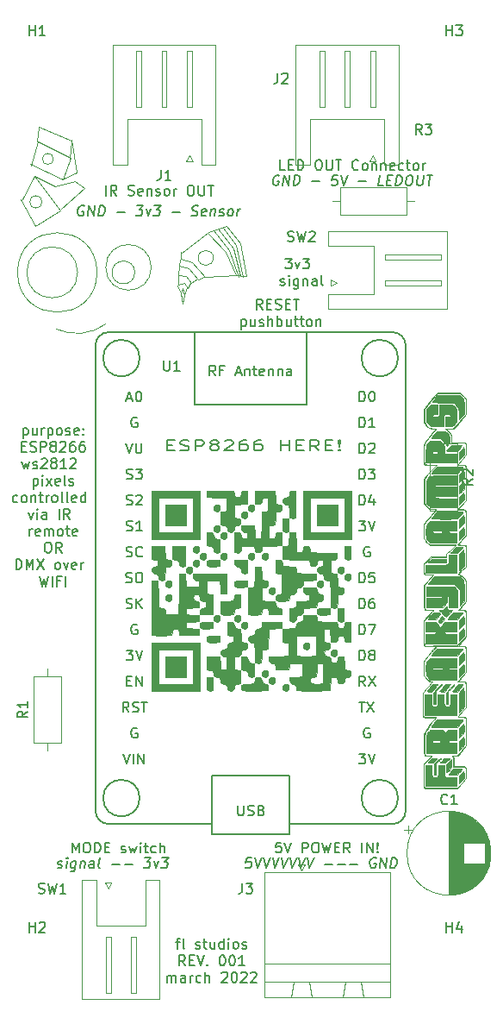
<source format=gbr>
G04 #@! TF.GenerationSoftware,KiCad,Pcbnew,(5.1.4)-1*
G04 #@! TF.CreationDate,2022-03-06T23:24:09-05:00*
G04 #@! TF.ProjectId,wifi_remote_leds,77696669-5f72-4656-9d6f-74655f6c6564,rev?*
G04 #@! TF.SameCoordinates,Original*
G04 #@! TF.FileFunction,Legend,Top*
G04 #@! TF.FilePolarity,Positive*
%FSLAX46Y46*%
G04 Gerber Fmt 4.6, Leading zero omitted, Abs format (unit mm)*
G04 Created by KiCad (PCBNEW (5.1.4)-1) date 2022-03-06 23:24:09*
%MOMM*%
%LPD*%
G04 APERTURE LIST*
%ADD10C,0.150000*%
%ADD11C,0.120000*%
%ADD12C,0.010000*%
G04 APERTURE END LIST*
D10*
X91805714Y-64948571D02*
X92305714Y-64948571D01*
X92520000Y-65472380D02*
X91805714Y-65472380D01*
X91805714Y-64472380D01*
X92520000Y-64472380D01*
X93091428Y-65424761D02*
X93305714Y-65472380D01*
X93662857Y-65472380D01*
X93805714Y-65424761D01*
X93877142Y-65377142D01*
X93948571Y-65281904D01*
X93948571Y-65186666D01*
X93877142Y-65091428D01*
X93805714Y-65043809D01*
X93662857Y-64996190D01*
X93377142Y-64948571D01*
X93234285Y-64900952D01*
X93162857Y-64853333D01*
X93091428Y-64758095D01*
X93091428Y-64662857D01*
X93162857Y-64567619D01*
X93234285Y-64520000D01*
X93377142Y-64472380D01*
X93734285Y-64472380D01*
X93948571Y-64520000D01*
X94591428Y-65472380D02*
X94591428Y-64472380D01*
X95162857Y-64472380D01*
X95305714Y-64520000D01*
X95377142Y-64567619D01*
X95448571Y-64662857D01*
X95448571Y-64805714D01*
X95377142Y-64900952D01*
X95305714Y-64948571D01*
X95162857Y-64996190D01*
X94591428Y-64996190D01*
X96305714Y-64900952D02*
X96162857Y-64853333D01*
X96091428Y-64805714D01*
X96020000Y-64710476D01*
X96020000Y-64662857D01*
X96091428Y-64567619D01*
X96162857Y-64520000D01*
X96305714Y-64472380D01*
X96591428Y-64472380D01*
X96734285Y-64520000D01*
X96805714Y-64567619D01*
X96877142Y-64662857D01*
X96877142Y-64710476D01*
X96805714Y-64805714D01*
X96734285Y-64853333D01*
X96591428Y-64900952D01*
X96305714Y-64900952D01*
X96162857Y-64948571D01*
X96091428Y-64996190D01*
X96020000Y-65091428D01*
X96020000Y-65281904D01*
X96091428Y-65377142D01*
X96162857Y-65424761D01*
X96305714Y-65472380D01*
X96591428Y-65472380D01*
X96734285Y-65424761D01*
X96805714Y-65377142D01*
X96877142Y-65281904D01*
X96877142Y-65091428D01*
X96805714Y-64996190D01*
X96734285Y-64948571D01*
X96591428Y-64900952D01*
X97448571Y-64567619D02*
X97520000Y-64520000D01*
X97662857Y-64472380D01*
X98020000Y-64472380D01*
X98162857Y-64520000D01*
X98234285Y-64567619D01*
X98305714Y-64662857D01*
X98305714Y-64758095D01*
X98234285Y-64900952D01*
X97377142Y-65472380D01*
X98305714Y-65472380D01*
X99591428Y-64472380D02*
X99305714Y-64472380D01*
X99162857Y-64520000D01*
X99091428Y-64567619D01*
X98948571Y-64710476D01*
X98877142Y-64900952D01*
X98877142Y-65281904D01*
X98948571Y-65377142D01*
X99020000Y-65424761D01*
X99162857Y-65472380D01*
X99448571Y-65472380D01*
X99591428Y-65424761D01*
X99662857Y-65377142D01*
X99734285Y-65281904D01*
X99734285Y-65043809D01*
X99662857Y-64948571D01*
X99591428Y-64900952D01*
X99448571Y-64853333D01*
X99162857Y-64853333D01*
X99020000Y-64900952D01*
X98948571Y-64948571D01*
X98877142Y-65043809D01*
X101020000Y-64472380D02*
X100734285Y-64472380D01*
X100591428Y-64520000D01*
X100520000Y-64567619D01*
X100377142Y-64710476D01*
X100305714Y-64900952D01*
X100305714Y-65281904D01*
X100377142Y-65377142D01*
X100448571Y-65424761D01*
X100591428Y-65472380D01*
X100877142Y-65472380D01*
X101020000Y-65424761D01*
X101091428Y-65377142D01*
X101162857Y-65281904D01*
X101162857Y-65043809D01*
X101091428Y-64948571D01*
X101020000Y-64900952D01*
X100877142Y-64853333D01*
X100591428Y-64853333D01*
X100448571Y-64900952D01*
X100377142Y-64948571D01*
X100305714Y-65043809D01*
X102948571Y-65472380D02*
X102948571Y-64472380D01*
X102948571Y-64948571D02*
X103805714Y-64948571D01*
X103805714Y-65472380D02*
X103805714Y-64472380D01*
X104520000Y-64948571D02*
X105020000Y-64948571D01*
X105234285Y-65472380D02*
X104520000Y-65472380D01*
X104520000Y-64472380D01*
X105234285Y-64472380D01*
X106734285Y-65472380D02*
X106234285Y-64996190D01*
X105877142Y-65472380D02*
X105877142Y-64472380D01*
X106448571Y-64472380D01*
X106591428Y-64520000D01*
X106662857Y-64567619D01*
X106734285Y-64662857D01*
X106734285Y-64805714D01*
X106662857Y-64900952D01*
X106591428Y-64948571D01*
X106448571Y-64996190D01*
X105877142Y-64996190D01*
X107377142Y-64948571D02*
X107877142Y-64948571D01*
X108091428Y-65472380D02*
X107377142Y-65472380D01*
X107377142Y-64472380D01*
X108091428Y-64472380D01*
X108734285Y-65377142D02*
X108805714Y-65424761D01*
X108734285Y-65472380D01*
X108662857Y-65424761D01*
X108734285Y-65377142D01*
X108734285Y-65472380D01*
X108734285Y-65091428D02*
X108662857Y-64520000D01*
X108734285Y-64472380D01*
X108805714Y-64520000D01*
X108734285Y-65091428D01*
X108734285Y-64472380D01*
D11*
X98560000Y-45290000D02*
X99260000Y-48400000D01*
X97300000Y-43640000D02*
X98560000Y-45290000D01*
X97870000Y-45850000D02*
X98850000Y-48410000D01*
X96360000Y-43910000D02*
X97870000Y-45850000D01*
X98320000Y-45650000D02*
X99020000Y-48330000D01*
X96820000Y-43740000D02*
X98320000Y-45650000D01*
X99570000Y-48340000D02*
X98490000Y-48280000D01*
X98970000Y-45130000D02*
X99570000Y-48340000D01*
X97610000Y-43480000D02*
X98970000Y-45130000D01*
X95890000Y-44080000D02*
X97610000Y-43480000D01*
X93330000Y-51030000D02*
X93470000Y-50220000D01*
X93130000Y-50010000D02*
X93330000Y-51030000D01*
X93520000Y-50180000D02*
X93740000Y-49480000D01*
X93350000Y-49530000D02*
X93520000Y-50180000D01*
X93140000Y-50030000D02*
X93350000Y-49530000D01*
X92820000Y-49260000D02*
X93140000Y-50030000D01*
X93800000Y-49500000D02*
X94120000Y-49000000D01*
X93520000Y-49020000D02*
X93800000Y-49500000D01*
X92920000Y-49220000D02*
X93520000Y-49020000D01*
X92890000Y-48340000D02*
X92920000Y-49220000D01*
X94190000Y-49000000D02*
X94780000Y-48650000D01*
X93680000Y-48360000D02*
X94190000Y-49000000D01*
X92890000Y-48310000D02*
X93680000Y-48360000D01*
X92940000Y-47420000D02*
X92890000Y-48310000D01*
X94830000Y-48710000D02*
X95430000Y-48430000D01*
X93880000Y-47590000D02*
X94830000Y-48710000D01*
X92990000Y-47370000D02*
X93880000Y-47590000D01*
X93090000Y-46760000D02*
X92990000Y-47370000D01*
X96340945Y-46570000D02*
G75*
G03X96340945Y-46570000I-740945J0D01*
G01*
X93110000Y-46660000D02*
X93180000Y-46020000D01*
X94230000Y-46990000D02*
X93110000Y-46660000D01*
X95480000Y-48450000D02*
X94230000Y-46990000D01*
X98540000Y-48260000D02*
X95480000Y-48450000D01*
X97540000Y-46020000D02*
X98540000Y-48260000D01*
X95780000Y-44130000D02*
X97540000Y-46020000D01*
X93200000Y-46080000D02*
X95780000Y-44130000D01*
X82920000Y-38190000D02*
X82390000Y-34960000D01*
X81630000Y-38830000D02*
X82920000Y-38190000D01*
X82380000Y-35030000D02*
X82250000Y-36830000D01*
X79140000Y-33680000D02*
X82380000Y-35030000D01*
X79000000Y-35160000D02*
X79140000Y-33680000D01*
X80830000Y-39570000D02*
X78750000Y-38570000D01*
X82740000Y-39020000D02*
X80830000Y-39570000D01*
X83690000Y-39710000D02*
X82740000Y-39020000D01*
X81340000Y-41770000D02*
X83690000Y-39710000D01*
X79512944Y-41080000D02*
G75*
G03X79512944Y-41080000I-612944J0D01*
G01*
X80625894Y-36860000D02*
G75*
G03X80625894Y-36860000I-545894J0D01*
G01*
X78830000Y-43460000D02*
X77410000Y-40780000D01*
X81290000Y-41910000D02*
X78830000Y-43460000D01*
X78780000Y-38570000D02*
X81290000Y-41910000D01*
X77530000Y-40780000D02*
X78780000Y-38570000D01*
X81590000Y-38860000D02*
X78320000Y-37350000D01*
X82340000Y-36770000D02*
X81590000Y-38860000D01*
X79080000Y-35140000D02*
X82340000Y-36770000D01*
X78450000Y-37480000D02*
X79080000Y-35140000D01*
D10*
X92656190Y-113705714D02*
X93037142Y-113705714D01*
X92799047Y-114372380D02*
X92799047Y-113515238D01*
X92846666Y-113420000D01*
X92941904Y-113372380D01*
X93037142Y-113372380D01*
X93513333Y-114372380D02*
X93418095Y-114324761D01*
X93370476Y-114229523D01*
X93370476Y-113372380D01*
X94608571Y-114324761D02*
X94703809Y-114372380D01*
X94894285Y-114372380D01*
X94989523Y-114324761D01*
X95037142Y-114229523D01*
X95037142Y-114181904D01*
X94989523Y-114086666D01*
X94894285Y-114039047D01*
X94751428Y-114039047D01*
X94656190Y-113991428D01*
X94608571Y-113896190D01*
X94608571Y-113848571D01*
X94656190Y-113753333D01*
X94751428Y-113705714D01*
X94894285Y-113705714D01*
X94989523Y-113753333D01*
X95322857Y-113705714D02*
X95703809Y-113705714D01*
X95465714Y-113372380D02*
X95465714Y-114229523D01*
X95513333Y-114324761D01*
X95608571Y-114372380D01*
X95703809Y-114372380D01*
X96465714Y-113705714D02*
X96465714Y-114372380D01*
X96037142Y-113705714D02*
X96037142Y-114229523D01*
X96084761Y-114324761D01*
X96180000Y-114372380D01*
X96322857Y-114372380D01*
X96418095Y-114324761D01*
X96465714Y-114277142D01*
X97370476Y-114372380D02*
X97370476Y-113372380D01*
X97370476Y-114324761D02*
X97275238Y-114372380D01*
X97084761Y-114372380D01*
X96989523Y-114324761D01*
X96941904Y-114277142D01*
X96894285Y-114181904D01*
X96894285Y-113896190D01*
X96941904Y-113800952D01*
X96989523Y-113753333D01*
X97084761Y-113705714D01*
X97275238Y-113705714D01*
X97370476Y-113753333D01*
X97846666Y-114372380D02*
X97846666Y-113705714D01*
X97846666Y-113372380D02*
X97799047Y-113420000D01*
X97846666Y-113467619D01*
X97894285Y-113420000D01*
X97846666Y-113372380D01*
X97846666Y-113467619D01*
X98465714Y-114372380D02*
X98370476Y-114324761D01*
X98322857Y-114277142D01*
X98275238Y-114181904D01*
X98275238Y-113896190D01*
X98322857Y-113800952D01*
X98370476Y-113753333D01*
X98465714Y-113705714D01*
X98608571Y-113705714D01*
X98703809Y-113753333D01*
X98751428Y-113800952D01*
X98799047Y-113896190D01*
X98799047Y-114181904D01*
X98751428Y-114277142D01*
X98703809Y-114324761D01*
X98608571Y-114372380D01*
X98465714Y-114372380D01*
X99180000Y-114324761D02*
X99275238Y-114372380D01*
X99465714Y-114372380D01*
X99560952Y-114324761D01*
X99608571Y-114229523D01*
X99608571Y-114181904D01*
X99560952Y-114086666D01*
X99465714Y-114039047D01*
X99322857Y-114039047D01*
X99227619Y-113991428D01*
X99180000Y-113896190D01*
X99180000Y-113848571D01*
X99227619Y-113753333D01*
X99322857Y-113705714D01*
X99465714Y-113705714D01*
X99560952Y-113753333D01*
X93560952Y-116022380D02*
X93227619Y-115546190D01*
X92989523Y-116022380D02*
X92989523Y-115022380D01*
X93370476Y-115022380D01*
X93465714Y-115070000D01*
X93513333Y-115117619D01*
X93560952Y-115212857D01*
X93560952Y-115355714D01*
X93513333Y-115450952D01*
X93465714Y-115498571D01*
X93370476Y-115546190D01*
X92989523Y-115546190D01*
X93989523Y-115498571D02*
X94322857Y-115498571D01*
X94465714Y-116022380D02*
X93989523Y-116022380D01*
X93989523Y-115022380D01*
X94465714Y-115022380D01*
X94751428Y-115022380D02*
X95084761Y-116022380D01*
X95418095Y-115022380D01*
X95751428Y-115927142D02*
X95799047Y-115974761D01*
X95751428Y-116022380D01*
X95703809Y-115974761D01*
X95751428Y-115927142D01*
X95751428Y-116022380D01*
X97180000Y-115022380D02*
X97275238Y-115022380D01*
X97370476Y-115070000D01*
X97418095Y-115117619D01*
X97465714Y-115212857D01*
X97513333Y-115403333D01*
X97513333Y-115641428D01*
X97465714Y-115831904D01*
X97418095Y-115927142D01*
X97370476Y-115974761D01*
X97275238Y-116022380D01*
X97180000Y-116022380D01*
X97084761Y-115974761D01*
X97037142Y-115927142D01*
X96989523Y-115831904D01*
X96941904Y-115641428D01*
X96941904Y-115403333D01*
X96989523Y-115212857D01*
X97037142Y-115117619D01*
X97084761Y-115070000D01*
X97180000Y-115022380D01*
X98132380Y-115022380D02*
X98227619Y-115022380D01*
X98322857Y-115070000D01*
X98370476Y-115117619D01*
X98418095Y-115212857D01*
X98465714Y-115403333D01*
X98465714Y-115641428D01*
X98418095Y-115831904D01*
X98370476Y-115927142D01*
X98322857Y-115974761D01*
X98227619Y-116022380D01*
X98132380Y-116022380D01*
X98037142Y-115974761D01*
X97989523Y-115927142D01*
X97941904Y-115831904D01*
X97894285Y-115641428D01*
X97894285Y-115403333D01*
X97941904Y-115212857D01*
X97989523Y-115117619D01*
X98037142Y-115070000D01*
X98132380Y-115022380D01*
X99418095Y-116022380D02*
X98846666Y-116022380D01*
X99132380Y-116022380D02*
X99132380Y-115022380D01*
X99037142Y-115165238D01*
X98941904Y-115260476D01*
X98846666Y-115308095D01*
X91822857Y-117672380D02*
X91822857Y-117005714D01*
X91822857Y-117100952D02*
X91870476Y-117053333D01*
X91965714Y-117005714D01*
X92108571Y-117005714D01*
X92203809Y-117053333D01*
X92251428Y-117148571D01*
X92251428Y-117672380D01*
X92251428Y-117148571D02*
X92299047Y-117053333D01*
X92394285Y-117005714D01*
X92537142Y-117005714D01*
X92632380Y-117053333D01*
X92680000Y-117148571D01*
X92680000Y-117672380D01*
X93584761Y-117672380D02*
X93584761Y-117148571D01*
X93537142Y-117053333D01*
X93441904Y-117005714D01*
X93251428Y-117005714D01*
X93156190Y-117053333D01*
X93584761Y-117624761D02*
X93489523Y-117672380D01*
X93251428Y-117672380D01*
X93156190Y-117624761D01*
X93108571Y-117529523D01*
X93108571Y-117434285D01*
X93156190Y-117339047D01*
X93251428Y-117291428D01*
X93489523Y-117291428D01*
X93584761Y-117243809D01*
X94060952Y-117672380D02*
X94060952Y-117005714D01*
X94060952Y-117196190D02*
X94108571Y-117100952D01*
X94156190Y-117053333D01*
X94251428Y-117005714D01*
X94346666Y-117005714D01*
X95108571Y-117624761D02*
X95013333Y-117672380D01*
X94822857Y-117672380D01*
X94727619Y-117624761D01*
X94680000Y-117577142D01*
X94632380Y-117481904D01*
X94632380Y-117196190D01*
X94680000Y-117100952D01*
X94727619Y-117053333D01*
X94822857Y-117005714D01*
X95013333Y-117005714D01*
X95108571Y-117053333D01*
X95537142Y-117672380D02*
X95537142Y-116672380D01*
X95965714Y-117672380D02*
X95965714Y-117148571D01*
X95918095Y-117053333D01*
X95822857Y-117005714D01*
X95680000Y-117005714D01*
X95584761Y-117053333D01*
X95537142Y-117100952D01*
X97156190Y-116767619D02*
X97203809Y-116720000D01*
X97299047Y-116672380D01*
X97537142Y-116672380D01*
X97632380Y-116720000D01*
X97680000Y-116767619D01*
X97727619Y-116862857D01*
X97727619Y-116958095D01*
X97680000Y-117100952D01*
X97108571Y-117672380D01*
X97727619Y-117672380D01*
X98346666Y-116672380D02*
X98441904Y-116672380D01*
X98537142Y-116720000D01*
X98584761Y-116767619D01*
X98632380Y-116862857D01*
X98680000Y-117053333D01*
X98680000Y-117291428D01*
X98632380Y-117481904D01*
X98584761Y-117577142D01*
X98537142Y-117624761D01*
X98441904Y-117672380D01*
X98346666Y-117672380D01*
X98251428Y-117624761D01*
X98203809Y-117577142D01*
X98156190Y-117481904D01*
X98108571Y-117291428D01*
X98108571Y-117053333D01*
X98156190Y-116862857D01*
X98203809Y-116767619D01*
X98251428Y-116720000D01*
X98346666Y-116672380D01*
X99060952Y-116767619D02*
X99108571Y-116720000D01*
X99203809Y-116672380D01*
X99441904Y-116672380D01*
X99537142Y-116720000D01*
X99584761Y-116767619D01*
X99632380Y-116862857D01*
X99632380Y-116958095D01*
X99584761Y-117100952D01*
X99013333Y-117672380D01*
X99632380Y-117672380D01*
X100013333Y-116767619D02*
X100060952Y-116720000D01*
X100156190Y-116672380D01*
X100394285Y-116672380D01*
X100489523Y-116720000D01*
X100537142Y-116767619D01*
X100584761Y-116862857D01*
X100584761Y-116958095D01*
X100537142Y-117100952D01*
X99965714Y-117672380D01*
X100584761Y-117672380D01*
X77647619Y-63280714D02*
X77647619Y-64280714D01*
X77647619Y-63328333D02*
X77742857Y-63280714D01*
X77933333Y-63280714D01*
X78028571Y-63328333D01*
X78076190Y-63375952D01*
X78123809Y-63471190D01*
X78123809Y-63756904D01*
X78076190Y-63852142D01*
X78028571Y-63899761D01*
X77933333Y-63947380D01*
X77742857Y-63947380D01*
X77647619Y-63899761D01*
X78980952Y-63280714D02*
X78980952Y-63947380D01*
X78552380Y-63280714D02*
X78552380Y-63804523D01*
X78600000Y-63899761D01*
X78695238Y-63947380D01*
X78838095Y-63947380D01*
X78933333Y-63899761D01*
X78980952Y-63852142D01*
X79457142Y-63947380D02*
X79457142Y-63280714D01*
X79457142Y-63471190D02*
X79504761Y-63375952D01*
X79552380Y-63328333D01*
X79647619Y-63280714D01*
X79742857Y-63280714D01*
X80076190Y-63280714D02*
X80076190Y-64280714D01*
X80076190Y-63328333D02*
X80171428Y-63280714D01*
X80361904Y-63280714D01*
X80457142Y-63328333D01*
X80504761Y-63375952D01*
X80552380Y-63471190D01*
X80552380Y-63756904D01*
X80504761Y-63852142D01*
X80457142Y-63899761D01*
X80361904Y-63947380D01*
X80171428Y-63947380D01*
X80076190Y-63899761D01*
X81123809Y-63947380D02*
X81028571Y-63899761D01*
X80980952Y-63852142D01*
X80933333Y-63756904D01*
X80933333Y-63471190D01*
X80980952Y-63375952D01*
X81028571Y-63328333D01*
X81123809Y-63280714D01*
X81266666Y-63280714D01*
X81361904Y-63328333D01*
X81409523Y-63375952D01*
X81457142Y-63471190D01*
X81457142Y-63756904D01*
X81409523Y-63852142D01*
X81361904Y-63899761D01*
X81266666Y-63947380D01*
X81123809Y-63947380D01*
X81838095Y-63899761D02*
X81933333Y-63947380D01*
X82123809Y-63947380D01*
X82219047Y-63899761D01*
X82266666Y-63804523D01*
X82266666Y-63756904D01*
X82219047Y-63661666D01*
X82123809Y-63614047D01*
X81980952Y-63614047D01*
X81885714Y-63566428D01*
X81838095Y-63471190D01*
X81838095Y-63423571D01*
X81885714Y-63328333D01*
X81980952Y-63280714D01*
X82123809Y-63280714D01*
X82219047Y-63328333D01*
X83076190Y-63899761D02*
X82980952Y-63947380D01*
X82790476Y-63947380D01*
X82695238Y-63899761D01*
X82647619Y-63804523D01*
X82647619Y-63423571D01*
X82695238Y-63328333D01*
X82790476Y-63280714D01*
X82980952Y-63280714D01*
X83076190Y-63328333D01*
X83123809Y-63423571D01*
X83123809Y-63518809D01*
X82647619Y-63614047D01*
X83552380Y-63852142D02*
X83600000Y-63899761D01*
X83552380Y-63947380D01*
X83504761Y-63899761D01*
X83552380Y-63852142D01*
X83552380Y-63947380D01*
X83552380Y-63328333D02*
X83600000Y-63375952D01*
X83552380Y-63423571D01*
X83504761Y-63375952D01*
X83552380Y-63328333D01*
X83552380Y-63423571D01*
X77504761Y-65073571D02*
X77838095Y-65073571D01*
X77980952Y-65597380D02*
X77504761Y-65597380D01*
X77504761Y-64597380D01*
X77980952Y-64597380D01*
X78361904Y-65549761D02*
X78504761Y-65597380D01*
X78742857Y-65597380D01*
X78838095Y-65549761D01*
X78885714Y-65502142D01*
X78933333Y-65406904D01*
X78933333Y-65311666D01*
X78885714Y-65216428D01*
X78838095Y-65168809D01*
X78742857Y-65121190D01*
X78552380Y-65073571D01*
X78457142Y-65025952D01*
X78409523Y-64978333D01*
X78361904Y-64883095D01*
X78361904Y-64787857D01*
X78409523Y-64692619D01*
X78457142Y-64645000D01*
X78552380Y-64597380D01*
X78790476Y-64597380D01*
X78933333Y-64645000D01*
X79361904Y-65597380D02*
X79361904Y-64597380D01*
X79742857Y-64597380D01*
X79838095Y-64645000D01*
X79885714Y-64692619D01*
X79933333Y-64787857D01*
X79933333Y-64930714D01*
X79885714Y-65025952D01*
X79838095Y-65073571D01*
X79742857Y-65121190D01*
X79361904Y-65121190D01*
X80504761Y-65025952D02*
X80409523Y-64978333D01*
X80361904Y-64930714D01*
X80314285Y-64835476D01*
X80314285Y-64787857D01*
X80361904Y-64692619D01*
X80409523Y-64645000D01*
X80504761Y-64597380D01*
X80695238Y-64597380D01*
X80790476Y-64645000D01*
X80838095Y-64692619D01*
X80885714Y-64787857D01*
X80885714Y-64835476D01*
X80838095Y-64930714D01*
X80790476Y-64978333D01*
X80695238Y-65025952D01*
X80504761Y-65025952D01*
X80409523Y-65073571D01*
X80361904Y-65121190D01*
X80314285Y-65216428D01*
X80314285Y-65406904D01*
X80361904Y-65502142D01*
X80409523Y-65549761D01*
X80504761Y-65597380D01*
X80695238Y-65597380D01*
X80790476Y-65549761D01*
X80838095Y-65502142D01*
X80885714Y-65406904D01*
X80885714Y-65216428D01*
X80838095Y-65121190D01*
X80790476Y-65073571D01*
X80695238Y-65025952D01*
X81266666Y-64692619D02*
X81314285Y-64645000D01*
X81409523Y-64597380D01*
X81647619Y-64597380D01*
X81742857Y-64645000D01*
X81790476Y-64692619D01*
X81838095Y-64787857D01*
X81838095Y-64883095D01*
X81790476Y-65025952D01*
X81219047Y-65597380D01*
X81838095Y-65597380D01*
X82695238Y-64597380D02*
X82504761Y-64597380D01*
X82409523Y-64645000D01*
X82361904Y-64692619D01*
X82266666Y-64835476D01*
X82219047Y-65025952D01*
X82219047Y-65406904D01*
X82266666Y-65502142D01*
X82314285Y-65549761D01*
X82409523Y-65597380D01*
X82600000Y-65597380D01*
X82695238Y-65549761D01*
X82742857Y-65502142D01*
X82790476Y-65406904D01*
X82790476Y-65168809D01*
X82742857Y-65073571D01*
X82695238Y-65025952D01*
X82600000Y-64978333D01*
X82409523Y-64978333D01*
X82314285Y-65025952D01*
X82266666Y-65073571D01*
X82219047Y-65168809D01*
X83647619Y-64597380D02*
X83457142Y-64597380D01*
X83361904Y-64645000D01*
X83314285Y-64692619D01*
X83219047Y-64835476D01*
X83171428Y-65025952D01*
X83171428Y-65406904D01*
X83219047Y-65502142D01*
X83266666Y-65549761D01*
X83361904Y-65597380D01*
X83552380Y-65597380D01*
X83647619Y-65549761D01*
X83695238Y-65502142D01*
X83742857Y-65406904D01*
X83742857Y-65168809D01*
X83695238Y-65073571D01*
X83647619Y-65025952D01*
X83552380Y-64978333D01*
X83361904Y-64978333D01*
X83266666Y-65025952D01*
X83219047Y-65073571D01*
X83171428Y-65168809D01*
X77528571Y-66580714D02*
X77719047Y-67247380D01*
X77909523Y-66771190D01*
X78100000Y-67247380D01*
X78290476Y-66580714D01*
X78623809Y-67199761D02*
X78719047Y-67247380D01*
X78909523Y-67247380D01*
X79004761Y-67199761D01*
X79052380Y-67104523D01*
X79052380Y-67056904D01*
X79004761Y-66961666D01*
X78909523Y-66914047D01*
X78766666Y-66914047D01*
X78671428Y-66866428D01*
X78623809Y-66771190D01*
X78623809Y-66723571D01*
X78671428Y-66628333D01*
X78766666Y-66580714D01*
X78909523Y-66580714D01*
X79004761Y-66628333D01*
X79433333Y-66342619D02*
X79480952Y-66295000D01*
X79576190Y-66247380D01*
X79814285Y-66247380D01*
X79909523Y-66295000D01*
X79957142Y-66342619D01*
X80004761Y-66437857D01*
X80004761Y-66533095D01*
X79957142Y-66675952D01*
X79385714Y-67247380D01*
X80004761Y-67247380D01*
X80576190Y-66675952D02*
X80480952Y-66628333D01*
X80433333Y-66580714D01*
X80385714Y-66485476D01*
X80385714Y-66437857D01*
X80433333Y-66342619D01*
X80480952Y-66295000D01*
X80576190Y-66247380D01*
X80766666Y-66247380D01*
X80861904Y-66295000D01*
X80909523Y-66342619D01*
X80957142Y-66437857D01*
X80957142Y-66485476D01*
X80909523Y-66580714D01*
X80861904Y-66628333D01*
X80766666Y-66675952D01*
X80576190Y-66675952D01*
X80480952Y-66723571D01*
X80433333Y-66771190D01*
X80385714Y-66866428D01*
X80385714Y-67056904D01*
X80433333Y-67152142D01*
X80480952Y-67199761D01*
X80576190Y-67247380D01*
X80766666Y-67247380D01*
X80861904Y-67199761D01*
X80909523Y-67152142D01*
X80957142Y-67056904D01*
X80957142Y-66866428D01*
X80909523Y-66771190D01*
X80861904Y-66723571D01*
X80766666Y-66675952D01*
X81909523Y-67247380D02*
X81338095Y-67247380D01*
X81623809Y-67247380D02*
X81623809Y-66247380D01*
X81528571Y-66390238D01*
X81433333Y-66485476D01*
X81338095Y-66533095D01*
X82290476Y-66342619D02*
X82338095Y-66295000D01*
X82433333Y-66247380D01*
X82671428Y-66247380D01*
X82766666Y-66295000D01*
X82814285Y-66342619D01*
X82861904Y-66437857D01*
X82861904Y-66533095D01*
X82814285Y-66675952D01*
X82242857Y-67247380D01*
X82861904Y-67247380D01*
X78647619Y-68230714D02*
X78647619Y-69230714D01*
X78647619Y-68278333D02*
X78742857Y-68230714D01*
X78933333Y-68230714D01*
X79028571Y-68278333D01*
X79076190Y-68325952D01*
X79123809Y-68421190D01*
X79123809Y-68706904D01*
X79076190Y-68802142D01*
X79028571Y-68849761D01*
X78933333Y-68897380D01*
X78742857Y-68897380D01*
X78647619Y-68849761D01*
X79552380Y-68897380D02*
X79552380Y-68230714D01*
X79552380Y-67897380D02*
X79504761Y-67945000D01*
X79552380Y-67992619D01*
X79600000Y-67945000D01*
X79552380Y-67897380D01*
X79552380Y-67992619D01*
X79933333Y-68897380D02*
X80457142Y-68230714D01*
X79933333Y-68230714D02*
X80457142Y-68897380D01*
X81219047Y-68849761D02*
X81123809Y-68897380D01*
X80933333Y-68897380D01*
X80838095Y-68849761D01*
X80790476Y-68754523D01*
X80790476Y-68373571D01*
X80838095Y-68278333D01*
X80933333Y-68230714D01*
X81123809Y-68230714D01*
X81219047Y-68278333D01*
X81266666Y-68373571D01*
X81266666Y-68468809D01*
X80790476Y-68564047D01*
X81838095Y-68897380D02*
X81742857Y-68849761D01*
X81695238Y-68754523D01*
X81695238Y-67897380D01*
X82171428Y-68849761D02*
X82266666Y-68897380D01*
X82457142Y-68897380D01*
X82552380Y-68849761D01*
X82600000Y-68754523D01*
X82600000Y-68706904D01*
X82552380Y-68611666D01*
X82457142Y-68564047D01*
X82314285Y-68564047D01*
X82219047Y-68516428D01*
X82171428Y-68421190D01*
X82171428Y-68373571D01*
X82219047Y-68278333D01*
X82314285Y-68230714D01*
X82457142Y-68230714D01*
X82552380Y-68278333D01*
X77100000Y-70499761D02*
X77004761Y-70547380D01*
X76814285Y-70547380D01*
X76719047Y-70499761D01*
X76671428Y-70452142D01*
X76623809Y-70356904D01*
X76623809Y-70071190D01*
X76671428Y-69975952D01*
X76719047Y-69928333D01*
X76814285Y-69880714D01*
X77004761Y-69880714D01*
X77100000Y-69928333D01*
X77671428Y-70547380D02*
X77576190Y-70499761D01*
X77528571Y-70452142D01*
X77480952Y-70356904D01*
X77480952Y-70071190D01*
X77528571Y-69975952D01*
X77576190Y-69928333D01*
X77671428Y-69880714D01*
X77814285Y-69880714D01*
X77909523Y-69928333D01*
X77957142Y-69975952D01*
X78004761Y-70071190D01*
X78004761Y-70356904D01*
X77957142Y-70452142D01*
X77909523Y-70499761D01*
X77814285Y-70547380D01*
X77671428Y-70547380D01*
X78433333Y-69880714D02*
X78433333Y-70547380D01*
X78433333Y-69975952D02*
X78480952Y-69928333D01*
X78576190Y-69880714D01*
X78719047Y-69880714D01*
X78814285Y-69928333D01*
X78861904Y-70023571D01*
X78861904Y-70547380D01*
X79195238Y-69880714D02*
X79576190Y-69880714D01*
X79338095Y-69547380D02*
X79338095Y-70404523D01*
X79385714Y-70499761D01*
X79480952Y-70547380D01*
X79576190Y-70547380D01*
X79909523Y-70547380D02*
X79909523Y-69880714D01*
X79909523Y-70071190D02*
X79957142Y-69975952D01*
X80004761Y-69928333D01*
X80100000Y-69880714D01*
X80195238Y-69880714D01*
X80671428Y-70547380D02*
X80576190Y-70499761D01*
X80528571Y-70452142D01*
X80480952Y-70356904D01*
X80480952Y-70071190D01*
X80528571Y-69975952D01*
X80576190Y-69928333D01*
X80671428Y-69880714D01*
X80814285Y-69880714D01*
X80909523Y-69928333D01*
X80957142Y-69975952D01*
X81004761Y-70071190D01*
X81004761Y-70356904D01*
X80957142Y-70452142D01*
X80909523Y-70499761D01*
X80814285Y-70547380D01*
X80671428Y-70547380D01*
X81576190Y-70547380D02*
X81480952Y-70499761D01*
X81433333Y-70404523D01*
X81433333Y-69547380D01*
X82100000Y-70547380D02*
X82004761Y-70499761D01*
X81957142Y-70404523D01*
X81957142Y-69547380D01*
X82861904Y-70499761D02*
X82766666Y-70547380D01*
X82576190Y-70547380D01*
X82480952Y-70499761D01*
X82433333Y-70404523D01*
X82433333Y-70023571D01*
X82480952Y-69928333D01*
X82576190Y-69880714D01*
X82766666Y-69880714D01*
X82861904Y-69928333D01*
X82909523Y-70023571D01*
X82909523Y-70118809D01*
X82433333Y-70214047D01*
X83766666Y-70547380D02*
X83766666Y-69547380D01*
X83766666Y-70499761D02*
X83671428Y-70547380D01*
X83480952Y-70547380D01*
X83385714Y-70499761D01*
X83338095Y-70452142D01*
X83290476Y-70356904D01*
X83290476Y-70071190D01*
X83338095Y-69975952D01*
X83385714Y-69928333D01*
X83480952Y-69880714D01*
X83671428Y-69880714D01*
X83766666Y-69928333D01*
X78171428Y-71530714D02*
X78409523Y-72197380D01*
X78647619Y-71530714D01*
X79028571Y-72197380D02*
X79028571Y-71530714D01*
X79028571Y-71197380D02*
X78980952Y-71245000D01*
X79028571Y-71292619D01*
X79076190Y-71245000D01*
X79028571Y-71197380D01*
X79028571Y-71292619D01*
X79933333Y-72197380D02*
X79933333Y-71673571D01*
X79885714Y-71578333D01*
X79790476Y-71530714D01*
X79600000Y-71530714D01*
X79504761Y-71578333D01*
X79933333Y-72149761D02*
X79838095Y-72197380D01*
X79600000Y-72197380D01*
X79504761Y-72149761D01*
X79457142Y-72054523D01*
X79457142Y-71959285D01*
X79504761Y-71864047D01*
X79600000Y-71816428D01*
X79838095Y-71816428D01*
X79933333Y-71768809D01*
X81171428Y-72197380D02*
X81171428Y-71197380D01*
X82219047Y-72197380D02*
X81885714Y-71721190D01*
X81647619Y-72197380D02*
X81647619Y-71197380D01*
X82028571Y-71197380D01*
X82123809Y-71245000D01*
X82171428Y-71292619D01*
X82219047Y-71387857D01*
X82219047Y-71530714D01*
X82171428Y-71625952D01*
X82123809Y-71673571D01*
X82028571Y-71721190D01*
X81647619Y-71721190D01*
X78266666Y-73847380D02*
X78266666Y-73180714D01*
X78266666Y-73371190D02*
X78314285Y-73275952D01*
X78361904Y-73228333D01*
X78457142Y-73180714D01*
X78552380Y-73180714D01*
X79266666Y-73799761D02*
X79171428Y-73847380D01*
X78980952Y-73847380D01*
X78885714Y-73799761D01*
X78838095Y-73704523D01*
X78838095Y-73323571D01*
X78885714Y-73228333D01*
X78980952Y-73180714D01*
X79171428Y-73180714D01*
X79266666Y-73228333D01*
X79314285Y-73323571D01*
X79314285Y-73418809D01*
X78838095Y-73514047D01*
X79742857Y-73847380D02*
X79742857Y-73180714D01*
X79742857Y-73275952D02*
X79790476Y-73228333D01*
X79885714Y-73180714D01*
X80028571Y-73180714D01*
X80123809Y-73228333D01*
X80171428Y-73323571D01*
X80171428Y-73847380D01*
X80171428Y-73323571D02*
X80219047Y-73228333D01*
X80314285Y-73180714D01*
X80457142Y-73180714D01*
X80552380Y-73228333D01*
X80600000Y-73323571D01*
X80600000Y-73847380D01*
X81219047Y-73847380D02*
X81123809Y-73799761D01*
X81076190Y-73752142D01*
X81028571Y-73656904D01*
X81028571Y-73371190D01*
X81076190Y-73275952D01*
X81123809Y-73228333D01*
X81219047Y-73180714D01*
X81361904Y-73180714D01*
X81457142Y-73228333D01*
X81504761Y-73275952D01*
X81552380Y-73371190D01*
X81552380Y-73656904D01*
X81504761Y-73752142D01*
X81457142Y-73799761D01*
X81361904Y-73847380D01*
X81219047Y-73847380D01*
X81838095Y-73180714D02*
X82219047Y-73180714D01*
X81980952Y-72847380D02*
X81980952Y-73704523D01*
X82028571Y-73799761D01*
X82123809Y-73847380D01*
X82219047Y-73847380D01*
X82933333Y-73799761D02*
X82838095Y-73847380D01*
X82647619Y-73847380D01*
X82552380Y-73799761D01*
X82504761Y-73704523D01*
X82504761Y-73323571D01*
X82552380Y-73228333D01*
X82647619Y-73180714D01*
X82838095Y-73180714D01*
X82933333Y-73228333D01*
X82980952Y-73323571D01*
X82980952Y-73418809D01*
X82504761Y-73514047D01*
X80004761Y-74497380D02*
X80195238Y-74497380D01*
X80290476Y-74545000D01*
X80385714Y-74640238D01*
X80433333Y-74830714D01*
X80433333Y-75164047D01*
X80385714Y-75354523D01*
X80290476Y-75449761D01*
X80195238Y-75497380D01*
X80004761Y-75497380D01*
X79909523Y-75449761D01*
X79814285Y-75354523D01*
X79766666Y-75164047D01*
X79766666Y-74830714D01*
X79814285Y-74640238D01*
X79909523Y-74545000D01*
X80004761Y-74497380D01*
X81433333Y-75497380D02*
X81100000Y-75021190D01*
X80861904Y-75497380D02*
X80861904Y-74497380D01*
X81242857Y-74497380D01*
X81338095Y-74545000D01*
X81385714Y-74592619D01*
X81433333Y-74687857D01*
X81433333Y-74830714D01*
X81385714Y-74925952D01*
X81338095Y-74973571D01*
X81242857Y-75021190D01*
X80861904Y-75021190D01*
X76957142Y-77147380D02*
X76957142Y-76147380D01*
X77195238Y-76147380D01*
X77338095Y-76195000D01*
X77433333Y-76290238D01*
X77480952Y-76385476D01*
X77528571Y-76575952D01*
X77528571Y-76718809D01*
X77480952Y-76909285D01*
X77433333Y-77004523D01*
X77338095Y-77099761D01*
X77195238Y-77147380D01*
X76957142Y-77147380D01*
X77957142Y-77147380D02*
X77957142Y-76147380D01*
X78290476Y-76861666D01*
X78623809Y-76147380D01*
X78623809Y-77147380D01*
X79004761Y-76147380D02*
X79671428Y-77147380D01*
X79671428Y-76147380D02*
X79004761Y-77147380D01*
X80957142Y-77147380D02*
X80861904Y-77099761D01*
X80814285Y-77052142D01*
X80766666Y-76956904D01*
X80766666Y-76671190D01*
X80814285Y-76575952D01*
X80861904Y-76528333D01*
X80957142Y-76480714D01*
X81100000Y-76480714D01*
X81195238Y-76528333D01*
X81242857Y-76575952D01*
X81290476Y-76671190D01*
X81290476Y-76956904D01*
X81242857Y-77052142D01*
X81195238Y-77099761D01*
X81100000Y-77147380D01*
X80957142Y-77147380D01*
X81623809Y-76480714D02*
X81861904Y-77147380D01*
X82100000Y-76480714D01*
X82861904Y-77099761D02*
X82766666Y-77147380D01*
X82576190Y-77147380D01*
X82480952Y-77099761D01*
X82433333Y-77004523D01*
X82433333Y-76623571D01*
X82480952Y-76528333D01*
X82576190Y-76480714D01*
X82766666Y-76480714D01*
X82861904Y-76528333D01*
X82909523Y-76623571D01*
X82909523Y-76718809D01*
X82433333Y-76814047D01*
X83338095Y-77147380D02*
X83338095Y-76480714D01*
X83338095Y-76671190D02*
X83385714Y-76575952D01*
X83433333Y-76528333D01*
X83528571Y-76480714D01*
X83623809Y-76480714D01*
X79266666Y-77797380D02*
X79504761Y-78797380D01*
X79695238Y-78083095D01*
X79885714Y-78797380D01*
X80123809Y-77797380D01*
X80504761Y-78797380D02*
X80504761Y-77797380D01*
X81314285Y-78273571D02*
X80980952Y-78273571D01*
X80980952Y-78797380D02*
X80980952Y-77797380D01*
X81457142Y-77797380D01*
X81838095Y-78797380D02*
X81838095Y-77797380D01*
D11*
X85770000Y-53070001D02*
G75*
G02X80907735Y-53562828I-2862266J4007172D01*
G01*
X88618034Y-48000000D02*
G75*
G03X88618034Y-48000000I-1118034J0D01*
G01*
X90236068Y-47500000D02*
G75*
G03X90236068Y-47500000I-2236068J0D01*
G01*
X83000000Y-48000000D02*
G75*
G03X83000000Y-48000000I-2500000J0D01*
G01*
X84905125Y-48000000D02*
G75*
G03X84905125Y-48000000I-3905125J0D01*
G01*
D10*
X100120252Y-105452380D02*
X99644062Y-105452380D01*
X99536919Y-105928571D01*
X99590491Y-105880952D01*
X99691681Y-105833333D01*
X99929776Y-105833333D01*
X100019062Y-105880952D01*
X100060729Y-105928571D01*
X100096443Y-106023809D01*
X100066681Y-106261904D01*
X100007157Y-106357142D01*
X99953586Y-106404761D01*
X99852395Y-106452380D01*
X99614300Y-106452380D01*
X99525014Y-106404761D01*
X99483348Y-106357142D01*
X100453586Y-105452380D02*
X100661919Y-106452380D01*
X101120252Y-105452380D01*
X101310729Y-105452380D02*
X101519062Y-106452380D01*
X101977395Y-105452380D01*
X102167872Y-105452380D02*
X102376205Y-106452380D01*
X102834538Y-105452380D01*
X103025014Y-105452380D02*
X103233348Y-106452380D01*
X103691681Y-105452380D01*
X103882157Y-105452380D02*
X104090491Y-106452380D01*
X104548824Y-105452380D01*
X104739300Y-105452380D02*
X104947633Y-106452380D01*
X105405967Y-105452380D01*
X105596443Y-105452380D02*
X105804776Y-106452380D01*
X106263110Y-105452380D01*
X107280967Y-106071428D02*
X108042872Y-106071428D01*
X108519062Y-106071428D02*
X109280967Y-106071428D01*
X109757157Y-106071428D02*
X110519062Y-106071428D01*
X112352395Y-105500000D02*
X112263110Y-105452380D01*
X112120252Y-105452380D01*
X111971443Y-105500000D01*
X111864300Y-105595238D01*
X111804776Y-105690476D01*
X111733348Y-105880952D01*
X111715491Y-106023809D01*
X111739300Y-106214285D01*
X111775014Y-106309523D01*
X111858348Y-106404761D01*
X111995252Y-106452380D01*
X112090491Y-106452380D01*
X112239300Y-106404761D01*
X112292872Y-106357142D01*
X112334538Y-106023809D01*
X112144062Y-106023809D01*
X112709538Y-106452380D02*
X112834538Y-105452380D01*
X113280967Y-106452380D01*
X113405967Y-105452380D01*
X113757157Y-106452380D02*
X113882157Y-105452380D01*
X114120252Y-105452380D01*
X114257157Y-105500000D01*
X114340491Y-105595238D01*
X114376205Y-105690476D01*
X114400014Y-105880952D01*
X114382157Y-106023809D01*
X114310729Y-106214285D01*
X114251205Y-106309523D01*
X114144062Y-106404761D01*
X113995252Y-106452380D01*
X113757157Y-106452380D01*
X103000000Y-103952380D02*
X102523809Y-103952380D01*
X102476190Y-104428571D01*
X102523809Y-104380952D01*
X102619047Y-104333333D01*
X102857142Y-104333333D01*
X102952380Y-104380952D01*
X103000000Y-104428571D01*
X103047619Y-104523809D01*
X103047619Y-104761904D01*
X103000000Y-104857142D01*
X102952380Y-104904761D01*
X102857142Y-104952380D01*
X102619047Y-104952380D01*
X102523809Y-104904761D01*
X102476190Y-104857142D01*
X103333333Y-103952380D02*
X103666666Y-104952380D01*
X104000000Y-103952380D01*
X105095238Y-104952380D02*
X105095238Y-103952380D01*
X105476190Y-103952380D01*
X105571428Y-104000000D01*
X105619047Y-104047619D01*
X105666666Y-104142857D01*
X105666666Y-104285714D01*
X105619047Y-104380952D01*
X105571428Y-104428571D01*
X105476190Y-104476190D01*
X105095238Y-104476190D01*
X106285714Y-103952380D02*
X106476190Y-103952380D01*
X106571428Y-104000000D01*
X106666666Y-104095238D01*
X106714285Y-104285714D01*
X106714285Y-104619047D01*
X106666666Y-104809523D01*
X106571428Y-104904761D01*
X106476190Y-104952380D01*
X106285714Y-104952380D01*
X106190476Y-104904761D01*
X106095238Y-104809523D01*
X106047619Y-104619047D01*
X106047619Y-104285714D01*
X106095238Y-104095238D01*
X106190476Y-104000000D01*
X106285714Y-103952380D01*
X107047619Y-103952380D02*
X107285714Y-104952380D01*
X107476190Y-104238095D01*
X107666666Y-104952380D01*
X107904761Y-103952380D01*
X108285714Y-104428571D02*
X108619047Y-104428571D01*
X108761904Y-104952380D02*
X108285714Y-104952380D01*
X108285714Y-103952380D01*
X108761904Y-103952380D01*
X109761904Y-104952380D02*
X109428571Y-104476190D01*
X109190476Y-104952380D02*
X109190476Y-103952380D01*
X109571428Y-103952380D01*
X109666666Y-104000000D01*
X109714285Y-104047619D01*
X109761904Y-104142857D01*
X109761904Y-104285714D01*
X109714285Y-104380952D01*
X109666666Y-104428571D01*
X109571428Y-104476190D01*
X109190476Y-104476190D01*
X110952380Y-104952380D02*
X110952380Y-103952380D01*
X111428571Y-104952380D02*
X111428571Y-103952380D01*
X112000000Y-104952380D01*
X112000000Y-103952380D01*
X112476190Y-104857142D02*
X112523809Y-104904761D01*
X112476190Y-104952380D01*
X112428571Y-104904761D01*
X112476190Y-104857142D01*
X112476190Y-104952380D01*
X112476190Y-104571428D02*
X112428571Y-104000000D01*
X112476190Y-103952380D01*
X112523809Y-104000000D01*
X112476190Y-104571428D01*
X112476190Y-103952380D01*
X81001205Y-106404761D02*
X81090491Y-106452380D01*
X81280967Y-106452380D01*
X81382157Y-106404761D01*
X81441681Y-106309523D01*
X81447633Y-106261904D01*
X81411919Y-106166666D01*
X81322633Y-106119047D01*
X81179776Y-106119047D01*
X81090491Y-106071428D01*
X81054776Y-105976190D01*
X81060729Y-105928571D01*
X81120252Y-105833333D01*
X81221443Y-105785714D01*
X81364300Y-105785714D01*
X81453586Y-105833333D01*
X81852395Y-106452380D02*
X81935729Y-105785714D01*
X81977395Y-105452380D02*
X81923824Y-105500000D01*
X81965491Y-105547619D01*
X82019062Y-105500000D01*
X81977395Y-105452380D01*
X81965491Y-105547619D01*
X82840491Y-105785714D02*
X82739300Y-106595238D01*
X82679776Y-106690476D01*
X82626205Y-106738095D01*
X82525014Y-106785714D01*
X82382157Y-106785714D01*
X82292872Y-106738095D01*
X82763110Y-106404761D02*
X82661919Y-106452380D01*
X82471443Y-106452380D01*
X82382157Y-106404761D01*
X82340491Y-106357142D01*
X82304776Y-106261904D01*
X82340491Y-105976190D01*
X82400014Y-105880952D01*
X82453586Y-105833333D01*
X82554776Y-105785714D01*
X82745252Y-105785714D01*
X82834538Y-105833333D01*
X83316681Y-105785714D02*
X83233348Y-106452380D01*
X83304776Y-105880952D02*
X83358348Y-105833333D01*
X83459538Y-105785714D01*
X83602395Y-105785714D01*
X83691681Y-105833333D01*
X83727395Y-105928571D01*
X83661919Y-106452380D01*
X84566681Y-106452380D02*
X84632157Y-105928571D01*
X84596443Y-105833333D01*
X84507157Y-105785714D01*
X84316681Y-105785714D01*
X84215491Y-105833333D01*
X84572633Y-106404761D02*
X84471443Y-106452380D01*
X84233348Y-106452380D01*
X84144062Y-106404761D01*
X84108348Y-106309523D01*
X84120252Y-106214285D01*
X84179776Y-106119047D01*
X84280967Y-106071428D01*
X84519062Y-106071428D01*
X84620252Y-106023809D01*
X85185729Y-106452380D02*
X85096443Y-106404761D01*
X85060729Y-106309523D01*
X85167872Y-105452380D01*
X86376205Y-106071428D02*
X87138110Y-106071428D01*
X87614300Y-106071428D02*
X88376205Y-106071428D01*
X89596443Y-105452380D02*
X90215491Y-105452380D01*
X89834538Y-105833333D01*
X89977395Y-105833333D01*
X90066681Y-105880952D01*
X90108348Y-105928571D01*
X90144062Y-106023809D01*
X90114300Y-106261904D01*
X90054776Y-106357142D01*
X90001205Y-106404761D01*
X89900014Y-106452380D01*
X89614300Y-106452380D01*
X89525014Y-106404761D01*
X89483348Y-106357142D01*
X90507157Y-105785714D02*
X90661919Y-106452380D01*
X90983348Y-105785714D01*
X91310729Y-105452380D02*
X91929776Y-105452380D01*
X91548824Y-105833333D01*
X91691681Y-105833333D01*
X91780967Y-105880952D01*
X91822633Y-105928571D01*
X91858348Y-106023809D01*
X91828586Y-106261904D01*
X91769062Y-106357142D01*
X91715491Y-106404761D01*
X91614300Y-106452380D01*
X91328586Y-106452380D01*
X91239300Y-106404761D01*
X91197633Y-106357142D01*
X82476190Y-104952380D02*
X82476190Y-103952380D01*
X82809523Y-104666666D01*
X83142857Y-103952380D01*
X83142857Y-104952380D01*
X83809523Y-103952380D02*
X84000000Y-103952380D01*
X84095238Y-104000000D01*
X84190476Y-104095238D01*
X84238095Y-104285714D01*
X84238095Y-104619047D01*
X84190476Y-104809523D01*
X84095238Y-104904761D01*
X84000000Y-104952380D01*
X83809523Y-104952380D01*
X83714285Y-104904761D01*
X83619047Y-104809523D01*
X83571428Y-104619047D01*
X83571428Y-104285714D01*
X83619047Y-104095238D01*
X83714285Y-104000000D01*
X83809523Y-103952380D01*
X84666666Y-104952380D02*
X84666666Y-103952380D01*
X84904761Y-103952380D01*
X85047619Y-104000000D01*
X85142857Y-104095238D01*
X85190476Y-104190476D01*
X85238095Y-104380952D01*
X85238095Y-104523809D01*
X85190476Y-104714285D01*
X85142857Y-104809523D01*
X85047619Y-104904761D01*
X84904761Y-104952380D01*
X84666666Y-104952380D01*
X85666666Y-104428571D02*
X86000000Y-104428571D01*
X86142857Y-104952380D02*
X85666666Y-104952380D01*
X85666666Y-103952380D01*
X86142857Y-103952380D01*
X87285714Y-104904761D02*
X87380952Y-104952380D01*
X87571428Y-104952380D01*
X87666666Y-104904761D01*
X87714285Y-104809523D01*
X87714285Y-104761904D01*
X87666666Y-104666666D01*
X87571428Y-104619047D01*
X87428571Y-104619047D01*
X87333333Y-104571428D01*
X87285714Y-104476190D01*
X87285714Y-104428571D01*
X87333333Y-104333333D01*
X87428571Y-104285714D01*
X87571428Y-104285714D01*
X87666666Y-104333333D01*
X88047619Y-104285714D02*
X88238095Y-104952380D01*
X88428571Y-104476190D01*
X88619047Y-104952380D01*
X88809523Y-104285714D01*
X89190476Y-104952380D02*
X89190476Y-104285714D01*
X89190476Y-103952380D02*
X89142857Y-104000000D01*
X89190476Y-104047619D01*
X89238095Y-104000000D01*
X89190476Y-103952380D01*
X89190476Y-104047619D01*
X89523809Y-104285714D02*
X89904761Y-104285714D01*
X89666666Y-103952380D02*
X89666666Y-104809523D01*
X89714285Y-104904761D01*
X89809523Y-104952380D01*
X89904761Y-104952380D01*
X90666666Y-104904761D02*
X90571428Y-104952380D01*
X90380952Y-104952380D01*
X90285714Y-104904761D01*
X90238095Y-104857142D01*
X90190476Y-104761904D01*
X90190476Y-104476190D01*
X90238095Y-104380952D01*
X90285714Y-104333333D01*
X90380952Y-104285714D01*
X90571428Y-104285714D01*
X90666666Y-104333333D01*
X91095238Y-104952380D02*
X91095238Y-103952380D01*
X91523809Y-104952380D02*
X91523809Y-104428571D01*
X91476190Y-104333333D01*
X91380952Y-104285714D01*
X91238095Y-104285714D01*
X91142857Y-104333333D01*
X91095238Y-104380952D01*
X103428571Y-46627380D02*
X104047619Y-46627380D01*
X103714285Y-47008333D01*
X103857142Y-47008333D01*
X103952380Y-47055952D01*
X104000000Y-47103571D01*
X104047619Y-47198809D01*
X104047619Y-47436904D01*
X104000000Y-47532142D01*
X103952380Y-47579761D01*
X103857142Y-47627380D01*
X103571428Y-47627380D01*
X103476190Y-47579761D01*
X103428571Y-47532142D01*
X104380952Y-46960714D02*
X104619047Y-47627380D01*
X104857142Y-46960714D01*
X105142857Y-46627380D02*
X105761904Y-46627380D01*
X105428571Y-47008333D01*
X105571428Y-47008333D01*
X105666666Y-47055952D01*
X105714285Y-47103571D01*
X105761904Y-47198809D01*
X105761904Y-47436904D01*
X105714285Y-47532142D01*
X105666666Y-47579761D01*
X105571428Y-47627380D01*
X105285714Y-47627380D01*
X105190476Y-47579761D01*
X105142857Y-47532142D01*
X102928571Y-49229761D02*
X103023809Y-49277380D01*
X103214285Y-49277380D01*
X103309523Y-49229761D01*
X103357142Y-49134523D01*
X103357142Y-49086904D01*
X103309523Y-48991666D01*
X103214285Y-48944047D01*
X103071428Y-48944047D01*
X102976190Y-48896428D01*
X102928571Y-48801190D01*
X102928571Y-48753571D01*
X102976190Y-48658333D01*
X103071428Y-48610714D01*
X103214285Y-48610714D01*
X103309523Y-48658333D01*
X103785714Y-49277380D02*
X103785714Y-48610714D01*
X103785714Y-48277380D02*
X103738095Y-48325000D01*
X103785714Y-48372619D01*
X103833333Y-48325000D01*
X103785714Y-48277380D01*
X103785714Y-48372619D01*
X104690476Y-48610714D02*
X104690476Y-49420238D01*
X104642857Y-49515476D01*
X104595238Y-49563095D01*
X104500000Y-49610714D01*
X104357142Y-49610714D01*
X104261904Y-49563095D01*
X104690476Y-49229761D02*
X104595238Y-49277380D01*
X104404761Y-49277380D01*
X104309523Y-49229761D01*
X104261904Y-49182142D01*
X104214285Y-49086904D01*
X104214285Y-48801190D01*
X104261904Y-48705952D01*
X104309523Y-48658333D01*
X104404761Y-48610714D01*
X104595238Y-48610714D01*
X104690476Y-48658333D01*
X105166666Y-48610714D02*
X105166666Y-49277380D01*
X105166666Y-48705952D02*
X105214285Y-48658333D01*
X105309523Y-48610714D01*
X105452380Y-48610714D01*
X105547619Y-48658333D01*
X105595238Y-48753571D01*
X105595238Y-49277380D01*
X106500000Y-49277380D02*
X106500000Y-48753571D01*
X106452380Y-48658333D01*
X106357142Y-48610714D01*
X106166666Y-48610714D01*
X106071428Y-48658333D01*
X106500000Y-49229761D02*
X106404761Y-49277380D01*
X106166666Y-49277380D01*
X106071428Y-49229761D01*
X106023809Y-49134523D01*
X106023809Y-49039285D01*
X106071428Y-48944047D01*
X106166666Y-48896428D01*
X106404761Y-48896428D01*
X106500000Y-48848809D01*
X107119047Y-49277380D02*
X107023809Y-49229761D01*
X106976190Y-49134523D01*
X106976190Y-48277380D01*
X101166666Y-51627380D02*
X100833333Y-51151190D01*
X100595238Y-51627380D02*
X100595238Y-50627380D01*
X100976190Y-50627380D01*
X101071428Y-50675000D01*
X101119047Y-50722619D01*
X101166666Y-50817857D01*
X101166666Y-50960714D01*
X101119047Y-51055952D01*
X101071428Y-51103571D01*
X100976190Y-51151190D01*
X100595238Y-51151190D01*
X101595238Y-51103571D02*
X101928571Y-51103571D01*
X102071428Y-51627380D02*
X101595238Y-51627380D01*
X101595238Y-50627380D01*
X102071428Y-50627380D01*
X102452380Y-51579761D02*
X102595238Y-51627380D01*
X102833333Y-51627380D01*
X102928571Y-51579761D01*
X102976190Y-51532142D01*
X103023809Y-51436904D01*
X103023809Y-51341666D01*
X102976190Y-51246428D01*
X102928571Y-51198809D01*
X102833333Y-51151190D01*
X102642857Y-51103571D01*
X102547619Y-51055952D01*
X102500000Y-51008333D01*
X102452380Y-50913095D01*
X102452380Y-50817857D01*
X102500000Y-50722619D01*
X102547619Y-50675000D01*
X102642857Y-50627380D01*
X102880952Y-50627380D01*
X103023809Y-50675000D01*
X103452380Y-51103571D02*
X103785714Y-51103571D01*
X103928571Y-51627380D02*
X103452380Y-51627380D01*
X103452380Y-50627380D01*
X103928571Y-50627380D01*
X104214285Y-50627380D02*
X104785714Y-50627380D01*
X104500000Y-51627380D02*
X104500000Y-50627380D01*
X99095238Y-52610714D02*
X99095238Y-53610714D01*
X99095238Y-52658333D02*
X99190476Y-52610714D01*
X99380952Y-52610714D01*
X99476190Y-52658333D01*
X99523809Y-52705952D01*
X99571428Y-52801190D01*
X99571428Y-53086904D01*
X99523809Y-53182142D01*
X99476190Y-53229761D01*
X99380952Y-53277380D01*
X99190476Y-53277380D01*
X99095238Y-53229761D01*
X100428571Y-52610714D02*
X100428571Y-53277380D01*
X100000000Y-52610714D02*
X100000000Y-53134523D01*
X100047619Y-53229761D01*
X100142857Y-53277380D01*
X100285714Y-53277380D01*
X100380952Y-53229761D01*
X100428571Y-53182142D01*
X100857142Y-53229761D02*
X100952380Y-53277380D01*
X101142857Y-53277380D01*
X101238095Y-53229761D01*
X101285714Y-53134523D01*
X101285714Y-53086904D01*
X101238095Y-52991666D01*
X101142857Y-52944047D01*
X101000000Y-52944047D01*
X100904761Y-52896428D01*
X100857142Y-52801190D01*
X100857142Y-52753571D01*
X100904761Y-52658333D01*
X101000000Y-52610714D01*
X101142857Y-52610714D01*
X101238095Y-52658333D01*
X101714285Y-53277380D02*
X101714285Y-52277380D01*
X102142857Y-53277380D02*
X102142857Y-52753571D01*
X102095238Y-52658333D01*
X102000000Y-52610714D01*
X101857142Y-52610714D01*
X101761904Y-52658333D01*
X101714285Y-52705952D01*
X102619047Y-53277380D02*
X102619047Y-52277380D01*
X102619047Y-52658333D02*
X102714285Y-52610714D01*
X102904761Y-52610714D01*
X103000000Y-52658333D01*
X103047619Y-52705952D01*
X103095238Y-52801190D01*
X103095238Y-53086904D01*
X103047619Y-53182142D01*
X103000000Y-53229761D01*
X102904761Y-53277380D01*
X102714285Y-53277380D01*
X102619047Y-53229761D01*
X103952380Y-52610714D02*
X103952380Y-53277380D01*
X103523809Y-52610714D02*
X103523809Y-53134523D01*
X103571428Y-53229761D01*
X103666666Y-53277380D01*
X103809523Y-53277380D01*
X103904761Y-53229761D01*
X103952380Y-53182142D01*
X104285714Y-52610714D02*
X104666666Y-52610714D01*
X104428571Y-52277380D02*
X104428571Y-53134523D01*
X104476190Y-53229761D01*
X104571428Y-53277380D01*
X104666666Y-53277380D01*
X104857142Y-52610714D02*
X105238095Y-52610714D01*
X105000000Y-52277380D02*
X105000000Y-53134523D01*
X105047619Y-53229761D01*
X105142857Y-53277380D01*
X105238095Y-53277380D01*
X105714285Y-53277380D02*
X105619047Y-53229761D01*
X105571428Y-53182142D01*
X105523809Y-53086904D01*
X105523809Y-52801190D01*
X105571428Y-52705952D01*
X105619047Y-52658333D01*
X105714285Y-52610714D01*
X105857142Y-52610714D01*
X105952380Y-52658333D01*
X106000000Y-52705952D01*
X106047619Y-52801190D01*
X106047619Y-53086904D01*
X106000000Y-53182142D01*
X105952380Y-53229761D01*
X105857142Y-53277380D01*
X105714285Y-53277380D01*
X106476190Y-52610714D02*
X106476190Y-53277380D01*
X106476190Y-52705952D02*
X106523809Y-52658333D01*
X106619047Y-52610714D01*
X106761904Y-52610714D01*
X106857142Y-52658333D01*
X106904761Y-52753571D01*
X106904761Y-53277380D01*
X85785714Y-40452380D02*
X85785714Y-39452380D01*
X86833333Y-40452380D02*
X86500000Y-39976190D01*
X86261904Y-40452380D02*
X86261904Y-39452380D01*
X86642857Y-39452380D01*
X86738095Y-39500000D01*
X86785714Y-39547619D01*
X86833333Y-39642857D01*
X86833333Y-39785714D01*
X86785714Y-39880952D01*
X86738095Y-39928571D01*
X86642857Y-39976190D01*
X86261904Y-39976190D01*
X87976190Y-40404761D02*
X88119047Y-40452380D01*
X88357142Y-40452380D01*
X88452380Y-40404761D01*
X88500000Y-40357142D01*
X88547619Y-40261904D01*
X88547619Y-40166666D01*
X88500000Y-40071428D01*
X88452380Y-40023809D01*
X88357142Y-39976190D01*
X88166666Y-39928571D01*
X88071428Y-39880952D01*
X88023809Y-39833333D01*
X87976190Y-39738095D01*
X87976190Y-39642857D01*
X88023809Y-39547619D01*
X88071428Y-39500000D01*
X88166666Y-39452380D01*
X88404761Y-39452380D01*
X88547619Y-39500000D01*
X89357142Y-40404761D02*
X89261904Y-40452380D01*
X89071428Y-40452380D01*
X88976190Y-40404761D01*
X88928571Y-40309523D01*
X88928571Y-39928571D01*
X88976190Y-39833333D01*
X89071428Y-39785714D01*
X89261904Y-39785714D01*
X89357142Y-39833333D01*
X89404761Y-39928571D01*
X89404761Y-40023809D01*
X88928571Y-40119047D01*
X89833333Y-39785714D02*
X89833333Y-40452380D01*
X89833333Y-39880952D02*
X89880952Y-39833333D01*
X89976190Y-39785714D01*
X90119047Y-39785714D01*
X90214285Y-39833333D01*
X90261904Y-39928571D01*
X90261904Y-40452380D01*
X90690476Y-40404761D02*
X90785714Y-40452380D01*
X90976190Y-40452380D01*
X91071428Y-40404761D01*
X91119047Y-40309523D01*
X91119047Y-40261904D01*
X91071428Y-40166666D01*
X90976190Y-40119047D01*
X90833333Y-40119047D01*
X90738095Y-40071428D01*
X90690476Y-39976190D01*
X90690476Y-39928571D01*
X90738095Y-39833333D01*
X90833333Y-39785714D01*
X90976190Y-39785714D01*
X91071428Y-39833333D01*
X91690476Y-40452380D02*
X91595238Y-40404761D01*
X91547619Y-40357142D01*
X91500000Y-40261904D01*
X91500000Y-39976190D01*
X91547619Y-39880952D01*
X91595238Y-39833333D01*
X91690476Y-39785714D01*
X91833333Y-39785714D01*
X91928571Y-39833333D01*
X91976190Y-39880952D01*
X92023809Y-39976190D01*
X92023809Y-40261904D01*
X91976190Y-40357142D01*
X91928571Y-40404761D01*
X91833333Y-40452380D01*
X91690476Y-40452380D01*
X92452380Y-40452380D02*
X92452380Y-39785714D01*
X92452380Y-39976190D02*
X92500000Y-39880952D01*
X92547619Y-39833333D01*
X92642857Y-39785714D01*
X92738095Y-39785714D01*
X94023809Y-39452380D02*
X94214285Y-39452380D01*
X94309523Y-39500000D01*
X94404761Y-39595238D01*
X94452380Y-39785714D01*
X94452380Y-40119047D01*
X94404761Y-40309523D01*
X94309523Y-40404761D01*
X94214285Y-40452380D01*
X94023809Y-40452380D01*
X93928571Y-40404761D01*
X93833333Y-40309523D01*
X93785714Y-40119047D01*
X93785714Y-39785714D01*
X93833333Y-39595238D01*
X93928571Y-39500000D01*
X94023809Y-39452380D01*
X94880952Y-39452380D02*
X94880952Y-40261904D01*
X94928571Y-40357142D01*
X94976190Y-40404761D01*
X95071428Y-40452380D01*
X95261904Y-40452380D01*
X95357142Y-40404761D01*
X95404761Y-40357142D01*
X95452380Y-40261904D01*
X95452380Y-39452380D01*
X95785714Y-39452380D02*
X96357142Y-39452380D01*
X96071428Y-40452380D02*
X96071428Y-39452380D01*
X102804776Y-38500000D02*
X102715491Y-38452380D01*
X102572633Y-38452380D01*
X102423824Y-38500000D01*
X102316681Y-38595238D01*
X102257157Y-38690476D01*
X102185729Y-38880952D01*
X102167872Y-39023809D01*
X102191681Y-39214285D01*
X102227395Y-39309523D01*
X102310729Y-39404761D01*
X102447633Y-39452380D01*
X102542872Y-39452380D01*
X102691681Y-39404761D01*
X102745252Y-39357142D01*
X102786919Y-39023809D01*
X102596443Y-39023809D01*
X103161919Y-39452380D02*
X103286919Y-38452380D01*
X103733348Y-39452380D01*
X103858348Y-38452380D01*
X104209538Y-39452380D02*
X104334538Y-38452380D01*
X104572633Y-38452380D01*
X104709538Y-38500000D01*
X104792872Y-38595238D01*
X104828586Y-38690476D01*
X104852395Y-38880952D01*
X104834538Y-39023809D01*
X104763110Y-39214285D01*
X104703586Y-39309523D01*
X104596443Y-39404761D01*
X104447633Y-39452380D01*
X104209538Y-39452380D01*
X106019062Y-39071428D02*
X106780967Y-39071428D01*
X108572633Y-38452380D02*
X108096443Y-38452380D01*
X107989300Y-38928571D01*
X108042872Y-38880952D01*
X108144062Y-38833333D01*
X108382157Y-38833333D01*
X108471443Y-38880952D01*
X108513110Y-38928571D01*
X108548824Y-39023809D01*
X108519062Y-39261904D01*
X108459538Y-39357142D01*
X108405967Y-39404761D01*
X108304776Y-39452380D01*
X108066681Y-39452380D01*
X107977395Y-39404761D01*
X107935729Y-39357142D01*
X108905967Y-38452380D02*
X109114300Y-39452380D01*
X109572633Y-38452380D01*
X110590491Y-39071428D02*
X111352395Y-39071428D01*
X113019062Y-39452380D02*
X112542872Y-39452380D01*
X112667872Y-38452380D01*
X113417872Y-38928571D02*
X113751205Y-38928571D01*
X113828586Y-39452380D02*
X113352395Y-39452380D01*
X113477395Y-38452380D01*
X113953586Y-38452380D01*
X114257157Y-39452380D02*
X114382157Y-38452380D01*
X114620252Y-38452380D01*
X114757157Y-38500000D01*
X114840491Y-38595238D01*
X114876205Y-38690476D01*
X114900014Y-38880952D01*
X114882157Y-39023809D01*
X114810729Y-39214285D01*
X114751205Y-39309523D01*
X114644062Y-39404761D01*
X114495252Y-39452380D01*
X114257157Y-39452380D01*
X115572633Y-38452380D02*
X115763110Y-38452380D01*
X115852395Y-38500000D01*
X115935729Y-38595238D01*
X115959538Y-38785714D01*
X115917872Y-39119047D01*
X115846443Y-39309523D01*
X115739300Y-39404761D01*
X115638110Y-39452380D01*
X115447633Y-39452380D01*
X115358348Y-39404761D01*
X115275014Y-39309523D01*
X115251205Y-39119047D01*
X115292872Y-38785714D01*
X115364300Y-38595238D01*
X115471443Y-38500000D01*
X115572633Y-38452380D01*
X116429776Y-38452380D02*
X116328586Y-39261904D01*
X116364300Y-39357142D01*
X116405967Y-39404761D01*
X116495252Y-39452380D01*
X116685729Y-39452380D01*
X116786919Y-39404761D01*
X116840491Y-39357142D01*
X116900014Y-39261904D01*
X117001205Y-38452380D01*
X117334538Y-38452380D02*
X117905967Y-38452380D01*
X117495252Y-39452380D02*
X117620252Y-38452380D01*
X83638110Y-41500000D02*
X83548824Y-41452380D01*
X83405967Y-41452380D01*
X83257157Y-41500000D01*
X83150014Y-41595238D01*
X83090491Y-41690476D01*
X83019062Y-41880952D01*
X83001205Y-42023809D01*
X83025014Y-42214285D01*
X83060729Y-42309523D01*
X83144062Y-42404761D01*
X83280967Y-42452380D01*
X83376205Y-42452380D01*
X83525014Y-42404761D01*
X83578586Y-42357142D01*
X83620252Y-42023809D01*
X83429776Y-42023809D01*
X83995252Y-42452380D02*
X84120252Y-41452380D01*
X84566681Y-42452380D01*
X84691681Y-41452380D01*
X85042872Y-42452380D02*
X85167872Y-41452380D01*
X85405967Y-41452380D01*
X85542872Y-41500000D01*
X85626205Y-41595238D01*
X85661919Y-41690476D01*
X85685729Y-41880952D01*
X85667872Y-42023809D01*
X85596443Y-42214285D01*
X85536919Y-42309523D01*
X85429776Y-42404761D01*
X85280967Y-42452380D01*
X85042872Y-42452380D01*
X86852395Y-42071428D02*
X87614300Y-42071428D01*
X88834538Y-41452380D02*
X89453586Y-41452380D01*
X89072633Y-41833333D01*
X89215491Y-41833333D01*
X89304776Y-41880952D01*
X89346443Y-41928571D01*
X89382157Y-42023809D01*
X89352395Y-42261904D01*
X89292872Y-42357142D01*
X89239300Y-42404761D01*
X89138110Y-42452380D01*
X88852395Y-42452380D01*
X88763110Y-42404761D01*
X88721443Y-42357142D01*
X89745252Y-41785714D02*
X89900014Y-42452380D01*
X90221443Y-41785714D01*
X90548824Y-41452380D02*
X91167872Y-41452380D01*
X90786919Y-41833333D01*
X90929776Y-41833333D01*
X91019062Y-41880952D01*
X91060729Y-41928571D01*
X91096443Y-42023809D01*
X91066681Y-42261904D01*
X91007157Y-42357142D01*
X90953586Y-42404761D01*
X90852395Y-42452380D01*
X90566681Y-42452380D01*
X90477395Y-42404761D01*
X90435729Y-42357142D01*
X92280967Y-42071428D02*
X93042872Y-42071428D01*
X94191681Y-42404761D02*
X94328586Y-42452380D01*
X94566681Y-42452380D01*
X94667872Y-42404761D01*
X94721443Y-42357142D01*
X94780967Y-42261904D01*
X94792872Y-42166666D01*
X94757157Y-42071428D01*
X94715491Y-42023809D01*
X94626205Y-41976190D01*
X94441681Y-41928571D01*
X94352395Y-41880952D01*
X94310729Y-41833333D01*
X94275014Y-41738095D01*
X94286919Y-41642857D01*
X94346443Y-41547619D01*
X94400014Y-41500000D01*
X94501205Y-41452380D01*
X94739300Y-41452380D01*
X94876205Y-41500000D01*
X95572633Y-42404761D02*
X95471443Y-42452380D01*
X95280967Y-42452380D01*
X95191681Y-42404761D01*
X95155967Y-42309523D01*
X95203586Y-41928571D01*
X95263110Y-41833333D01*
X95364300Y-41785714D01*
X95554776Y-41785714D01*
X95644062Y-41833333D01*
X95679776Y-41928571D01*
X95667872Y-42023809D01*
X95179776Y-42119047D01*
X96126205Y-41785714D02*
X96042872Y-42452380D01*
X96114300Y-41880952D02*
X96167872Y-41833333D01*
X96269062Y-41785714D01*
X96411919Y-41785714D01*
X96501205Y-41833333D01*
X96536919Y-41928571D01*
X96471443Y-42452380D01*
X96905967Y-42404761D02*
X96995252Y-42452380D01*
X97185729Y-42452380D01*
X97286919Y-42404761D01*
X97346443Y-42309523D01*
X97352395Y-42261904D01*
X97316681Y-42166666D01*
X97227395Y-42119047D01*
X97084538Y-42119047D01*
X96995252Y-42071428D01*
X96959538Y-41976190D01*
X96965491Y-41928571D01*
X97025014Y-41833333D01*
X97126205Y-41785714D01*
X97269062Y-41785714D01*
X97358348Y-41833333D01*
X97900014Y-42452380D02*
X97810729Y-42404761D01*
X97769062Y-42357142D01*
X97733348Y-42261904D01*
X97769062Y-41976190D01*
X97828586Y-41880952D01*
X97882157Y-41833333D01*
X97983348Y-41785714D01*
X98126205Y-41785714D01*
X98215491Y-41833333D01*
X98257157Y-41880952D01*
X98292872Y-41976190D01*
X98257157Y-42261904D01*
X98197633Y-42357142D01*
X98144062Y-42404761D01*
X98042872Y-42452380D01*
X97900014Y-42452380D01*
X98661919Y-42452380D02*
X98745252Y-41785714D01*
X98721443Y-41976190D02*
X98780967Y-41880952D01*
X98834538Y-41833333D01*
X98935729Y-41785714D01*
X99030967Y-41785714D01*
X103404761Y-37952380D02*
X102928571Y-37952380D01*
X102928571Y-36952380D01*
X103738095Y-37428571D02*
X104071428Y-37428571D01*
X104214285Y-37952380D02*
X103738095Y-37952380D01*
X103738095Y-36952380D01*
X104214285Y-36952380D01*
X104642857Y-37952380D02*
X104642857Y-36952380D01*
X104880952Y-36952380D01*
X105023809Y-37000000D01*
X105119047Y-37095238D01*
X105166666Y-37190476D01*
X105214285Y-37380952D01*
X105214285Y-37523809D01*
X105166666Y-37714285D01*
X105119047Y-37809523D01*
X105023809Y-37904761D01*
X104880952Y-37952380D01*
X104642857Y-37952380D01*
X106595238Y-36952380D02*
X106785714Y-36952380D01*
X106880952Y-37000000D01*
X106976190Y-37095238D01*
X107023809Y-37285714D01*
X107023809Y-37619047D01*
X106976190Y-37809523D01*
X106880952Y-37904761D01*
X106785714Y-37952380D01*
X106595238Y-37952380D01*
X106500000Y-37904761D01*
X106404761Y-37809523D01*
X106357142Y-37619047D01*
X106357142Y-37285714D01*
X106404761Y-37095238D01*
X106500000Y-37000000D01*
X106595238Y-36952380D01*
X107452380Y-36952380D02*
X107452380Y-37761904D01*
X107500000Y-37857142D01*
X107547619Y-37904761D01*
X107642857Y-37952380D01*
X107833333Y-37952380D01*
X107928571Y-37904761D01*
X107976190Y-37857142D01*
X108023809Y-37761904D01*
X108023809Y-36952380D01*
X108357142Y-36952380D02*
X108928571Y-36952380D01*
X108642857Y-37952380D02*
X108642857Y-36952380D01*
X110595238Y-37857142D02*
X110547619Y-37904761D01*
X110404761Y-37952380D01*
X110309523Y-37952380D01*
X110166666Y-37904761D01*
X110071428Y-37809523D01*
X110023809Y-37714285D01*
X109976190Y-37523809D01*
X109976190Y-37380952D01*
X110023809Y-37190476D01*
X110071428Y-37095238D01*
X110166666Y-37000000D01*
X110309523Y-36952380D01*
X110404761Y-36952380D01*
X110547619Y-37000000D01*
X110595238Y-37047619D01*
X111166666Y-37952380D02*
X111071428Y-37904761D01*
X111023809Y-37857142D01*
X110976190Y-37761904D01*
X110976190Y-37476190D01*
X111023809Y-37380952D01*
X111071428Y-37333333D01*
X111166666Y-37285714D01*
X111309523Y-37285714D01*
X111404761Y-37333333D01*
X111452380Y-37380952D01*
X111500000Y-37476190D01*
X111500000Y-37761904D01*
X111452380Y-37857142D01*
X111404761Y-37904761D01*
X111309523Y-37952380D01*
X111166666Y-37952380D01*
X111928571Y-37285714D02*
X111928571Y-37952380D01*
X111928571Y-37380952D02*
X111976190Y-37333333D01*
X112071428Y-37285714D01*
X112214285Y-37285714D01*
X112309523Y-37333333D01*
X112357142Y-37428571D01*
X112357142Y-37952380D01*
X112833333Y-37285714D02*
X112833333Y-37952380D01*
X112833333Y-37380952D02*
X112880952Y-37333333D01*
X112976190Y-37285714D01*
X113119047Y-37285714D01*
X113214285Y-37333333D01*
X113261904Y-37428571D01*
X113261904Y-37952380D01*
X114119047Y-37904761D02*
X114023809Y-37952380D01*
X113833333Y-37952380D01*
X113738095Y-37904761D01*
X113690476Y-37809523D01*
X113690476Y-37428571D01*
X113738095Y-37333333D01*
X113833333Y-37285714D01*
X114023809Y-37285714D01*
X114119047Y-37333333D01*
X114166666Y-37428571D01*
X114166666Y-37523809D01*
X113690476Y-37619047D01*
X115023809Y-37904761D02*
X114928571Y-37952380D01*
X114738095Y-37952380D01*
X114642857Y-37904761D01*
X114595238Y-37857142D01*
X114547619Y-37761904D01*
X114547619Y-37476190D01*
X114595238Y-37380952D01*
X114642857Y-37333333D01*
X114738095Y-37285714D01*
X114928571Y-37285714D01*
X115023809Y-37333333D01*
X115309523Y-37285714D02*
X115690476Y-37285714D01*
X115452380Y-36952380D02*
X115452380Y-37809523D01*
X115500000Y-37904761D01*
X115595238Y-37952380D01*
X115690476Y-37952380D01*
X116166666Y-37952380D02*
X116071428Y-37904761D01*
X116023809Y-37857142D01*
X115976190Y-37761904D01*
X115976190Y-37476190D01*
X116023809Y-37380952D01*
X116071428Y-37333333D01*
X116166666Y-37285714D01*
X116309523Y-37285714D01*
X116404761Y-37333333D01*
X116452380Y-37380952D01*
X116500000Y-37476190D01*
X116500000Y-37761904D01*
X116452380Y-37857142D01*
X116404761Y-37904761D01*
X116309523Y-37952380D01*
X116166666Y-37952380D01*
X116928571Y-37952380D02*
X116928571Y-37285714D01*
X116928571Y-37476190D02*
X116976190Y-37380952D01*
X117023809Y-37333333D01*
X117119047Y-37285714D01*
X117214285Y-37285714D01*
D12*
G36*
X108556666Y-72805333D02*
G01*
X106524666Y-72805333D01*
X106524666Y-70773333D01*
X108556666Y-70773333D01*
X108556666Y-72805333D01*
X108556666Y-72805333D01*
G37*
X108556666Y-72805333D02*
X106524666Y-72805333D01*
X106524666Y-70773333D01*
X108556666Y-70773333D01*
X108556666Y-72805333D01*
G36*
X93655333Y-72805333D02*
G01*
X91623333Y-72805333D01*
X91623333Y-70773333D01*
X93655333Y-70773333D01*
X93655333Y-72805333D01*
X93655333Y-72805333D01*
G37*
X93655333Y-72805333D02*
X91623333Y-72805333D01*
X91623333Y-70773333D01*
X93655333Y-70773333D01*
X93655333Y-72805333D01*
G36*
X105707278Y-84375439D02*
G01*
X105788730Y-84449386D01*
X105804963Y-84636111D01*
X105805000Y-84658666D01*
X105789384Y-84859805D01*
X105710317Y-84948885D01*
X105529251Y-84981574D01*
X105294237Y-84964751D01*
X105205055Y-84881898D01*
X105177402Y-84698609D01*
X105184471Y-84558990D01*
X105233976Y-84423408D01*
X105364775Y-84369175D01*
X105508666Y-84362333D01*
X105707278Y-84375439D01*
X105707278Y-84375439D01*
G37*
X105707278Y-84375439D02*
X105788730Y-84449386D01*
X105804963Y-84636111D01*
X105805000Y-84658666D01*
X105789384Y-84859805D01*
X105710317Y-84948885D01*
X105529251Y-84981574D01*
X105294237Y-84964751D01*
X105205055Y-84881898D01*
X105177402Y-84698609D01*
X105184471Y-84558990D01*
X105233976Y-84423408D01*
X105364775Y-84369175D01*
X105508666Y-84362333D01*
X105707278Y-84375439D01*
G36*
X93655333Y-87706666D02*
G01*
X91623333Y-87706666D01*
X91623333Y-85674666D01*
X93655333Y-85674666D01*
X93655333Y-87706666D01*
X93655333Y-87706666D01*
G37*
X93655333Y-87706666D02*
X91623333Y-87706666D01*
X91623333Y-85674666D01*
X93655333Y-85674666D01*
X93655333Y-87706666D01*
G36*
X100288611Y-70828773D02*
G01*
X100370064Y-70902719D01*
X100386296Y-71089444D01*
X100386333Y-71112000D01*
X100370718Y-71313138D01*
X100291650Y-71402219D01*
X100110584Y-71434907D01*
X99875570Y-71418085D01*
X99786389Y-71335231D01*
X99758735Y-71151943D01*
X99765804Y-71012324D01*
X99815309Y-70876741D01*
X99946108Y-70822508D01*
X100090000Y-70815666D01*
X100288611Y-70828773D01*
X100288611Y-70828773D01*
G37*
X100288611Y-70828773D02*
X100370064Y-70902719D01*
X100386296Y-71089444D01*
X100386333Y-71112000D01*
X100370718Y-71313138D01*
X100291650Y-71402219D01*
X100110584Y-71434907D01*
X99875570Y-71418085D01*
X99786389Y-71335231D01*
X99758735Y-71151943D01*
X99765804Y-71012324D01*
X99815309Y-70876741D01*
X99946108Y-70822508D01*
X100090000Y-70815666D01*
X100288611Y-70828773D01*
G36*
X96901945Y-70828773D02*
G01*
X96983397Y-70902719D01*
X96999629Y-71089444D01*
X96999666Y-71112000D01*
X96984051Y-71313138D01*
X96904983Y-71402219D01*
X96723917Y-71434907D01*
X96488904Y-71418085D01*
X96399722Y-71335231D01*
X96372069Y-71151943D01*
X96379137Y-71012324D01*
X96428642Y-70876741D01*
X96559441Y-70822508D01*
X96703333Y-70815666D01*
X96901945Y-70828773D01*
X96901945Y-70828773D01*
G37*
X96901945Y-70828773D02*
X96983397Y-70902719D01*
X96999629Y-71089444D01*
X96999666Y-71112000D01*
X96984051Y-71313138D01*
X96904983Y-71402219D01*
X96723917Y-71434907D01*
X96488904Y-71418085D01*
X96399722Y-71335231D01*
X96372069Y-71151943D01*
X96379137Y-71012324D01*
X96428642Y-70876741D01*
X96559441Y-70822508D01*
X96703333Y-70815666D01*
X96901945Y-70828773D01*
G36*
X104450333Y-72085666D02*
G01*
X104174584Y-72112241D01*
X103953267Y-72099594D01*
X103859099Y-72027574D01*
X103835052Y-71889087D01*
X103811826Y-71638559D01*
X103796181Y-71366000D01*
X103773000Y-70815666D01*
X103476666Y-70773333D01*
X103277565Y-70728856D01*
X103195976Y-70634721D01*
X103180333Y-70434666D01*
X103196367Y-70233274D01*
X103278846Y-70139903D01*
X103476666Y-70096000D01*
X103681363Y-70046109D01*
X103776595Y-69936351D01*
X103815333Y-69757333D01*
X103859810Y-69558231D01*
X103953945Y-69476643D01*
X104154000Y-69461000D01*
X104450333Y-69461000D01*
X104450333Y-72085666D01*
X104450333Y-72085666D01*
G37*
X104450333Y-72085666D02*
X104174584Y-72112241D01*
X103953267Y-72099594D01*
X103859099Y-72027574D01*
X103835052Y-71889087D01*
X103811826Y-71638559D01*
X103796181Y-71366000D01*
X103773000Y-70815666D01*
X103476666Y-70773333D01*
X103277565Y-70728856D01*
X103195976Y-70634721D01*
X103180333Y-70434666D01*
X103196367Y-70233274D01*
X103278846Y-70139903D01*
X103476666Y-70096000D01*
X103681363Y-70046109D01*
X103776595Y-69936351D01*
X103815333Y-69757333D01*
X103859810Y-69558231D01*
X103953945Y-69476643D01*
X104154000Y-69461000D01*
X104450333Y-69461000D01*
X104450333Y-72085666D01*
G36*
X99611278Y-71506106D02*
G01*
X99692730Y-71580052D01*
X99708963Y-71766777D01*
X99709000Y-71789333D01*
X99693384Y-71990472D01*
X99614317Y-72079552D01*
X99433251Y-72112241D01*
X99198237Y-72095418D01*
X99109055Y-72012565D01*
X99081402Y-71829276D01*
X99088471Y-71689657D01*
X99137976Y-71554074D01*
X99268775Y-71499841D01*
X99412666Y-71493000D01*
X99611278Y-71506106D01*
X99611278Y-71506106D01*
G37*
X99611278Y-71506106D02*
X99692730Y-71580052D01*
X99708963Y-71766777D01*
X99709000Y-71789333D01*
X99693384Y-71990472D01*
X99614317Y-72079552D01*
X99433251Y-72112241D01*
X99198237Y-72095418D01*
X99109055Y-72012565D01*
X99081402Y-71829276D01*
X99088471Y-71689657D01*
X99137976Y-71554074D01*
X99268775Y-71499841D01*
X99412666Y-71493000D01*
X99611278Y-71506106D01*
G36*
X103773000Y-73440333D02*
G01*
X103497251Y-73466907D01*
X103265278Y-73451096D01*
X103175393Y-73373323D01*
X103155043Y-73229550D01*
X103148265Y-72975728D01*
X103154808Y-72711748D01*
X103180333Y-72170333D01*
X103773000Y-72170333D01*
X103773000Y-73440333D01*
X103773000Y-73440333D01*
G37*
X103773000Y-73440333D02*
X103497251Y-73466907D01*
X103265278Y-73451096D01*
X103175393Y-73373323D01*
X103155043Y-73229550D01*
X103148265Y-72975728D01*
X103154808Y-72711748D01*
X103180333Y-72170333D01*
X103773000Y-72170333D01*
X103773000Y-73440333D01*
G36*
X98396666Y-69757333D02*
G01*
X98441143Y-69956434D01*
X98535278Y-70038023D01*
X98735333Y-70053666D01*
X98936725Y-70037632D01*
X99030096Y-69955153D01*
X99074000Y-69757333D01*
X99118476Y-69558231D01*
X99212611Y-69476643D01*
X99412666Y-69461000D01*
X99709000Y-69461000D01*
X99709000Y-70731000D01*
X98439000Y-70815666D01*
X98439000Y-72085666D01*
X98735333Y-72128000D01*
X98934434Y-72172476D01*
X99016023Y-72266611D01*
X99031666Y-72466666D01*
X99015632Y-72668058D01*
X98933153Y-72761430D01*
X98735333Y-72805333D01*
X98530636Y-72855223D01*
X98435404Y-72964982D01*
X98396666Y-73144000D01*
X98347869Y-73347330D01*
X98244100Y-73437640D01*
X98078584Y-73466907D01*
X97857559Y-73454356D01*
X97765236Y-73382241D01*
X97725978Y-73213652D01*
X97702318Y-73059333D01*
X97649317Y-72906299D01*
X97504950Y-72828739D01*
X97380666Y-72805333D01*
X97084333Y-72763000D01*
X97084333Y-71493000D01*
X97380666Y-71450666D01*
X97677000Y-71408333D01*
X97677000Y-70138333D01*
X96703333Y-70096000D01*
X95729666Y-70053666D01*
X95729666Y-69461000D01*
X98354333Y-69461000D01*
X98396666Y-69757333D01*
X98396666Y-69757333D01*
G37*
X98396666Y-69757333D02*
X98441143Y-69956434D01*
X98535278Y-70038023D01*
X98735333Y-70053666D01*
X98936725Y-70037632D01*
X99030096Y-69955153D01*
X99074000Y-69757333D01*
X99118476Y-69558231D01*
X99212611Y-69476643D01*
X99412666Y-69461000D01*
X99709000Y-69461000D01*
X99709000Y-70731000D01*
X98439000Y-70815666D01*
X98439000Y-72085666D01*
X98735333Y-72128000D01*
X98934434Y-72172476D01*
X99016023Y-72266611D01*
X99031666Y-72466666D01*
X99015632Y-72668058D01*
X98933153Y-72761430D01*
X98735333Y-72805333D01*
X98530636Y-72855223D01*
X98435404Y-72964982D01*
X98396666Y-73144000D01*
X98347869Y-73347330D01*
X98244100Y-73437640D01*
X98078584Y-73466907D01*
X97857559Y-73454356D01*
X97765236Y-73382241D01*
X97725978Y-73213652D01*
X97702318Y-73059333D01*
X97649317Y-72906299D01*
X97504950Y-72828739D01*
X97380666Y-72805333D01*
X97084333Y-72763000D01*
X97084333Y-71493000D01*
X97380666Y-71450666D01*
X97677000Y-71408333D01*
X97677000Y-70138333D01*
X96703333Y-70096000D01*
X95729666Y-70053666D01*
X95729666Y-69461000D01*
X98354333Y-69461000D01*
X98396666Y-69757333D01*
G36*
X96901945Y-72860773D02*
G01*
X96983397Y-72934719D01*
X96999629Y-73121444D01*
X96999666Y-73144000D01*
X96984051Y-73345138D01*
X96904983Y-73434219D01*
X96723917Y-73466907D01*
X96488904Y-73450085D01*
X96399722Y-73367231D01*
X96372069Y-73183943D01*
X96379137Y-73044324D01*
X96428642Y-72908741D01*
X96559441Y-72854508D01*
X96703333Y-72847666D01*
X96901945Y-72860773D01*
X96901945Y-72860773D01*
G37*
X96901945Y-72860773D02*
X96983397Y-72934719D01*
X96999629Y-73121444D01*
X96999666Y-73144000D01*
X96984051Y-73345138D01*
X96904983Y-73434219D01*
X96723917Y-73466907D01*
X96488904Y-73450085D01*
X96399722Y-73367231D01*
X96372069Y-73183943D01*
X96379137Y-73044324D01*
X96428642Y-72908741D01*
X96559441Y-72854508D01*
X96703333Y-72847666D01*
X96901945Y-72860773D01*
G36*
X109911333Y-74160000D02*
G01*
X105170000Y-74160000D01*
X105170000Y-70096000D01*
X105847333Y-70096000D01*
X105847333Y-73482666D01*
X109234000Y-73482666D01*
X109234000Y-70096000D01*
X105847333Y-70096000D01*
X105170000Y-70096000D01*
X105170000Y-69418666D01*
X109911333Y-69418666D01*
X109911333Y-74160000D01*
X109911333Y-74160000D01*
G37*
X109911333Y-74160000D02*
X105170000Y-74160000D01*
X105170000Y-70096000D01*
X105847333Y-70096000D01*
X105847333Y-73482666D01*
X109234000Y-73482666D01*
X109234000Y-70096000D01*
X105847333Y-70096000D01*
X105170000Y-70096000D01*
X105170000Y-69418666D01*
X109911333Y-69418666D01*
X109911333Y-74160000D01*
G36*
X97579278Y-73538106D02*
G01*
X97660730Y-73612052D01*
X97676963Y-73798777D01*
X97677000Y-73821333D01*
X97661384Y-74022472D01*
X97582317Y-74111552D01*
X97401251Y-74144241D01*
X97166237Y-74127418D01*
X97077055Y-74044565D01*
X97049402Y-73861276D01*
X97056471Y-73721657D01*
X97105976Y-73586074D01*
X97236775Y-73531841D01*
X97380666Y-73525000D01*
X97579278Y-73538106D01*
X97579278Y-73538106D01*
G37*
X97579278Y-73538106D02*
X97660730Y-73612052D01*
X97676963Y-73798777D01*
X97677000Y-73821333D01*
X97661384Y-74022472D01*
X97582317Y-74111552D01*
X97401251Y-74144241D01*
X97166237Y-74127418D01*
X97077055Y-74044565D01*
X97049402Y-73861276D01*
X97056471Y-73721657D01*
X97105976Y-73586074D01*
X97236775Y-73531841D01*
X97380666Y-73525000D01*
X97579278Y-73538106D01*
G36*
X95010000Y-74160000D02*
G01*
X90268666Y-74160000D01*
X90268666Y-70096000D01*
X90946000Y-70096000D01*
X90946000Y-73482666D01*
X94332666Y-73482666D01*
X94332666Y-70096000D01*
X90946000Y-70096000D01*
X90268666Y-70096000D01*
X90268666Y-69418666D01*
X95010000Y-69418666D01*
X95010000Y-74160000D01*
X95010000Y-74160000D01*
G37*
X95010000Y-74160000D02*
X90268666Y-74160000D01*
X90268666Y-70096000D01*
X90946000Y-70096000D01*
X90946000Y-73482666D01*
X94332666Y-73482666D01*
X94332666Y-70096000D01*
X90946000Y-70096000D01*
X90268666Y-70096000D01*
X90268666Y-69418666D01*
X95010000Y-69418666D01*
X95010000Y-74160000D01*
G36*
X102460666Y-70096000D02*
G01*
X102503000Y-70731000D01*
X102799333Y-70773333D01*
X102998434Y-70817810D01*
X103080023Y-70911945D01*
X103095666Y-71112000D01*
X103079632Y-71313391D01*
X102997153Y-71406763D01*
X102799333Y-71450666D01*
X102503000Y-71493000D01*
X102460666Y-72128000D01*
X102418333Y-72763000D01*
X102122000Y-72805333D01*
X101825666Y-72847666D01*
X101825666Y-74117666D01*
X102122000Y-74117666D01*
X102323391Y-74101632D01*
X102416763Y-74019153D01*
X102460666Y-73821333D01*
X102505143Y-73622231D01*
X102599278Y-73540643D01*
X102799333Y-73525000D01*
X103095666Y-73525000D01*
X103095666Y-74795000D01*
X102122000Y-74837333D01*
X101148333Y-74879666D01*
X101106000Y-75176000D01*
X101061523Y-75375101D01*
X100967388Y-75456690D01*
X100767333Y-75472333D01*
X100565941Y-75456299D01*
X100472569Y-75373820D01*
X100428666Y-75176000D01*
X100386333Y-74879666D01*
X99116333Y-74879666D01*
X99074000Y-75176000D01*
X99025202Y-75379330D01*
X98921433Y-75469640D01*
X98755917Y-75498907D01*
X98527296Y-75484169D01*
X98435285Y-75408517D01*
X98418787Y-75278658D01*
X98409907Y-75021114D01*
X98409501Y-74677398D01*
X98414700Y-74408276D01*
X98439000Y-73525000D01*
X98735333Y-73525000D01*
X98936725Y-73541033D01*
X99030096Y-73623513D01*
X99074000Y-73821333D01*
X99118476Y-74020434D01*
X99212611Y-74102023D01*
X99412666Y-74117666D01*
X99611278Y-74104560D01*
X99692730Y-74030613D01*
X99708963Y-73843888D01*
X99709000Y-73821333D01*
X99692966Y-73619941D01*
X99610486Y-73526569D01*
X99412666Y-73482666D01*
X99213565Y-73438189D01*
X99131976Y-73344054D01*
X99116333Y-73144000D01*
X99116333Y-72847666D01*
X100386333Y-72847666D01*
X100428666Y-73482666D01*
X100471000Y-74117666D01*
X101063666Y-74117666D01*
X101106000Y-72805333D01*
X101148333Y-71493000D01*
X101444666Y-71450666D01*
X101741000Y-71408333D01*
X101741000Y-70138333D01*
X101444666Y-70138333D01*
X101243274Y-70154367D01*
X101149903Y-70236846D01*
X101106000Y-70434666D01*
X101061523Y-70633768D01*
X100967388Y-70715356D01*
X100767333Y-70731000D01*
X100471000Y-70731000D01*
X100471000Y-69461000D01*
X102418333Y-69461000D01*
X102460666Y-70096000D01*
X102460666Y-70096000D01*
G37*
X102460666Y-70096000D02*
X102503000Y-70731000D01*
X102799333Y-70773333D01*
X102998434Y-70817810D01*
X103080023Y-70911945D01*
X103095666Y-71112000D01*
X103079632Y-71313391D01*
X102997153Y-71406763D01*
X102799333Y-71450666D01*
X102503000Y-71493000D01*
X102460666Y-72128000D01*
X102418333Y-72763000D01*
X102122000Y-72805333D01*
X101825666Y-72847666D01*
X101825666Y-74117666D01*
X102122000Y-74117666D01*
X102323391Y-74101632D01*
X102416763Y-74019153D01*
X102460666Y-73821333D01*
X102505143Y-73622231D01*
X102599278Y-73540643D01*
X102799333Y-73525000D01*
X103095666Y-73525000D01*
X103095666Y-74795000D01*
X102122000Y-74837333D01*
X101148333Y-74879666D01*
X101106000Y-75176000D01*
X101061523Y-75375101D01*
X100967388Y-75456690D01*
X100767333Y-75472333D01*
X100565941Y-75456299D01*
X100472569Y-75373820D01*
X100428666Y-75176000D01*
X100386333Y-74879666D01*
X99116333Y-74879666D01*
X99074000Y-75176000D01*
X99025202Y-75379330D01*
X98921433Y-75469640D01*
X98755917Y-75498907D01*
X98527296Y-75484169D01*
X98435285Y-75408517D01*
X98418787Y-75278658D01*
X98409907Y-75021114D01*
X98409501Y-74677398D01*
X98414700Y-74408276D01*
X98439000Y-73525000D01*
X98735333Y-73525000D01*
X98936725Y-73541033D01*
X99030096Y-73623513D01*
X99074000Y-73821333D01*
X99118476Y-74020434D01*
X99212611Y-74102023D01*
X99412666Y-74117666D01*
X99611278Y-74104560D01*
X99692730Y-74030613D01*
X99708963Y-73843888D01*
X99709000Y-73821333D01*
X99692966Y-73619941D01*
X99610486Y-73526569D01*
X99412666Y-73482666D01*
X99213565Y-73438189D01*
X99131976Y-73344054D01*
X99116333Y-73144000D01*
X99116333Y-72847666D01*
X100386333Y-72847666D01*
X100428666Y-73482666D01*
X100471000Y-74117666D01*
X101063666Y-74117666D01*
X101106000Y-72805333D01*
X101148333Y-71493000D01*
X101444666Y-71450666D01*
X101741000Y-71408333D01*
X101741000Y-70138333D01*
X101444666Y-70138333D01*
X101243274Y-70154367D01*
X101149903Y-70236846D01*
X101106000Y-70434666D01*
X101061523Y-70633768D01*
X100967388Y-70715356D01*
X100767333Y-70731000D01*
X100471000Y-70731000D01*
X100471000Y-69461000D01*
X102418333Y-69461000D01*
X102460666Y-70096000D01*
G36*
X96227391Y-73541033D02*
G01*
X96320763Y-73623513D01*
X96364666Y-73821333D01*
X96414556Y-74026030D01*
X96524315Y-74121262D01*
X96703333Y-74160000D01*
X96999666Y-74202333D01*
X96999666Y-75472333D01*
X96723917Y-75498907D01*
X96502892Y-75486356D01*
X96410569Y-75414241D01*
X96371311Y-75245652D01*
X96347651Y-75091333D01*
X96294650Y-74938299D01*
X96150283Y-74860739D01*
X96026000Y-74837333D01*
X95729666Y-74795000D01*
X95729666Y-73525000D01*
X96026000Y-73525000D01*
X96227391Y-73541033D01*
X96227391Y-73541033D01*
G37*
X96227391Y-73541033D02*
X96320763Y-73623513D01*
X96364666Y-73821333D01*
X96414556Y-74026030D01*
X96524315Y-74121262D01*
X96703333Y-74160000D01*
X96999666Y-74202333D01*
X96999666Y-75472333D01*
X96723917Y-75498907D01*
X96502892Y-75486356D01*
X96410569Y-75414241D01*
X96371311Y-75245652D01*
X96347651Y-75091333D01*
X96294650Y-74938299D01*
X96150283Y-74860739D01*
X96026000Y-74837333D01*
X95729666Y-74795000D01*
X95729666Y-73525000D01*
X96026000Y-73525000D01*
X96227391Y-73541033D01*
G36*
X94869945Y-74892773D02*
G01*
X94951397Y-74966719D01*
X94967629Y-75153444D01*
X94967666Y-75176000D01*
X94952051Y-75377138D01*
X94872983Y-75466219D01*
X94691917Y-75498907D01*
X94456904Y-75482085D01*
X94367722Y-75399231D01*
X94340069Y-75215943D01*
X94347137Y-75076324D01*
X94396642Y-74940741D01*
X94527441Y-74886508D01*
X94671333Y-74879666D01*
X94869945Y-74892773D01*
X94869945Y-74892773D01*
G37*
X94869945Y-74892773D02*
X94951397Y-74966719D01*
X94967629Y-75153444D01*
X94967666Y-75176000D01*
X94952051Y-75377138D01*
X94872983Y-75466219D01*
X94691917Y-75498907D01*
X94456904Y-75482085D01*
X94367722Y-75399231D01*
X94340069Y-75215943D01*
X94347137Y-75076324D01*
X94396642Y-74940741D01*
X94527441Y-74886508D01*
X94671333Y-74879666D01*
X94869945Y-74892773D01*
G36*
X109869000Y-76149666D02*
G01*
X109593251Y-76176241D01*
X109361278Y-76160429D01*
X109271393Y-76082656D01*
X109251043Y-75938883D01*
X109244265Y-75685061D01*
X109250808Y-75421082D01*
X109276333Y-74879666D01*
X109869000Y-74879666D01*
X109869000Y-76149666D01*
X109869000Y-76149666D01*
G37*
X109869000Y-76149666D02*
X109593251Y-76176241D01*
X109361278Y-76160429D01*
X109271393Y-76082656D01*
X109251043Y-75938883D01*
X109244265Y-75685061D01*
X109250808Y-75421082D01*
X109276333Y-74879666D01*
X109869000Y-74879666D01*
X109869000Y-76149666D01*
G36*
X101643278Y-75570106D02*
G01*
X101724730Y-75644052D01*
X101740963Y-75830777D01*
X101741000Y-75853333D01*
X101725384Y-76054472D01*
X101646317Y-76143552D01*
X101465251Y-76176241D01*
X101230237Y-76159418D01*
X101141055Y-76076565D01*
X101113402Y-75893276D01*
X101120471Y-75753657D01*
X101169976Y-75618074D01*
X101300775Y-75563841D01*
X101444666Y-75557000D01*
X101643278Y-75570106D01*
X101643278Y-75570106D01*
G37*
X101643278Y-75570106D02*
X101724730Y-75644052D01*
X101740963Y-75830777D01*
X101741000Y-75853333D01*
X101725384Y-76054472D01*
X101646317Y-76143552D01*
X101465251Y-76176241D01*
X101230237Y-76159418D01*
X101141055Y-76076565D01*
X101113402Y-75893276D01*
X101120471Y-75753657D01*
X101169976Y-75618074D01*
X101300775Y-75563841D01*
X101444666Y-75557000D01*
X101643278Y-75570106D01*
G36*
X100288611Y-75570106D02*
G01*
X100370064Y-75644052D01*
X100386296Y-75830777D01*
X100386333Y-75853333D01*
X100370718Y-76054472D01*
X100291650Y-76143552D01*
X100110584Y-76176241D01*
X99875570Y-76159418D01*
X99786389Y-76076565D01*
X99758735Y-75893276D01*
X99765804Y-75753657D01*
X99815309Y-75618074D01*
X99946108Y-75563841D01*
X100090000Y-75557000D01*
X100288611Y-75570106D01*
X100288611Y-75570106D01*
G37*
X100288611Y-75570106D02*
X100370064Y-75644052D01*
X100386296Y-75830777D01*
X100386333Y-75853333D01*
X100370718Y-76054472D01*
X100291650Y-76143552D01*
X100110584Y-76176241D01*
X99875570Y-76159418D01*
X99786389Y-76076565D01*
X99758735Y-75893276D01*
X99765804Y-75753657D01*
X99815309Y-75618074D01*
X99946108Y-75563841D01*
X100090000Y-75557000D01*
X100288611Y-75570106D01*
G36*
X97579278Y-75570106D02*
G01*
X97660730Y-75644052D01*
X97676963Y-75830777D01*
X97677000Y-75853333D01*
X97661384Y-76054472D01*
X97582317Y-76143552D01*
X97401251Y-76176241D01*
X97166237Y-76159418D01*
X97077055Y-76076565D01*
X97049402Y-75893276D01*
X97056471Y-75753657D01*
X97105976Y-75618074D01*
X97236775Y-75563841D01*
X97380666Y-75557000D01*
X97579278Y-75570106D01*
X97579278Y-75570106D01*
G37*
X97579278Y-75570106D02*
X97660730Y-75644052D01*
X97676963Y-75830777D01*
X97677000Y-75853333D01*
X97661384Y-76054472D01*
X97582317Y-76143552D01*
X97401251Y-76176241D01*
X97166237Y-76159418D01*
X97077055Y-76076565D01*
X97049402Y-75893276D01*
X97056471Y-75753657D01*
X97105976Y-75618074D01*
X97236775Y-75563841D01*
X97380666Y-75557000D01*
X97579278Y-75570106D01*
G36*
X95547278Y-75570106D02*
G01*
X95628730Y-75644052D01*
X95644963Y-75830777D01*
X95645000Y-75853333D01*
X95629384Y-76054472D01*
X95550317Y-76143552D01*
X95369251Y-76176241D01*
X95134237Y-76159418D01*
X95045055Y-76076565D01*
X95017402Y-75893276D01*
X95024471Y-75753657D01*
X95073976Y-75618074D01*
X95204775Y-75563841D01*
X95348666Y-75557000D01*
X95547278Y-75570106D01*
X95547278Y-75570106D01*
G37*
X95547278Y-75570106D02*
X95628730Y-75644052D01*
X95644963Y-75830777D01*
X95645000Y-75853333D01*
X95629384Y-76054472D01*
X95550317Y-76143552D01*
X95369251Y-76176241D01*
X95134237Y-76159418D01*
X95045055Y-76076565D01*
X95017402Y-75893276D01*
X95024471Y-75753657D01*
X95073976Y-75618074D01*
X95204775Y-75563841D01*
X95348666Y-75557000D01*
X95547278Y-75570106D01*
G36*
X96999666Y-76827000D02*
G01*
X96384608Y-76851900D01*
X96046376Y-76857555D01*
X95843326Y-76837479D01*
X95742588Y-76786729D01*
X95721746Y-76752224D01*
X95694617Y-76570494D01*
X95701804Y-76430990D01*
X95727217Y-76330691D01*
X95792909Y-76271930D01*
X95936078Y-76243672D01*
X96193924Y-76234880D01*
X96364666Y-76234333D01*
X96999666Y-76234333D01*
X96999666Y-76827000D01*
X96999666Y-76827000D01*
G37*
X96999666Y-76827000D02*
X96384608Y-76851900D01*
X96046376Y-76857555D01*
X95843326Y-76837479D01*
X95742588Y-76786729D01*
X95721746Y-76752224D01*
X95694617Y-76570494D01*
X95701804Y-76430990D01*
X95727217Y-76330691D01*
X95792909Y-76271930D01*
X95936078Y-76243672D01*
X96193924Y-76234880D01*
X96364666Y-76234333D01*
X96999666Y-76234333D01*
X96999666Y-76827000D01*
G36*
X94869945Y-76247439D02*
G01*
X94951397Y-76321386D01*
X94967629Y-76508111D01*
X94967666Y-76530666D01*
X94952051Y-76731805D01*
X94872983Y-76820885D01*
X94691917Y-76853574D01*
X94456904Y-76836751D01*
X94367722Y-76753898D01*
X94340069Y-76570609D01*
X94347137Y-76430990D01*
X94396642Y-76295408D01*
X94527441Y-76241175D01*
X94671333Y-76234333D01*
X94869945Y-76247439D01*
X94869945Y-76247439D01*
G37*
X94869945Y-76247439D02*
X94951397Y-76321386D01*
X94967629Y-76508111D01*
X94967666Y-76530666D01*
X94952051Y-76731805D01*
X94872983Y-76820885D01*
X94691917Y-76853574D01*
X94456904Y-76836751D01*
X94367722Y-76753898D01*
X94340069Y-76570609D01*
X94347137Y-76430990D01*
X94396642Y-76295408D01*
X94527441Y-76241175D01*
X94671333Y-76234333D01*
X94869945Y-76247439D01*
G36*
X93613000Y-76827000D02*
G01*
X93337251Y-76853574D01*
X93116225Y-76841023D01*
X93023902Y-76768907D01*
X92984644Y-76600319D01*
X92960984Y-76446000D01*
X92907984Y-76292965D01*
X92763617Y-76215406D01*
X92639333Y-76192000D01*
X92343000Y-76149666D01*
X92343000Y-74879666D01*
X93613000Y-74879666D01*
X93613000Y-76827000D01*
X93613000Y-76827000D01*
G37*
X93613000Y-76827000D02*
X93337251Y-76853574D01*
X93116225Y-76841023D01*
X93023902Y-76768907D01*
X92984644Y-76600319D01*
X92960984Y-76446000D01*
X92907984Y-76292965D01*
X92763617Y-76215406D01*
X92639333Y-76192000D01*
X92343000Y-76149666D01*
X92343000Y-74879666D01*
X93613000Y-74879666D01*
X93613000Y-76827000D01*
G36*
X109093945Y-76924773D02*
G01*
X109175397Y-76998719D01*
X109191629Y-77185444D01*
X109191666Y-77208000D01*
X109176051Y-77409138D01*
X109096983Y-77498219D01*
X108915917Y-77530907D01*
X108680904Y-77514085D01*
X108591722Y-77431231D01*
X108564069Y-77247943D01*
X108571137Y-77108324D01*
X108620642Y-76972741D01*
X108751441Y-76918508D01*
X108895333Y-76911666D01*
X109093945Y-76924773D01*
X109093945Y-76924773D01*
G37*
X109093945Y-76924773D02*
X109175397Y-76998719D01*
X109191629Y-77185444D01*
X109191666Y-77208000D01*
X109176051Y-77409138D01*
X109096983Y-77498219D01*
X108915917Y-77530907D01*
X108680904Y-77514085D01*
X108591722Y-77431231D01*
X108564069Y-77247943D01*
X108571137Y-77108324D01*
X108620642Y-76972741D01*
X108751441Y-76918508D01*
X108895333Y-76911666D01*
X109093945Y-76924773D01*
G36*
X99709000Y-77504333D02*
G01*
X99433251Y-77530907D01*
X99212225Y-77518356D01*
X99119902Y-77446241D01*
X99080644Y-77277652D01*
X99056984Y-77123333D01*
X99003984Y-76970299D01*
X98859617Y-76892739D01*
X98735333Y-76869333D01*
X98536231Y-76824856D01*
X98454643Y-76730721D01*
X98439000Y-76530666D01*
X98439000Y-76234333D01*
X99709000Y-76234333D01*
X99709000Y-77504333D01*
X99709000Y-77504333D01*
G37*
X99709000Y-77504333D02*
X99433251Y-77530907D01*
X99212225Y-77518356D01*
X99119902Y-77446241D01*
X99080644Y-77277652D01*
X99056984Y-77123333D01*
X99003984Y-76970299D01*
X98859617Y-76892739D01*
X98735333Y-76869333D01*
X98536231Y-76824856D01*
X98454643Y-76730721D01*
X98439000Y-76530666D01*
X98439000Y-76234333D01*
X99709000Y-76234333D01*
X99709000Y-77504333D01*
G36*
X94192611Y-76924773D02*
G01*
X94274064Y-76998719D01*
X94290296Y-77185444D01*
X94290333Y-77208000D01*
X94274718Y-77409138D01*
X94195650Y-77498219D01*
X94014584Y-77530907D01*
X93779570Y-77514085D01*
X93690389Y-77431231D01*
X93662735Y-77247943D01*
X93669804Y-77108324D01*
X93719309Y-76972741D01*
X93850108Y-76918508D01*
X93994000Y-76911666D01*
X94192611Y-76924773D01*
X94192611Y-76924773D01*
G37*
X94192611Y-76924773D02*
X94274064Y-76998719D01*
X94290296Y-77185444D01*
X94290333Y-77208000D01*
X94274718Y-77409138D01*
X94195650Y-77498219D01*
X94014584Y-77530907D01*
X93779570Y-77514085D01*
X93690389Y-77431231D01*
X93662735Y-77247943D01*
X93669804Y-77108324D01*
X93719309Y-76972741D01*
X93850108Y-76918508D01*
X93994000Y-76911666D01*
X94192611Y-76924773D01*
G36*
X109771278Y-77602106D02*
G01*
X109852730Y-77676052D01*
X109868963Y-77862777D01*
X109869000Y-77885333D01*
X109853384Y-78086472D01*
X109774317Y-78175552D01*
X109593251Y-78208241D01*
X109358237Y-78191418D01*
X109269055Y-78108565D01*
X109241402Y-77925276D01*
X109248471Y-77785657D01*
X109297976Y-77650074D01*
X109428775Y-77595841D01*
X109572666Y-77589000D01*
X109771278Y-77602106D01*
X109771278Y-77602106D01*
G37*
X109771278Y-77602106D02*
X109852730Y-77676052D01*
X109868963Y-77862777D01*
X109869000Y-77885333D01*
X109853384Y-78086472D01*
X109774317Y-78175552D01*
X109593251Y-78208241D01*
X109358237Y-78191418D01*
X109269055Y-78108565D01*
X109241402Y-77925276D01*
X109248471Y-77785657D01*
X109297976Y-77650074D01*
X109428775Y-77595841D01*
X109572666Y-77589000D01*
X109771278Y-77602106D01*
G36*
X91665666Y-76149666D02*
G01*
X91962000Y-76192000D01*
X92161101Y-76236476D01*
X92242690Y-76330611D01*
X92258333Y-76530666D01*
X92242299Y-76732058D01*
X92159820Y-76825430D01*
X91962000Y-76869333D01*
X91665666Y-76911666D01*
X91581000Y-78181666D01*
X91305251Y-78208241D01*
X91084225Y-78195690D01*
X90991902Y-78123574D01*
X90952644Y-77954986D01*
X90928984Y-77800666D01*
X90875984Y-77647632D01*
X90731617Y-77570072D01*
X90607333Y-77546666D01*
X90408231Y-77502189D01*
X90326643Y-77408054D01*
X90311000Y-77208000D01*
X90327033Y-77006608D01*
X90409513Y-76913236D01*
X90607333Y-76869333D01*
X90806434Y-76824856D01*
X90888023Y-76730721D01*
X90903666Y-76530666D01*
X90887632Y-76329274D01*
X90805153Y-76235903D01*
X90607333Y-76192000D01*
X90311000Y-76149666D01*
X90311000Y-74879666D01*
X91581000Y-74879666D01*
X91665666Y-76149666D01*
X91665666Y-76149666D01*
G37*
X91665666Y-76149666D02*
X91962000Y-76192000D01*
X92161101Y-76236476D01*
X92242690Y-76330611D01*
X92258333Y-76530666D01*
X92242299Y-76732058D01*
X92159820Y-76825430D01*
X91962000Y-76869333D01*
X91665666Y-76911666D01*
X91581000Y-78181666D01*
X91305251Y-78208241D01*
X91084225Y-78195690D01*
X90991902Y-78123574D01*
X90952644Y-77954986D01*
X90928984Y-77800666D01*
X90875984Y-77647632D01*
X90731617Y-77570072D01*
X90607333Y-77546666D01*
X90408231Y-77502189D01*
X90326643Y-77408054D01*
X90311000Y-77208000D01*
X90327033Y-77006608D01*
X90409513Y-76913236D01*
X90607333Y-76869333D01*
X90806434Y-76824856D01*
X90888023Y-76730721D01*
X90903666Y-76530666D01*
X90887632Y-76329274D01*
X90805153Y-76235903D01*
X90607333Y-76192000D01*
X90311000Y-76149666D01*
X90311000Y-74879666D01*
X91581000Y-74879666D01*
X91665666Y-76149666D01*
G36*
X107061945Y-78279439D02*
G01*
X107143397Y-78353386D01*
X107159629Y-78540111D01*
X107159666Y-78562666D01*
X107144051Y-78763805D01*
X107064983Y-78852885D01*
X106883917Y-78885574D01*
X106648904Y-78868751D01*
X106559722Y-78785898D01*
X106532069Y-78602609D01*
X106539137Y-78462990D01*
X106588642Y-78327408D01*
X106719441Y-78273175D01*
X106863333Y-78266333D01*
X107061945Y-78279439D01*
X107061945Y-78279439D01*
G37*
X107061945Y-78279439D02*
X107143397Y-78353386D01*
X107159629Y-78540111D01*
X107159666Y-78562666D01*
X107144051Y-78763805D01*
X107064983Y-78852885D01*
X106883917Y-78885574D01*
X106648904Y-78868751D01*
X106559722Y-78785898D01*
X106532069Y-78602609D01*
X106539137Y-78462990D01*
X106588642Y-78327408D01*
X106719441Y-78273175D01*
X106863333Y-78266333D01*
X107061945Y-78279439D01*
G36*
X99709000Y-78859000D02*
G01*
X99093942Y-78883900D01*
X98755709Y-78889555D01*
X98552659Y-78869479D01*
X98451922Y-78818729D01*
X98431080Y-78784224D01*
X98403951Y-78602494D01*
X98411137Y-78462990D01*
X98436551Y-78362691D01*
X98502242Y-78303930D01*
X98645411Y-78275672D01*
X98903258Y-78266880D01*
X99074000Y-78266333D01*
X99709000Y-78266333D01*
X99709000Y-78859000D01*
X99709000Y-78859000D01*
G37*
X99709000Y-78859000D02*
X99093942Y-78883900D01*
X98755709Y-78889555D01*
X98552659Y-78869479D01*
X98451922Y-78818729D01*
X98431080Y-78784224D01*
X98403951Y-78602494D01*
X98411137Y-78462990D01*
X98436551Y-78362691D01*
X98502242Y-78303930D01*
X98645411Y-78275672D01*
X98903258Y-78266880D01*
X99074000Y-78266333D01*
X99709000Y-78266333D01*
X99709000Y-78859000D01*
G36*
X92160611Y-78279439D02*
G01*
X92242064Y-78353386D01*
X92258296Y-78540111D01*
X92258333Y-78562666D01*
X92242718Y-78763805D01*
X92163650Y-78852885D01*
X91982584Y-78885574D01*
X91747570Y-78868751D01*
X91658389Y-78785898D01*
X91630735Y-78602609D01*
X91637804Y-78462990D01*
X91687309Y-78327408D01*
X91818108Y-78273175D01*
X91962000Y-78266333D01*
X92160611Y-78279439D01*
X92160611Y-78279439D01*
G37*
X92160611Y-78279439D02*
X92242064Y-78353386D01*
X92258296Y-78540111D01*
X92258333Y-78562666D01*
X92242718Y-78763805D01*
X92163650Y-78852885D01*
X91982584Y-78885574D01*
X91747570Y-78868751D01*
X91658389Y-78785898D01*
X91630735Y-78602609D01*
X91637804Y-78462990D01*
X91687309Y-78327408D01*
X91818108Y-78273175D01*
X91962000Y-78266333D01*
X92160611Y-78279439D01*
G36*
X102320611Y-78956773D02*
G01*
X102402064Y-79030719D01*
X102418296Y-79217444D01*
X102418333Y-79240000D01*
X102402718Y-79441138D01*
X102323650Y-79530219D01*
X102142584Y-79562907D01*
X101907570Y-79546085D01*
X101818389Y-79463231D01*
X101790735Y-79279943D01*
X101797804Y-79140324D01*
X101847309Y-79004741D01*
X101978108Y-78950508D01*
X102122000Y-78943666D01*
X102320611Y-78956773D01*
X102320611Y-78956773D01*
G37*
X102320611Y-78956773D02*
X102402064Y-79030719D01*
X102418296Y-79217444D01*
X102418333Y-79240000D01*
X102402718Y-79441138D01*
X102323650Y-79530219D01*
X102142584Y-79562907D01*
X101907570Y-79546085D01*
X101818389Y-79463231D01*
X101790735Y-79279943D01*
X101797804Y-79140324D01*
X101847309Y-79004741D01*
X101978108Y-78950508D01*
X102122000Y-78943666D01*
X102320611Y-78956773D01*
G36*
X103000725Y-76250367D02*
G01*
X103094096Y-76332846D01*
X103138000Y-76530666D01*
X103180333Y-76827000D01*
X104450333Y-76911666D01*
X104492666Y-77208000D01*
X104535000Y-77504333D01*
X105508666Y-77546666D01*
X106482333Y-77589000D01*
X106482333Y-78181666D01*
X105847333Y-78224000D01*
X105212333Y-78266333D01*
X105170000Y-78562666D01*
X105120109Y-78767363D01*
X105010351Y-78862595D01*
X104831333Y-78901333D01*
X104626636Y-78951223D01*
X104531404Y-79060982D01*
X104492666Y-79240000D01*
X104442776Y-79444697D01*
X104333017Y-79539929D01*
X104154000Y-79578666D01*
X103949302Y-79628556D01*
X103854070Y-79738315D01*
X103815333Y-79917333D01*
X103773000Y-80213666D01*
X103157942Y-80238567D01*
X102819709Y-80244222D01*
X102616659Y-80224146D01*
X102515922Y-80173396D01*
X102495080Y-80138891D01*
X102467951Y-79957161D01*
X102475137Y-79817657D01*
X102537519Y-79671636D01*
X102701941Y-79596029D01*
X102799333Y-79578666D01*
X103095666Y-79536333D01*
X103095666Y-77589000D01*
X102799333Y-77546666D01*
X102503000Y-77504333D01*
X102503000Y-76234333D01*
X102799333Y-76234333D01*
X103000725Y-76250367D01*
X103000725Y-76250367D01*
G37*
X103000725Y-76250367D02*
X103094096Y-76332846D01*
X103138000Y-76530666D01*
X103180333Y-76827000D01*
X104450333Y-76911666D01*
X104492666Y-77208000D01*
X104535000Y-77504333D01*
X105508666Y-77546666D01*
X106482333Y-77589000D01*
X106482333Y-78181666D01*
X105847333Y-78224000D01*
X105212333Y-78266333D01*
X105170000Y-78562666D01*
X105120109Y-78767363D01*
X105010351Y-78862595D01*
X104831333Y-78901333D01*
X104626636Y-78951223D01*
X104531404Y-79060982D01*
X104492666Y-79240000D01*
X104442776Y-79444697D01*
X104333017Y-79539929D01*
X104154000Y-79578666D01*
X103949302Y-79628556D01*
X103854070Y-79738315D01*
X103815333Y-79917333D01*
X103773000Y-80213666D01*
X103157942Y-80238567D01*
X102819709Y-80244222D01*
X102616659Y-80224146D01*
X102515922Y-80173396D01*
X102495080Y-80138891D01*
X102467951Y-79957161D01*
X102475137Y-79817657D01*
X102537519Y-79671636D01*
X102701941Y-79596029D01*
X102799333Y-79578666D01*
X103095666Y-79536333D01*
X103095666Y-77589000D01*
X102799333Y-77546666D01*
X102503000Y-77504333D01*
X102503000Y-76234333D01*
X102799333Y-76234333D01*
X103000725Y-76250367D01*
G36*
X92160611Y-79634106D02*
G01*
X92242064Y-79708052D01*
X92258296Y-79894777D01*
X92258333Y-79917333D01*
X92242718Y-80118472D01*
X92163650Y-80207552D01*
X91982584Y-80240241D01*
X91747570Y-80223418D01*
X91658389Y-80140565D01*
X91630735Y-79957276D01*
X91637804Y-79817657D01*
X91687309Y-79682074D01*
X91818108Y-79627841D01*
X91962000Y-79621000D01*
X92160611Y-79634106D01*
X92160611Y-79634106D01*
G37*
X92160611Y-79634106D02*
X92242064Y-79708052D01*
X92258296Y-79894777D01*
X92258333Y-79917333D01*
X92242718Y-80118472D01*
X92163650Y-80207552D01*
X91982584Y-80240241D01*
X91747570Y-80223418D01*
X91658389Y-80140565D01*
X91630735Y-79957276D01*
X91637804Y-79817657D01*
X91687309Y-79682074D01*
X91818108Y-79627841D01*
X91962000Y-79621000D01*
X92160611Y-79634106D01*
G36*
X104492666Y-74498666D02*
G01*
X104535000Y-75472333D01*
X104831333Y-75472333D01*
X105032725Y-75456299D01*
X105126096Y-75373820D01*
X105170000Y-75176000D01*
X105214476Y-74976898D01*
X105308611Y-74895309D01*
X105508666Y-74879666D01*
X105710058Y-74895700D01*
X105803430Y-74978179D01*
X105847333Y-75176000D01*
X105889666Y-75472333D01*
X107202000Y-75514666D01*
X108514333Y-75557000D01*
X108514333Y-75853333D01*
X108498299Y-76054725D01*
X108415820Y-76148096D01*
X108218000Y-76192000D01*
X107921666Y-76234333D01*
X107921666Y-77504333D01*
X108218000Y-77546666D01*
X108514333Y-77589000D01*
X108556666Y-78224000D01*
X108599000Y-78859000D01*
X108895333Y-78901333D01*
X109094434Y-78945810D01*
X109176023Y-79039945D01*
X109191666Y-79240000D01*
X109175632Y-79441391D01*
X109093153Y-79534763D01*
X108895333Y-79578666D01*
X108599000Y-79621000D01*
X108556666Y-80256000D01*
X108514333Y-80891000D01*
X108238584Y-80917574D01*
X108017118Y-80904879D01*
X107921959Y-80832907D01*
X107905910Y-80711915D01*
X107889609Y-80455067D01*
X107874630Y-80095832D01*
X107862545Y-79667678D01*
X107859041Y-79494000D01*
X107837000Y-78266333D01*
X107540666Y-78224000D01*
X107335969Y-78174109D01*
X107240737Y-78064351D01*
X107202000Y-77885333D01*
X107152109Y-77680636D01*
X107042351Y-77585404D01*
X106863333Y-77546666D01*
X106664231Y-77502189D01*
X106582643Y-77408054D01*
X106567000Y-77208000D01*
X106583033Y-77006608D01*
X106665513Y-76913236D01*
X106863333Y-76869333D01*
X107062434Y-76824856D01*
X107144023Y-76730721D01*
X107159666Y-76530666D01*
X107146560Y-76332054D01*
X107072613Y-76250602D01*
X106885888Y-76234370D01*
X106863333Y-76234333D01*
X106661941Y-76250367D01*
X106568569Y-76332846D01*
X106524666Y-76530666D01*
X106480189Y-76729768D01*
X106386054Y-76811356D01*
X106186000Y-76827000D01*
X105984608Y-76810966D01*
X105891236Y-76728486D01*
X105847333Y-76530666D01*
X105805000Y-76234333D01*
X104492666Y-76192000D01*
X103180333Y-76149666D01*
X103180333Y-74879666D01*
X103476666Y-74837333D01*
X103773000Y-74795000D01*
X103857666Y-73525000D01*
X104450333Y-73525000D01*
X104492666Y-74498666D01*
X104492666Y-74498666D01*
G37*
X104492666Y-74498666D02*
X104535000Y-75472333D01*
X104831333Y-75472333D01*
X105032725Y-75456299D01*
X105126096Y-75373820D01*
X105170000Y-75176000D01*
X105214476Y-74976898D01*
X105308611Y-74895309D01*
X105508666Y-74879666D01*
X105710058Y-74895700D01*
X105803430Y-74978179D01*
X105847333Y-75176000D01*
X105889666Y-75472333D01*
X107202000Y-75514666D01*
X108514333Y-75557000D01*
X108514333Y-75853333D01*
X108498299Y-76054725D01*
X108415820Y-76148096D01*
X108218000Y-76192000D01*
X107921666Y-76234333D01*
X107921666Y-77504333D01*
X108218000Y-77546666D01*
X108514333Y-77589000D01*
X108556666Y-78224000D01*
X108599000Y-78859000D01*
X108895333Y-78901333D01*
X109094434Y-78945810D01*
X109176023Y-79039945D01*
X109191666Y-79240000D01*
X109175632Y-79441391D01*
X109093153Y-79534763D01*
X108895333Y-79578666D01*
X108599000Y-79621000D01*
X108556666Y-80256000D01*
X108514333Y-80891000D01*
X108238584Y-80917574D01*
X108017118Y-80904879D01*
X107921959Y-80832907D01*
X107905910Y-80711915D01*
X107889609Y-80455067D01*
X107874630Y-80095832D01*
X107862545Y-79667678D01*
X107859041Y-79494000D01*
X107837000Y-78266333D01*
X107540666Y-78224000D01*
X107335969Y-78174109D01*
X107240737Y-78064351D01*
X107202000Y-77885333D01*
X107152109Y-77680636D01*
X107042351Y-77585404D01*
X106863333Y-77546666D01*
X106664231Y-77502189D01*
X106582643Y-77408054D01*
X106567000Y-77208000D01*
X106583033Y-77006608D01*
X106665513Y-76913236D01*
X106863333Y-76869333D01*
X107062434Y-76824856D01*
X107144023Y-76730721D01*
X107159666Y-76530666D01*
X107146560Y-76332054D01*
X107072613Y-76250602D01*
X106885888Y-76234370D01*
X106863333Y-76234333D01*
X106661941Y-76250367D01*
X106568569Y-76332846D01*
X106524666Y-76530666D01*
X106480189Y-76729768D01*
X106386054Y-76811356D01*
X106186000Y-76827000D01*
X105984608Y-76810966D01*
X105891236Y-76728486D01*
X105847333Y-76530666D01*
X105805000Y-76234333D01*
X104492666Y-76192000D01*
X103180333Y-76149666D01*
X103180333Y-74879666D01*
X103476666Y-74837333D01*
X103773000Y-74795000D01*
X103857666Y-73525000D01*
X104450333Y-73525000D01*
X104492666Y-74498666D01*
G36*
X107837000Y-81568333D02*
G01*
X107221942Y-81593233D01*
X106883709Y-81598889D01*
X106680659Y-81578813D01*
X106579922Y-81528063D01*
X106559080Y-81493558D01*
X106531951Y-81311828D01*
X106539137Y-81172324D01*
X106564551Y-81072024D01*
X106630242Y-81013263D01*
X106773411Y-80985005D01*
X107031258Y-80976213D01*
X107202000Y-80975666D01*
X107837000Y-80975666D01*
X107837000Y-81568333D01*
X107837000Y-81568333D01*
G37*
X107837000Y-81568333D02*
X107221942Y-81593233D01*
X106883709Y-81598889D01*
X106680659Y-81578813D01*
X106579922Y-81528063D01*
X106559080Y-81493558D01*
X106531951Y-81311828D01*
X106539137Y-81172324D01*
X106564551Y-81072024D01*
X106630242Y-81013263D01*
X106773411Y-80985005D01*
X107031258Y-80976213D01*
X107202000Y-80975666D01*
X107837000Y-80975666D01*
X107837000Y-81568333D01*
G36*
X101106000Y-77546666D02*
G01*
X101148333Y-78181666D01*
X101444666Y-78224000D01*
X101643768Y-78268476D01*
X101725356Y-78362611D01*
X101741000Y-78562666D01*
X101724966Y-78764058D01*
X101642486Y-78857430D01*
X101444666Y-78901333D01*
X101148333Y-78943666D01*
X101148333Y-80213666D01*
X101783333Y-80256000D01*
X102418333Y-80298333D01*
X102460666Y-80594666D01*
X102510556Y-80799363D01*
X102620315Y-80894595D01*
X102799333Y-80933333D01*
X102998434Y-80977810D01*
X103080023Y-81071945D01*
X103095666Y-81272000D01*
X103095666Y-81568333D01*
X101825666Y-81568333D01*
X101783333Y-81272000D01*
X101738856Y-81072898D01*
X101644721Y-80991309D01*
X101444666Y-80975666D01*
X101243274Y-80991700D01*
X101149903Y-81074179D01*
X101106000Y-81272000D01*
X101063666Y-81568333D01*
X100448608Y-81593233D01*
X100099090Y-81597643D01*
X99890609Y-81573774D01*
X99796684Y-81518064D01*
X99790012Y-81504673D01*
X99776015Y-81382822D01*
X99767217Y-81125296D01*
X99764121Y-80765689D01*
X99767227Y-80337595D01*
X99770069Y-80167439D01*
X99793666Y-78943666D01*
X100090000Y-78901333D01*
X100386333Y-78859000D01*
X100428666Y-77885333D01*
X100471000Y-76911666D01*
X101063666Y-76911666D01*
X101106000Y-77546666D01*
X101106000Y-77546666D01*
G37*
X101106000Y-77546666D02*
X101148333Y-78181666D01*
X101444666Y-78224000D01*
X101643768Y-78268476D01*
X101725356Y-78362611D01*
X101741000Y-78562666D01*
X101724966Y-78764058D01*
X101642486Y-78857430D01*
X101444666Y-78901333D01*
X101148333Y-78943666D01*
X101148333Y-80213666D01*
X101783333Y-80256000D01*
X102418333Y-80298333D01*
X102460666Y-80594666D01*
X102510556Y-80799363D01*
X102620315Y-80894595D01*
X102799333Y-80933333D01*
X102998434Y-80977810D01*
X103080023Y-81071945D01*
X103095666Y-81272000D01*
X103095666Y-81568333D01*
X101825666Y-81568333D01*
X101783333Y-81272000D01*
X101738856Y-81072898D01*
X101644721Y-80991309D01*
X101444666Y-80975666D01*
X101243274Y-80991700D01*
X101149903Y-81074179D01*
X101106000Y-81272000D01*
X101063666Y-81568333D01*
X100448608Y-81593233D01*
X100099090Y-81597643D01*
X99890609Y-81573774D01*
X99796684Y-81518064D01*
X99790012Y-81504673D01*
X99776015Y-81382822D01*
X99767217Y-81125296D01*
X99764121Y-80765689D01*
X99767227Y-80337595D01*
X99770069Y-80167439D01*
X99793666Y-78943666D01*
X100090000Y-78901333D01*
X100386333Y-78859000D01*
X100428666Y-77885333D01*
X100471000Y-76911666D01*
X101063666Y-76911666D01*
X101106000Y-77546666D01*
G36*
X99031666Y-80891000D02*
G01*
X98735333Y-80933333D01*
X98530636Y-80983223D01*
X98435404Y-81092982D01*
X98396666Y-81272000D01*
X98354333Y-81568333D01*
X97739275Y-81593233D01*
X97395659Y-81598272D01*
X97189870Y-81576346D01*
X97091931Y-81523207D01*
X97078750Y-81499649D01*
X97058742Y-81356826D01*
X97052191Y-81103739D01*
X97058808Y-80839748D01*
X97084333Y-80298333D01*
X97719333Y-80256000D01*
X98354333Y-80213666D01*
X98396666Y-79917333D01*
X98441143Y-79718231D01*
X98535278Y-79636643D01*
X98735333Y-79621000D01*
X99031666Y-79621000D01*
X99031666Y-80891000D01*
X99031666Y-80891000D01*
G37*
X99031666Y-80891000D02*
X98735333Y-80933333D01*
X98530636Y-80983223D01*
X98435404Y-81092982D01*
X98396666Y-81272000D01*
X98354333Y-81568333D01*
X97739275Y-81593233D01*
X97395659Y-81598272D01*
X97189870Y-81576346D01*
X97091931Y-81523207D01*
X97078750Y-81499649D01*
X97058742Y-81356826D01*
X97052191Y-81103739D01*
X97058808Y-80839748D01*
X97084333Y-80298333D01*
X97719333Y-80256000D01*
X98354333Y-80213666D01*
X98396666Y-79917333D01*
X98441143Y-79718231D01*
X98535278Y-79636643D01*
X98735333Y-79621000D01*
X99031666Y-79621000D01*
X99031666Y-80891000D01*
G36*
X109191666Y-82245666D02*
G01*
X108915917Y-82272241D01*
X108683945Y-82256429D01*
X108594059Y-82178656D01*
X108573710Y-82034883D01*
X108566932Y-81781061D01*
X108573475Y-81517082D01*
X108599000Y-80975666D01*
X109191666Y-80975666D01*
X109191666Y-82245666D01*
X109191666Y-82245666D01*
G37*
X109191666Y-82245666D02*
X108915917Y-82272241D01*
X108683945Y-82256429D01*
X108594059Y-82178656D01*
X108573710Y-82034883D01*
X108566932Y-81781061D01*
X108573475Y-81517082D01*
X108599000Y-80975666D01*
X109191666Y-80975666D01*
X109191666Y-82245666D01*
G36*
X106524666Y-79240000D02*
G01*
X106574556Y-79444697D01*
X106684315Y-79539929D01*
X106863333Y-79578666D01*
X107062434Y-79623143D01*
X107144023Y-79717278D01*
X107159666Y-79917333D01*
X107143632Y-80118725D01*
X107061153Y-80212096D01*
X106863333Y-80256000D01*
X106658636Y-80305890D01*
X106563404Y-80415648D01*
X106524666Y-80594666D01*
X106482333Y-80891000D01*
X105212333Y-80975666D01*
X105170000Y-81272000D01*
X105120109Y-81476697D01*
X105010351Y-81571929D01*
X104831333Y-81610666D01*
X104626636Y-81660556D01*
X104531404Y-81770315D01*
X104492666Y-81949333D01*
X104443869Y-82152663D01*
X104340100Y-82242974D01*
X104174584Y-82272241D01*
X103942612Y-82256429D01*
X103852726Y-82178656D01*
X103832376Y-82034883D01*
X103825598Y-81781061D01*
X103832141Y-81517082D01*
X103857666Y-80975666D01*
X104154000Y-80933333D01*
X104358697Y-80883443D01*
X104453929Y-80773684D01*
X104492666Y-80594666D01*
X104535000Y-80298333D01*
X105170000Y-80256000D01*
X105805000Y-80213666D01*
X105805000Y-79917333D01*
X105788966Y-79715941D01*
X105706486Y-79622569D01*
X105508666Y-79578666D01*
X105309565Y-79534189D01*
X105227976Y-79440054D01*
X105212333Y-79240000D01*
X105212333Y-78943666D01*
X106482333Y-78943666D01*
X106524666Y-79240000D01*
X106524666Y-79240000D01*
G37*
X106524666Y-79240000D02*
X106574556Y-79444697D01*
X106684315Y-79539929D01*
X106863333Y-79578666D01*
X107062434Y-79623143D01*
X107144023Y-79717278D01*
X107159666Y-79917333D01*
X107143632Y-80118725D01*
X107061153Y-80212096D01*
X106863333Y-80256000D01*
X106658636Y-80305890D01*
X106563404Y-80415648D01*
X106524666Y-80594666D01*
X106482333Y-80891000D01*
X105212333Y-80975666D01*
X105170000Y-81272000D01*
X105120109Y-81476697D01*
X105010351Y-81571929D01*
X104831333Y-81610666D01*
X104626636Y-81660556D01*
X104531404Y-81770315D01*
X104492666Y-81949333D01*
X104443869Y-82152663D01*
X104340100Y-82242974D01*
X104174584Y-82272241D01*
X103942612Y-82256429D01*
X103852726Y-82178656D01*
X103832376Y-82034883D01*
X103825598Y-81781061D01*
X103832141Y-81517082D01*
X103857666Y-80975666D01*
X104154000Y-80933333D01*
X104358697Y-80883443D01*
X104453929Y-80773684D01*
X104492666Y-80594666D01*
X104535000Y-80298333D01*
X105170000Y-80256000D01*
X105805000Y-80213666D01*
X105805000Y-79917333D01*
X105788966Y-79715941D01*
X105706486Y-79622569D01*
X105508666Y-79578666D01*
X105309565Y-79534189D01*
X105227976Y-79440054D01*
X105212333Y-79240000D01*
X105212333Y-78943666D01*
X106482333Y-78943666D01*
X106524666Y-79240000D01*
G36*
X98933945Y-81666106D02*
G01*
X99015397Y-81740052D01*
X99031629Y-81926777D01*
X99031666Y-81949333D01*
X99016051Y-82150472D01*
X98936983Y-82239552D01*
X98755917Y-82272241D01*
X98520904Y-82255418D01*
X98431722Y-82172565D01*
X98404069Y-81989276D01*
X98411137Y-81849657D01*
X98460642Y-81714074D01*
X98591441Y-81659841D01*
X98735333Y-81653000D01*
X98933945Y-81666106D01*
X98933945Y-81666106D01*
G37*
X98933945Y-81666106D02*
X99015397Y-81740052D01*
X99031629Y-81926777D01*
X99031666Y-81949333D01*
X99016051Y-82150472D01*
X98936983Y-82239552D01*
X98755917Y-82272241D01*
X98520904Y-82255418D01*
X98431722Y-82172565D01*
X98404069Y-81989276D01*
X98411137Y-81849657D01*
X98460642Y-81714074D01*
X98591441Y-81659841D01*
X98735333Y-81653000D01*
X98933945Y-81666106D01*
G36*
X96901945Y-81666106D02*
G01*
X96983397Y-81740052D01*
X96999629Y-81926777D01*
X96999666Y-81949333D01*
X96984051Y-82150472D01*
X96904983Y-82239552D01*
X96723917Y-82272241D01*
X96488904Y-82255418D01*
X96399722Y-82172565D01*
X96372069Y-81989276D01*
X96379137Y-81849657D01*
X96428642Y-81714074D01*
X96559441Y-81659841D01*
X96703333Y-81653000D01*
X96901945Y-81666106D01*
X96901945Y-81666106D01*
G37*
X96901945Y-81666106D02*
X96983397Y-81740052D01*
X96999629Y-81926777D01*
X96999666Y-81949333D01*
X96984051Y-82150472D01*
X96904983Y-82239552D01*
X96723917Y-82272241D01*
X96488904Y-82255418D01*
X96399722Y-82172565D01*
X96372069Y-81989276D01*
X96379137Y-81849657D01*
X96428642Y-81714074D01*
X96559441Y-81659841D01*
X96703333Y-81653000D01*
X96901945Y-81666106D01*
G36*
X99611278Y-82343439D02*
G01*
X99692730Y-82417386D01*
X99708963Y-82604111D01*
X99709000Y-82626666D01*
X99693384Y-82827805D01*
X99614317Y-82916885D01*
X99433251Y-82949574D01*
X99198237Y-82932751D01*
X99109055Y-82849898D01*
X99081402Y-82666609D01*
X99088471Y-82526990D01*
X99137976Y-82391408D01*
X99268775Y-82337175D01*
X99412666Y-82330333D01*
X99611278Y-82343439D01*
X99611278Y-82343439D01*
G37*
X99611278Y-82343439D02*
X99692730Y-82417386D01*
X99708963Y-82604111D01*
X99709000Y-82626666D01*
X99693384Y-82827805D01*
X99614317Y-82916885D01*
X99433251Y-82949574D01*
X99198237Y-82932751D01*
X99109055Y-82849898D01*
X99081402Y-82666609D01*
X99088471Y-82526990D01*
X99137976Y-82391408D01*
X99268775Y-82337175D01*
X99412666Y-82330333D01*
X99611278Y-82343439D01*
G36*
X96322333Y-82923000D02*
G01*
X95707275Y-82947900D01*
X95369042Y-82953555D01*
X95165992Y-82933479D01*
X95065255Y-82882729D01*
X95044413Y-82848224D01*
X95017284Y-82666494D01*
X95024471Y-82526990D01*
X95049884Y-82426691D01*
X95115575Y-82367930D01*
X95258744Y-82339672D01*
X95516591Y-82330880D01*
X95687333Y-82330333D01*
X96322333Y-82330333D01*
X96322333Y-82923000D01*
X96322333Y-82923000D01*
G37*
X96322333Y-82923000D02*
X95707275Y-82947900D01*
X95369042Y-82953555D01*
X95165992Y-82933479D01*
X95065255Y-82882729D01*
X95044413Y-82848224D01*
X95017284Y-82666494D01*
X95024471Y-82526990D01*
X95049884Y-82426691D01*
X95115575Y-82367930D01*
X95258744Y-82339672D01*
X95516591Y-82330880D01*
X95687333Y-82330333D01*
X96322333Y-82330333D01*
X96322333Y-82923000D01*
G36*
X93697666Y-78859000D02*
G01*
X94967666Y-78859000D01*
X94967666Y-78562666D01*
X94951632Y-78361274D01*
X94869153Y-78267903D01*
X94671333Y-78224000D01*
X94472231Y-78179523D01*
X94390643Y-78085388D01*
X94375000Y-77885333D01*
X94375000Y-77589000D01*
X97677000Y-77589000D01*
X97677000Y-79536333D01*
X97084333Y-79536333D01*
X97042000Y-78901333D01*
X96999666Y-78266333D01*
X95729666Y-78266333D01*
X95729666Y-79536333D01*
X96026000Y-79578666D01*
X96322333Y-79621000D01*
X96322333Y-81568333D01*
X95052333Y-81568333D01*
X95052333Y-81272000D01*
X95068367Y-81070608D01*
X95150846Y-80977236D01*
X95348666Y-80933333D01*
X95547768Y-80888856D01*
X95629356Y-80794721D01*
X95645000Y-80594666D01*
X95628966Y-80393274D01*
X95546486Y-80299903D01*
X95348666Y-80256000D01*
X95143969Y-80206109D01*
X95048737Y-80096351D01*
X95010000Y-79917333D01*
X94965523Y-79718231D01*
X94871388Y-79636643D01*
X94671333Y-79621000D01*
X94472721Y-79634106D01*
X94391269Y-79708052D01*
X94375036Y-79894777D01*
X94375000Y-79917333D01*
X94391033Y-80118725D01*
X94473513Y-80212096D01*
X94671333Y-80256000D01*
X94870434Y-80300476D01*
X94952023Y-80394611D01*
X94967666Y-80594666D01*
X94967666Y-80891000D01*
X93697666Y-80975666D01*
X93697666Y-81568333D01*
X94332666Y-81610666D01*
X94967666Y-81653000D01*
X94967666Y-82245666D01*
X94332666Y-82288000D01*
X93697666Y-82330333D01*
X93697666Y-82923000D01*
X94967666Y-83007666D01*
X94967666Y-83600333D01*
X93020333Y-83600333D01*
X92978000Y-83304000D01*
X92933523Y-83104898D01*
X92839388Y-83023309D01*
X92639333Y-83007666D01*
X92437941Y-83023700D01*
X92344569Y-83106179D01*
X92300666Y-83304000D01*
X92258333Y-83600333D01*
X91304245Y-83624287D01*
X90859506Y-83630216D01*
X90560861Y-83620324D01*
X90385639Y-83592664D01*
X90311172Y-83545291D01*
X90308140Y-83538746D01*
X90298362Y-83429410D01*
X90290845Y-83172456D01*
X90285748Y-82789588D01*
X90283229Y-82302508D01*
X90283445Y-81732918D01*
X90286555Y-81102523D01*
X90288561Y-80847791D01*
X90311000Y-78266333D01*
X90903666Y-78266333D01*
X90946000Y-79578666D01*
X90988333Y-80891000D01*
X91284666Y-80933333D01*
X91489363Y-80983223D01*
X91584595Y-81092982D01*
X91623333Y-81272000D01*
X91665666Y-81568333D01*
X92935666Y-81568333D01*
X92978000Y-79578666D01*
X93020333Y-77589000D01*
X93613000Y-77589000D01*
X93697666Y-78859000D01*
X93697666Y-78859000D01*
G37*
X93697666Y-78859000D02*
X94967666Y-78859000D01*
X94967666Y-78562666D01*
X94951632Y-78361274D01*
X94869153Y-78267903D01*
X94671333Y-78224000D01*
X94472231Y-78179523D01*
X94390643Y-78085388D01*
X94375000Y-77885333D01*
X94375000Y-77589000D01*
X97677000Y-77589000D01*
X97677000Y-79536333D01*
X97084333Y-79536333D01*
X97042000Y-78901333D01*
X96999666Y-78266333D01*
X95729666Y-78266333D01*
X95729666Y-79536333D01*
X96026000Y-79578666D01*
X96322333Y-79621000D01*
X96322333Y-81568333D01*
X95052333Y-81568333D01*
X95052333Y-81272000D01*
X95068367Y-81070608D01*
X95150846Y-80977236D01*
X95348666Y-80933333D01*
X95547768Y-80888856D01*
X95629356Y-80794721D01*
X95645000Y-80594666D01*
X95628966Y-80393274D01*
X95546486Y-80299903D01*
X95348666Y-80256000D01*
X95143969Y-80206109D01*
X95048737Y-80096351D01*
X95010000Y-79917333D01*
X94965523Y-79718231D01*
X94871388Y-79636643D01*
X94671333Y-79621000D01*
X94472721Y-79634106D01*
X94391269Y-79708052D01*
X94375036Y-79894777D01*
X94375000Y-79917333D01*
X94391033Y-80118725D01*
X94473513Y-80212096D01*
X94671333Y-80256000D01*
X94870434Y-80300476D01*
X94952023Y-80394611D01*
X94967666Y-80594666D01*
X94967666Y-80891000D01*
X93697666Y-80975666D01*
X93697666Y-81568333D01*
X94332666Y-81610666D01*
X94967666Y-81653000D01*
X94967666Y-82245666D01*
X94332666Y-82288000D01*
X93697666Y-82330333D01*
X93697666Y-82923000D01*
X94967666Y-83007666D01*
X94967666Y-83600333D01*
X93020333Y-83600333D01*
X92978000Y-83304000D01*
X92933523Y-83104898D01*
X92839388Y-83023309D01*
X92639333Y-83007666D01*
X92437941Y-83023700D01*
X92344569Y-83106179D01*
X92300666Y-83304000D01*
X92258333Y-83600333D01*
X91304245Y-83624287D01*
X90859506Y-83630216D01*
X90560861Y-83620324D01*
X90385639Y-83592664D01*
X90311172Y-83545291D01*
X90308140Y-83538746D01*
X90298362Y-83429410D01*
X90290845Y-83172456D01*
X90285748Y-82789588D01*
X90283229Y-82302508D01*
X90283445Y-81732918D01*
X90286555Y-81102523D01*
X90288561Y-80847791D01*
X90311000Y-78266333D01*
X90903666Y-78266333D01*
X90946000Y-79578666D01*
X90988333Y-80891000D01*
X91284666Y-80933333D01*
X91489363Y-80983223D01*
X91584595Y-81092982D01*
X91623333Y-81272000D01*
X91665666Y-81568333D01*
X92935666Y-81568333D01*
X92978000Y-79578666D01*
X93020333Y-77589000D01*
X93613000Y-77589000D01*
X93697666Y-78859000D01*
G36*
X96999666Y-84277666D02*
G01*
X96384608Y-84302567D01*
X96046376Y-84308222D01*
X95843326Y-84288146D01*
X95742588Y-84237396D01*
X95721746Y-84202891D01*
X95694617Y-84021161D01*
X95701804Y-83881657D01*
X95727217Y-83781357D01*
X95792909Y-83722597D01*
X95936078Y-83694338D01*
X96193924Y-83685546D01*
X96364666Y-83685000D01*
X96999666Y-83685000D01*
X96999666Y-84277666D01*
X96999666Y-84277666D01*
G37*
X96999666Y-84277666D02*
X96384608Y-84302567D01*
X96046376Y-84308222D01*
X95843326Y-84288146D01*
X95742588Y-84237396D01*
X95721746Y-84202891D01*
X95694617Y-84021161D01*
X95701804Y-83881657D01*
X95727217Y-83781357D01*
X95792909Y-83722597D01*
X95936078Y-83694338D01*
X96193924Y-83685546D01*
X96364666Y-83685000D01*
X96999666Y-83685000D01*
X96999666Y-84277666D01*
G36*
X108416611Y-85052773D02*
G01*
X108498064Y-85126719D01*
X108514296Y-85313444D01*
X108514333Y-85336000D01*
X108498718Y-85537138D01*
X108419650Y-85626219D01*
X108238584Y-85658907D01*
X108003570Y-85642085D01*
X107914389Y-85559231D01*
X107886735Y-85375943D01*
X107893804Y-85236324D01*
X107943309Y-85100741D01*
X108074108Y-85046508D01*
X108218000Y-85039666D01*
X108416611Y-85052773D01*
X108416611Y-85052773D01*
G37*
X108416611Y-85052773D02*
X108498064Y-85126719D01*
X108514296Y-85313444D01*
X108514333Y-85336000D01*
X108498718Y-85537138D01*
X108419650Y-85626219D01*
X108238584Y-85658907D01*
X108003570Y-85642085D01*
X107914389Y-85559231D01*
X107886735Y-85375943D01*
X107893804Y-85236324D01*
X107943309Y-85100741D01*
X108074108Y-85046508D01*
X108218000Y-85039666D01*
X108416611Y-85052773D01*
G36*
X103095666Y-82923000D02*
G01*
X101825666Y-83007666D01*
X101741000Y-84955000D01*
X101444666Y-84997333D01*
X101148333Y-85039666D01*
X101106000Y-85674666D01*
X101063666Y-86309666D01*
X100787917Y-86336241D01*
X100566503Y-86323563D01*
X100471689Y-86251574D01*
X100452811Y-86124319D01*
X100433883Y-85868802D01*
X100417485Y-85526077D01*
X100408771Y-85251333D01*
X100386333Y-84362333D01*
X100090000Y-84320000D01*
X99890898Y-84275523D01*
X99809309Y-84181388D01*
X99793666Y-83981333D01*
X99809700Y-83779941D01*
X99892179Y-83686569D01*
X100090000Y-83642666D01*
X100294697Y-83592776D01*
X100389929Y-83483017D01*
X100428666Y-83304000D01*
X100478556Y-83099302D01*
X100588315Y-83004070D01*
X100767333Y-82965333D01*
X100972030Y-82915443D01*
X101067262Y-82805684D01*
X101106000Y-82626666D01*
X101148333Y-82330333D01*
X103095666Y-82330333D01*
X103095666Y-82923000D01*
X103095666Y-82923000D01*
G37*
X103095666Y-82923000D02*
X101825666Y-83007666D01*
X101741000Y-84955000D01*
X101444666Y-84997333D01*
X101148333Y-85039666D01*
X101106000Y-85674666D01*
X101063666Y-86309666D01*
X100787917Y-86336241D01*
X100566503Y-86323563D01*
X100471689Y-86251574D01*
X100452811Y-86124319D01*
X100433883Y-85868802D01*
X100417485Y-85526077D01*
X100408771Y-85251333D01*
X100386333Y-84362333D01*
X100090000Y-84320000D01*
X99890898Y-84275523D01*
X99809309Y-84181388D01*
X99793666Y-83981333D01*
X99809700Y-83779941D01*
X99892179Y-83686569D01*
X100090000Y-83642666D01*
X100294697Y-83592776D01*
X100389929Y-83483017D01*
X100428666Y-83304000D01*
X100478556Y-83099302D01*
X100588315Y-83004070D01*
X100767333Y-82965333D01*
X100972030Y-82915443D01*
X101067262Y-82805684D01*
X101106000Y-82626666D01*
X101148333Y-82330333D01*
X103095666Y-82330333D01*
X103095666Y-82923000D01*
G36*
X101643278Y-87084773D02*
G01*
X101724730Y-87158719D01*
X101740963Y-87345444D01*
X101741000Y-87368000D01*
X101725384Y-87569138D01*
X101646317Y-87658219D01*
X101465251Y-87690907D01*
X101230237Y-87674085D01*
X101141055Y-87591231D01*
X101113402Y-87407943D01*
X101120471Y-87268324D01*
X101169976Y-87132741D01*
X101300775Y-87078508D01*
X101444666Y-87071666D01*
X101643278Y-87084773D01*
X101643278Y-87084773D01*
G37*
X101643278Y-87084773D02*
X101724730Y-87158719D01*
X101740963Y-87345444D01*
X101741000Y-87368000D01*
X101725384Y-87569138D01*
X101646317Y-87658219D01*
X101465251Y-87690907D01*
X101230237Y-87674085D01*
X101141055Y-87591231D01*
X101113402Y-87407943D01*
X101120471Y-87268324D01*
X101169976Y-87132741D01*
X101300775Y-87078508D01*
X101444666Y-87071666D01*
X101643278Y-87084773D01*
G36*
X99614058Y-85733033D02*
G01*
X99707430Y-85815513D01*
X99751333Y-86013333D01*
X99801223Y-86218030D01*
X99910982Y-86313262D01*
X100090000Y-86352000D01*
X100386333Y-86394333D01*
X100386333Y-87664333D01*
X100110584Y-87690907D01*
X99889559Y-87678356D01*
X99797236Y-87606241D01*
X99757978Y-87437652D01*
X99734318Y-87283333D01*
X99681317Y-87130299D01*
X99536950Y-87052739D01*
X99412666Y-87029333D01*
X99116333Y-86987000D01*
X99116333Y-85717000D01*
X99412666Y-85717000D01*
X99614058Y-85733033D01*
X99614058Y-85733033D01*
G37*
X99614058Y-85733033D02*
X99707430Y-85815513D01*
X99751333Y-86013333D01*
X99801223Y-86218030D01*
X99910982Y-86313262D01*
X100090000Y-86352000D01*
X100386333Y-86394333D01*
X100386333Y-87664333D01*
X100110584Y-87690907D01*
X99889559Y-87678356D01*
X99797236Y-87606241D01*
X99757978Y-87437652D01*
X99734318Y-87283333D01*
X99681317Y-87130299D01*
X99536950Y-87052739D01*
X99412666Y-87029333D01*
X99116333Y-86987000D01*
X99116333Y-85717000D01*
X99412666Y-85717000D01*
X99614058Y-85733033D01*
G36*
X102320611Y-87762106D02*
G01*
X102402064Y-87836052D01*
X102418296Y-88022777D01*
X102418333Y-88045333D01*
X102402718Y-88246472D01*
X102323650Y-88335552D01*
X102142584Y-88368241D01*
X101907570Y-88351418D01*
X101818389Y-88268565D01*
X101790735Y-88085276D01*
X101797804Y-87945657D01*
X101847309Y-87810074D01*
X101978108Y-87755841D01*
X102122000Y-87749000D01*
X102320611Y-87762106D01*
X102320611Y-87762106D01*
G37*
X102320611Y-87762106D02*
X102402064Y-87836052D01*
X102418296Y-88022777D01*
X102418333Y-88045333D01*
X102402718Y-88246472D01*
X102323650Y-88335552D01*
X102142584Y-88368241D01*
X101907570Y-88351418D01*
X101818389Y-88268565D01*
X101790735Y-88085276D01*
X101797804Y-87945657D01*
X101847309Y-87810074D01*
X101978108Y-87755841D01*
X102122000Y-87749000D01*
X102320611Y-87762106D01*
G36*
X106524666Y-81949333D02*
G01*
X106567000Y-82245666D01*
X107540666Y-82288000D01*
X108514333Y-82330333D01*
X108556666Y-82626666D01*
X108601143Y-82825768D01*
X108695278Y-82907356D01*
X108895333Y-82923000D01*
X109096725Y-82906966D01*
X109190096Y-82824486D01*
X109234000Y-82626666D01*
X109278476Y-82427565D01*
X109372611Y-82345976D01*
X109572666Y-82330333D01*
X109869000Y-82330333D01*
X109869000Y-84277666D01*
X109572666Y-84277666D01*
X109371274Y-84261632D01*
X109277903Y-84179153D01*
X109234000Y-83981333D01*
X109189523Y-83782231D01*
X109095388Y-83700643D01*
X108895333Y-83685000D01*
X108693941Y-83701033D01*
X108600569Y-83783513D01*
X108556666Y-83981333D01*
X108512189Y-84180434D01*
X108418054Y-84262023D01*
X108218000Y-84277666D01*
X107921666Y-84277666D01*
X107837000Y-83007666D01*
X107244333Y-83007666D01*
X107244333Y-84277666D01*
X107540666Y-84320000D01*
X107739768Y-84364476D01*
X107821356Y-84458611D01*
X107837000Y-84658666D01*
X107820966Y-84860058D01*
X107738486Y-84953430D01*
X107540666Y-84997333D01*
X107341565Y-85041810D01*
X107259976Y-85135945D01*
X107244333Y-85336000D01*
X107260367Y-85537391D01*
X107342846Y-85630763D01*
X107540666Y-85674666D01*
X107745363Y-85724556D01*
X107840595Y-85834315D01*
X107879333Y-86013333D01*
X107923810Y-86212434D01*
X108017945Y-86294023D01*
X108218000Y-86309666D01*
X108419391Y-86293632D01*
X108512763Y-86211153D01*
X108556666Y-86013333D01*
X108601143Y-85814231D01*
X108695278Y-85732643D01*
X108895333Y-85717000D01*
X109191666Y-85717000D01*
X109234000Y-86352000D01*
X109276333Y-86987000D01*
X109572666Y-87029333D01*
X109771768Y-87073810D01*
X109853356Y-87167945D01*
X109869000Y-87368000D01*
X109852966Y-87569391D01*
X109770486Y-87662763D01*
X109572666Y-87706666D01*
X109367969Y-87756556D01*
X109272737Y-87866315D01*
X109234000Y-88045333D01*
X109189523Y-88244434D01*
X109095388Y-88326023D01*
X108895333Y-88341666D01*
X108693941Y-88325632D01*
X108600569Y-88243153D01*
X108556666Y-88045333D01*
X108512189Y-87846231D01*
X108418054Y-87764643D01*
X108218000Y-87749000D01*
X107921666Y-87749000D01*
X107837000Y-89019000D01*
X106205213Y-89042001D01*
X105610409Y-89047834D01*
X105166569Y-89045646D01*
X104855473Y-89034514D01*
X104658900Y-89013513D01*
X104558629Y-88981717D01*
X104537198Y-88957335D01*
X104499099Y-88792004D01*
X104475651Y-88638000D01*
X104422650Y-88484965D01*
X104278283Y-88407406D01*
X104154000Y-88384000D01*
X103954898Y-88339523D01*
X103873309Y-88245388D01*
X103866678Y-88160576D01*
X105848846Y-88160576D01*
X105903227Y-88291740D01*
X106053211Y-88356573D01*
X106327063Y-88372499D01*
X106544608Y-88366567D01*
X107159666Y-88341666D01*
X107159666Y-86394333D01*
X106567000Y-86394333D01*
X106524666Y-87029333D01*
X106482333Y-87664333D01*
X106186000Y-87706666D01*
X105971128Y-87765031D01*
X105876220Y-87880597D01*
X105861804Y-87945657D01*
X105848846Y-88160576D01*
X103866678Y-88160576D01*
X103857666Y-88045333D01*
X103857666Y-87749000D01*
X104492666Y-87706666D01*
X105127666Y-87664333D01*
X105127666Y-86394333D01*
X103857666Y-86394333D01*
X103815333Y-86690666D01*
X103773000Y-86987000D01*
X102503000Y-86987000D01*
X102460666Y-86690666D01*
X102410776Y-86485969D01*
X102301017Y-86390737D01*
X102122000Y-86352000D01*
X101922898Y-86307523D01*
X101841309Y-86213388D01*
X101825666Y-86013333D01*
X101825666Y-85717000D01*
X102799333Y-85674666D01*
X103773000Y-85632333D01*
X103773000Y-84947204D01*
X104504588Y-84947204D01*
X104507384Y-85268609D01*
X104518275Y-85491126D01*
X104530280Y-85565897D01*
X104589344Y-85617214D01*
X104735468Y-85648406D01*
X104993573Y-85661731D01*
X105388579Y-85659446D01*
X105528245Y-85656287D01*
X106482333Y-85632333D01*
X106482333Y-83685000D01*
X104535000Y-83685000D01*
X104510700Y-84568276D01*
X104504588Y-84947204D01*
X103773000Y-84947204D01*
X103773000Y-84362333D01*
X103476666Y-84320000D01*
X103180333Y-84277666D01*
X103180333Y-83007666D01*
X104450333Y-82923000D01*
X104492666Y-82626666D01*
X104542556Y-82421969D01*
X104652315Y-82326737D01*
X104831333Y-82288000D01*
X105036030Y-82238109D01*
X105131262Y-82128351D01*
X105170000Y-81949333D01*
X105212333Y-81653000D01*
X106482333Y-81653000D01*
X106524666Y-81949333D01*
X106524666Y-81949333D01*
G37*
X106524666Y-81949333D02*
X106567000Y-82245666D01*
X107540666Y-82288000D01*
X108514333Y-82330333D01*
X108556666Y-82626666D01*
X108601143Y-82825768D01*
X108695278Y-82907356D01*
X108895333Y-82923000D01*
X109096725Y-82906966D01*
X109190096Y-82824486D01*
X109234000Y-82626666D01*
X109278476Y-82427565D01*
X109372611Y-82345976D01*
X109572666Y-82330333D01*
X109869000Y-82330333D01*
X109869000Y-84277666D01*
X109572666Y-84277666D01*
X109371274Y-84261632D01*
X109277903Y-84179153D01*
X109234000Y-83981333D01*
X109189523Y-83782231D01*
X109095388Y-83700643D01*
X108895333Y-83685000D01*
X108693941Y-83701033D01*
X108600569Y-83783513D01*
X108556666Y-83981333D01*
X108512189Y-84180434D01*
X108418054Y-84262023D01*
X108218000Y-84277666D01*
X107921666Y-84277666D01*
X107837000Y-83007666D01*
X107244333Y-83007666D01*
X107244333Y-84277666D01*
X107540666Y-84320000D01*
X107739768Y-84364476D01*
X107821356Y-84458611D01*
X107837000Y-84658666D01*
X107820966Y-84860058D01*
X107738486Y-84953430D01*
X107540666Y-84997333D01*
X107341565Y-85041810D01*
X107259976Y-85135945D01*
X107244333Y-85336000D01*
X107260367Y-85537391D01*
X107342846Y-85630763D01*
X107540666Y-85674666D01*
X107745363Y-85724556D01*
X107840595Y-85834315D01*
X107879333Y-86013333D01*
X107923810Y-86212434D01*
X108017945Y-86294023D01*
X108218000Y-86309666D01*
X108419391Y-86293632D01*
X108512763Y-86211153D01*
X108556666Y-86013333D01*
X108601143Y-85814231D01*
X108695278Y-85732643D01*
X108895333Y-85717000D01*
X109191666Y-85717000D01*
X109234000Y-86352000D01*
X109276333Y-86987000D01*
X109572666Y-87029333D01*
X109771768Y-87073810D01*
X109853356Y-87167945D01*
X109869000Y-87368000D01*
X109852966Y-87569391D01*
X109770486Y-87662763D01*
X109572666Y-87706666D01*
X109367969Y-87756556D01*
X109272737Y-87866315D01*
X109234000Y-88045333D01*
X109189523Y-88244434D01*
X109095388Y-88326023D01*
X108895333Y-88341666D01*
X108693941Y-88325632D01*
X108600569Y-88243153D01*
X108556666Y-88045333D01*
X108512189Y-87846231D01*
X108418054Y-87764643D01*
X108218000Y-87749000D01*
X107921666Y-87749000D01*
X107837000Y-89019000D01*
X106205213Y-89042001D01*
X105610409Y-89047834D01*
X105166569Y-89045646D01*
X104855473Y-89034514D01*
X104658900Y-89013513D01*
X104558629Y-88981717D01*
X104537198Y-88957335D01*
X104499099Y-88792004D01*
X104475651Y-88638000D01*
X104422650Y-88484965D01*
X104278283Y-88407406D01*
X104154000Y-88384000D01*
X103954898Y-88339523D01*
X103873309Y-88245388D01*
X103866678Y-88160576D01*
X105848846Y-88160576D01*
X105903227Y-88291740D01*
X106053211Y-88356573D01*
X106327063Y-88372499D01*
X106544608Y-88366567D01*
X107159666Y-88341666D01*
X107159666Y-86394333D01*
X106567000Y-86394333D01*
X106524666Y-87029333D01*
X106482333Y-87664333D01*
X106186000Y-87706666D01*
X105971128Y-87765031D01*
X105876220Y-87880597D01*
X105861804Y-87945657D01*
X105848846Y-88160576D01*
X103866678Y-88160576D01*
X103857666Y-88045333D01*
X103857666Y-87749000D01*
X104492666Y-87706666D01*
X105127666Y-87664333D01*
X105127666Y-86394333D01*
X103857666Y-86394333D01*
X103815333Y-86690666D01*
X103773000Y-86987000D01*
X102503000Y-86987000D01*
X102460666Y-86690666D01*
X102410776Y-86485969D01*
X102301017Y-86390737D01*
X102122000Y-86352000D01*
X101922898Y-86307523D01*
X101841309Y-86213388D01*
X101825666Y-86013333D01*
X101825666Y-85717000D01*
X102799333Y-85674666D01*
X103773000Y-85632333D01*
X103773000Y-84947204D01*
X104504588Y-84947204D01*
X104507384Y-85268609D01*
X104518275Y-85491126D01*
X104530280Y-85565897D01*
X104589344Y-85617214D01*
X104735468Y-85648406D01*
X104993573Y-85661731D01*
X105388579Y-85659446D01*
X105528245Y-85656287D01*
X106482333Y-85632333D01*
X106482333Y-83685000D01*
X104535000Y-83685000D01*
X104510700Y-84568276D01*
X104504588Y-84947204D01*
X103773000Y-84947204D01*
X103773000Y-84362333D01*
X103476666Y-84320000D01*
X103180333Y-84277666D01*
X103180333Y-83007666D01*
X104450333Y-82923000D01*
X104492666Y-82626666D01*
X104542556Y-82421969D01*
X104652315Y-82326737D01*
X104831333Y-82288000D01*
X105036030Y-82238109D01*
X105131262Y-82128351D01*
X105170000Y-81949333D01*
X105212333Y-81653000D01*
X106482333Y-81653000D01*
X106524666Y-81949333D01*
G36*
X103675278Y-88439439D02*
G01*
X103756730Y-88513386D01*
X103772963Y-88700111D01*
X103773000Y-88722666D01*
X103757384Y-88923805D01*
X103678317Y-89012885D01*
X103497251Y-89045574D01*
X103262237Y-89028751D01*
X103173055Y-88945898D01*
X103145402Y-88762609D01*
X103152471Y-88622990D01*
X103201976Y-88487408D01*
X103332775Y-88433175D01*
X103476666Y-88426333D01*
X103675278Y-88439439D01*
X103675278Y-88439439D01*
G37*
X103675278Y-88439439D02*
X103756730Y-88513386D01*
X103772963Y-88700111D01*
X103773000Y-88722666D01*
X103757384Y-88923805D01*
X103678317Y-89012885D01*
X103497251Y-89045574D01*
X103262237Y-89028751D01*
X103173055Y-88945898D01*
X103145402Y-88762609D01*
X103152471Y-88622990D01*
X103201976Y-88487408D01*
X103332775Y-88433175D01*
X103476666Y-88426333D01*
X103675278Y-88439439D01*
G36*
X100968725Y-87765033D02*
G01*
X101062096Y-87847513D01*
X101106000Y-88045333D01*
X101155890Y-88250030D01*
X101265648Y-88345262D01*
X101444666Y-88384000D01*
X101643768Y-88428476D01*
X101725356Y-88522611D01*
X101741000Y-88722666D01*
X101741000Y-89019000D01*
X100448026Y-89042381D01*
X99939822Y-89049020D01*
X99576929Y-89046458D01*
X99335487Y-89032921D01*
X99191635Y-89006635D01*
X99121513Y-88965823D01*
X99107830Y-88942705D01*
X99081176Y-88762388D01*
X99088471Y-88622990D01*
X99116498Y-88521515D01*
X99189815Y-88458269D01*
X99345418Y-88419912D01*
X99620304Y-88393107D01*
X99751333Y-88384000D01*
X100386333Y-88341666D01*
X100428666Y-88045333D01*
X100473143Y-87846231D01*
X100567278Y-87764643D01*
X100767333Y-87749000D01*
X100968725Y-87765033D01*
X100968725Y-87765033D01*
G37*
X100968725Y-87765033D02*
X101062096Y-87847513D01*
X101106000Y-88045333D01*
X101155890Y-88250030D01*
X101265648Y-88345262D01*
X101444666Y-88384000D01*
X101643768Y-88428476D01*
X101725356Y-88522611D01*
X101741000Y-88722666D01*
X101741000Y-89019000D01*
X100448026Y-89042381D01*
X99939822Y-89049020D01*
X99576929Y-89046458D01*
X99335487Y-89032921D01*
X99191635Y-89006635D01*
X99121513Y-88965823D01*
X99107830Y-88942705D01*
X99081176Y-88762388D01*
X99088471Y-88622990D01*
X99116498Y-88521515D01*
X99189815Y-88458269D01*
X99345418Y-88419912D01*
X99620304Y-88393107D01*
X99751333Y-88384000D01*
X100386333Y-88341666D01*
X100428666Y-88045333D01*
X100473143Y-87846231D01*
X100567278Y-87764643D01*
X100767333Y-87749000D01*
X100968725Y-87765033D01*
G36*
X98259391Y-82346367D02*
G01*
X98352763Y-82428846D01*
X98396666Y-82626666D01*
X98446556Y-82831363D01*
X98556315Y-82926595D01*
X98735333Y-82965333D01*
X99031666Y-83007666D01*
X99074000Y-83642666D01*
X99116333Y-84277666D01*
X99412666Y-84320000D01*
X99611768Y-84364476D01*
X99693356Y-84458611D01*
X99709000Y-84658666D01*
X99692966Y-84860058D01*
X99610486Y-84953430D01*
X99412666Y-84997333D01*
X99207969Y-85047223D01*
X99112737Y-85156982D01*
X99074000Y-85336000D01*
X99024109Y-85540697D01*
X98914351Y-85635929D01*
X98735333Y-85674666D01*
X98439000Y-85717000D01*
X98439000Y-86987000D01*
X99031666Y-87071666D01*
X99031666Y-88341666D01*
X98735333Y-88384000D01*
X98530636Y-88433890D01*
X98435404Y-88543648D01*
X98396666Y-88722666D01*
X98347869Y-88925996D01*
X98244100Y-89016307D01*
X98078584Y-89045574D01*
X97857559Y-89033023D01*
X97765236Y-88960907D01*
X97725978Y-88792319D01*
X97702318Y-88638000D01*
X97649317Y-88484965D01*
X97504950Y-88407406D01*
X97380666Y-88384000D01*
X97175969Y-88334109D01*
X97080737Y-88224351D01*
X97042000Y-88045333D01*
X96992109Y-87840636D01*
X96882351Y-87745404D01*
X96703333Y-87706666D01*
X96498636Y-87656776D01*
X96403404Y-87547017D01*
X96364666Y-87368000D01*
X96314776Y-87163302D01*
X96205017Y-87068070D01*
X96026000Y-87029333D01*
X95729666Y-86987000D01*
X95729666Y-85717000D01*
X96999666Y-85717000D01*
X97042000Y-86352000D01*
X97084333Y-86987000D01*
X97677000Y-86987000D01*
X97677000Y-85717000D01*
X97380666Y-85674666D01*
X97181565Y-85630189D01*
X97099976Y-85536054D01*
X97084333Y-85336000D01*
X97100367Y-85134608D01*
X97182846Y-85041236D01*
X97380666Y-84997333D01*
X97585363Y-84947443D01*
X97680595Y-84837684D01*
X97719333Y-84658666D01*
X97769223Y-84453969D01*
X97878982Y-84358737D01*
X98058000Y-84320000D01*
X98257101Y-84275523D01*
X98338690Y-84181388D01*
X98354333Y-83981333D01*
X98338299Y-83779941D01*
X98255820Y-83686569D01*
X98058000Y-83642666D01*
X97761666Y-83600333D01*
X97761666Y-82330333D01*
X98058000Y-82330333D01*
X98259391Y-82346367D01*
X98259391Y-82346367D01*
G37*
X98259391Y-82346367D02*
X98352763Y-82428846D01*
X98396666Y-82626666D01*
X98446556Y-82831363D01*
X98556315Y-82926595D01*
X98735333Y-82965333D01*
X99031666Y-83007666D01*
X99074000Y-83642666D01*
X99116333Y-84277666D01*
X99412666Y-84320000D01*
X99611768Y-84364476D01*
X99693356Y-84458611D01*
X99709000Y-84658666D01*
X99692966Y-84860058D01*
X99610486Y-84953430D01*
X99412666Y-84997333D01*
X99207969Y-85047223D01*
X99112737Y-85156982D01*
X99074000Y-85336000D01*
X99024109Y-85540697D01*
X98914351Y-85635929D01*
X98735333Y-85674666D01*
X98439000Y-85717000D01*
X98439000Y-86987000D01*
X99031666Y-87071666D01*
X99031666Y-88341666D01*
X98735333Y-88384000D01*
X98530636Y-88433890D01*
X98435404Y-88543648D01*
X98396666Y-88722666D01*
X98347869Y-88925996D01*
X98244100Y-89016307D01*
X98078584Y-89045574D01*
X97857559Y-89033023D01*
X97765236Y-88960907D01*
X97725978Y-88792319D01*
X97702318Y-88638000D01*
X97649317Y-88484965D01*
X97504950Y-88407406D01*
X97380666Y-88384000D01*
X97175969Y-88334109D01*
X97080737Y-88224351D01*
X97042000Y-88045333D01*
X96992109Y-87840636D01*
X96882351Y-87745404D01*
X96703333Y-87706666D01*
X96498636Y-87656776D01*
X96403404Y-87547017D01*
X96364666Y-87368000D01*
X96314776Y-87163302D01*
X96205017Y-87068070D01*
X96026000Y-87029333D01*
X95729666Y-86987000D01*
X95729666Y-85717000D01*
X96999666Y-85717000D01*
X97042000Y-86352000D01*
X97084333Y-86987000D01*
X97677000Y-86987000D01*
X97677000Y-85717000D01*
X97380666Y-85674666D01*
X97181565Y-85630189D01*
X97099976Y-85536054D01*
X97084333Y-85336000D01*
X97100367Y-85134608D01*
X97182846Y-85041236D01*
X97380666Y-84997333D01*
X97585363Y-84947443D01*
X97680595Y-84837684D01*
X97719333Y-84658666D01*
X97769223Y-84453969D01*
X97878982Y-84358737D01*
X98058000Y-84320000D01*
X98257101Y-84275523D01*
X98338690Y-84181388D01*
X98354333Y-83981333D01*
X98338299Y-83779941D01*
X98255820Y-83686569D01*
X98058000Y-83642666D01*
X97761666Y-83600333D01*
X97761666Y-82330333D01*
X98058000Y-82330333D01*
X98259391Y-82346367D01*
G36*
X96322333Y-89019000D02*
G01*
X96046584Y-89045574D01*
X95814612Y-89029762D01*
X95724726Y-88951990D01*
X95704376Y-88808216D01*
X95697598Y-88554395D01*
X95704141Y-88290415D01*
X95729666Y-87749000D01*
X96322333Y-87749000D01*
X96322333Y-89019000D01*
X96322333Y-89019000D01*
G37*
X96322333Y-89019000D02*
X96046584Y-89045574D01*
X95814612Y-89029762D01*
X95724726Y-88951990D01*
X95704376Y-88808216D01*
X95697598Y-88554395D01*
X95704141Y-88290415D01*
X95729666Y-87749000D01*
X96322333Y-87749000D01*
X96322333Y-89019000D01*
G36*
X95010000Y-89061333D02*
G01*
X90268666Y-89061333D01*
X90268666Y-84997333D01*
X90946000Y-84997333D01*
X90946000Y-88384000D01*
X94332666Y-88384000D01*
X94332666Y-84997333D01*
X90946000Y-84997333D01*
X90268666Y-84997333D01*
X90268666Y-84320000D01*
X95010000Y-84320000D01*
X95010000Y-89061333D01*
X95010000Y-89061333D01*
G37*
X95010000Y-89061333D02*
X90268666Y-89061333D01*
X90268666Y-84997333D01*
X90946000Y-84997333D01*
X90946000Y-88384000D01*
X94332666Y-88384000D01*
X94332666Y-84997333D01*
X90946000Y-84997333D01*
X90268666Y-84997333D01*
X90268666Y-84320000D01*
X95010000Y-84320000D01*
X95010000Y-89061333D01*
G36*
X117443287Y-82036395D02*
G01*
X117461736Y-82005547D01*
X117507452Y-81943433D01*
X117574715Y-81857421D01*
X117657808Y-81754881D01*
X117718200Y-81682139D01*
X117984900Y-81363888D01*
X118242992Y-81362544D01*
X118359782Y-81362415D01*
X118437325Y-81365314D01*
X118487173Y-81373981D01*
X118520877Y-81391157D01*
X118549989Y-81419579D01*
X118566842Y-81439349D01*
X118608437Y-81496064D01*
X118630187Y-81540012D01*
X118631165Y-81547299D01*
X118614675Y-81576669D01*
X118570624Y-81635657D01*
X118505430Y-81716120D01*
X118425511Y-81809913D01*
X118412542Y-81824750D01*
X118195354Y-82072400D01*
X117815214Y-82072400D01*
X117666048Y-82071669D01*
X117560961Y-82069041D01*
X117493251Y-82063869D01*
X117456212Y-82055502D01*
X117443141Y-82043292D01*
X117443287Y-82036395D01*
X117443287Y-82036395D01*
G37*
X117443287Y-82036395D02*
X117461736Y-82005547D01*
X117507452Y-81943433D01*
X117574715Y-81857421D01*
X117657808Y-81754881D01*
X117718200Y-81682139D01*
X117984900Y-81363888D01*
X118242992Y-81362544D01*
X118359782Y-81362415D01*
X118437325Y-81365314D01*
X118487173Y-81373981D01*
X118520877Y-81391157D01*
X118549989Y-81419579D01*
X118566842Y-81439349D01*
X118608437Y-81496064D01*
X118630187Y-81540012D01*
X118631165Y-81547299D01*
X118614675Y-81576669D01*
X118570624Y-81635657D01*
X118505430Y-81716120D01*
X118425511Y-81809913D01*
X118412542Y-81824750D01*
X118195354Y-82072400D01*
X117815214Y-82072400D01*
X117666048Y-82071669D01*
X117560961Y-82069041D01*
X117493251Y-82063869D01*
X117456212Y-82055502D01*
X117443141Y-82043292D01*
X117443287Y-82036395D01*
G36*
X118462168Y-82150380D02*
G01*
X118485471Y-82100927D01*
X118529510Y-82035501D01*
X118598341Y-81948442D01*
X118696020Y-81834092D01*
X118772253Y-81747677D01*
X118794389Y-81738607D01*
X118828062Y-81756823D01*
X118880242Y-81807411D01*
X118929274Y-81862232D01*
X119057286Y-82009411D01*
X118883547Y-82212356D01*
X118806629Y-82297575D01*
X118736659Y-82366813D01*
X118682863Y-82411380D01*
X118659596Y-82423274D01*
X118605869Y-82409320D01*
X118546590Y-82362077D01*
X118494176Y-82295767D01*
X118461044Y-82224617D01*
X118455544Y-82189517D01*
X118462168Y-82150380D01*
X118462168Y-82150380D01*
G37*
X118462168Y-82150380D02*
X118485471Y-82100927D01*
X118529510Y-82035501D01*
X118598341Y-81948442D01*
X118696020Y-81834092D01*
X118772253Y-81747677D01*
X118794389Y-81738607D01*
X118828062Y-81756823D01*
X118880242Y-81807411D01*
X118929274Y-81862232D01*
X119057286Y-82009411D01*
X118883547Y-82212356D01*
X118806629Y-82297575D01*
X118736659Y-82366813D01*
X118682863Y-82411380D01*
X118659596Y-82423274D01*
X118605869Y-82409320D01*
X118546590Y-82362077D01*
X118494176Y-82295767D01*
X118461044Y-82224617D01*
X118455544Y-82189517D01*
X118462168Y-82150380D01*
G36*
X117456760Y-76418926D02*
G01*
X117504887Y-76364423D01*
X117574549Y-76295850D01*
X117614438Y-76259499D01*
X117790076Y-76103400D01*
X119242200Y-76103400D01*
X119242200Y-76484400D01*
X118340500Y-76484400D01*
X118096700Y-76484105D01*
X117899256Y-76483106D01*
X117743728Y-76481235D01*
X117625675Y-76478320D01*
X117540655Y-76474194D01*
X117484228Y-76468687D01*
X117451954Y-76461629D01*
X117439390Y-76452851D01*
X117438800Y-76449999D01*
X117456760Y-76418926D01*
X117456760Y-76418926D01*
G37*
X117456760Y-76418926D02*
X117504887Y-76364423D01*
X117574549Y-76295850D01*
X117614438Y-76259499D01*
X117790076Y-76103400D01*
X119242200Y-76103400D01*
X119242200Y-76484400D01*
X118340500Y-76484400D01*
X118096700Y-76484105D01*
X117899256Y-76483106D01*
X117743728Y-76481235D01*
X117625675Y-76478320D01*
X117540655Y-76474194D01*
X117484228Y-76468687D01*
X117451954Y-76461629D01*
X117439390Y-76452851D01*
X117438800Y-76449999D01*
X117456760Y-76418926D01*
G36*
X117748087Y-64253838D02*
G01*
X117766636Y-64222139D01*
X117812600Y-64159411D01*
X117880207Y-64073085D01*
X117963687Y-63970597D01*
X118023000Y-63899695D01*
X118289700Y-63584114D01*
X119127900Y-63581456D01*
X119254527Y-63677362D01*
X119371354Y-63789514D01*
X119464077Y-63933454D01*
X119498430Y-64001864D01*
X119521670Y-64058511D01*
X119535945Y-64115964D01*
X119543407Y-64186793D01*
X119546205Y-64283567D01*
X119546495Y-64415270D01*
X119545990Y-64736900D01*
X119425359Y-64891094D01*
X119304728Y-65045287D01*
X119217855Y-64896556D01*
X119136246Y-64769752D01*
X119039945Y-64640183D01*
X118938947Y-64519804D01*
X118843248Y-64420572D01*
X118766851Y-64357120D01*
X118731601Y-64334273D01*
X118697525Y-64317555D01*
X118656330Y-64306008D01*
X118599725Y-64298676D01*
X118519418Y-64294603D01*
X118407117Y-64292833D01*
X118254529Y-64292408D01*
X118205741Y-64292400D01*
X118039668Y-64291926D01*
X117917999Y-64290142D01*
X117834346Y-64286512D01*
X117782319Y-64280496D01*
X117755529Y-64271556D01*
X117747585Y-64259154D01*
X117748087Y-64253838D01*
X117748087Y-64253838D01*
G37*
X117748087Y-64253838D02*
X117766636Y-64222139D01*
X117812600Y-64159411D01*
X117880207Y-64073085D01*
X117963687Y-63970597D01*
X118023000Y-63899695D01*
X118289700Y-63584114D01*
X119127900Y-63581456D01*
X119254527Y-63677362D01*
X119371354Y-63789514D01*
X119464077Y-63933454D01*
X119498430Y-64001864D01*
X119521670Y-64058511D01*
X119535945Y-64115964D01*
X119543407Y-64186793D01*
X119546205Y-64283567D01*
X119546495Y-64415270D01*
X119545990Y-64736900D01*
X119425359Y-64891094D01*
X119304728Y-65045287D01*
X119217855Y-64896556D01*
X119136246Y-64769752D01*
X119039945Y-64640183D01*
X118938947Y-64519804D01*
X118843248Y-64420572D01*
X118766851Y-64357120D01*
X118731601Y-64334273D01*
X118697525Y-64317555D01*
X118656330Y-64306008D01*
X118599725Y-64298676D01*
X118519418Y-64294603D01*
X118407117Y-64292833D01*
X118254529Y-64292408D01*
X118205741Y-64292400D01*
X118039668Y-64291926D01*
X117917999Y-64290142D01*
X117834346Y-64286512D01*
X117782319Y-64280496D01*
X117755529Y-64271556D01*
X117747585Y-64259154D01*
X117748087Y-64253838D01*
G36*
X118891162Y-81132600D02*
G01*
X119088073Y-80954800D01*
X119170591Y-80881358D01*
X119238766Y-80822682D01*
X119284166Y-80785911D01*
X119298138Y-80777000D01*
X119307661Y-80799925D01*
X119318550Y-80859141D01*
X119325892Y-80918455D01*
X119339076Y-81003463D01*
X119357319Y-81070405D01*
X119369890Y-81095333D01*
X119411600Y-81116380D01*
X119497821Y-81130529D01*
X119623092Y-81138028D01*
X119846895Y-81145300D01*
X119526096Y-81493428D01*
X119205298Y-81841556D01*
X118988799Y-81607869D01*
X118892810Y-81504216D01*
X118797283Y-81400987D01*
X118714082Y-81311006D01*
X118660874Y-81253391D01*
X118549448Y-81132600D01*
X118891162Y-81132600D01*
X118891162Y-81132600D01*
G37*
X118891162Y-81132600D02*
X119088073Y-80954800D01*
X119170591Y-80881358D01*
X119238766Y-80822682D01*
X119284166Y-80785911D01*
X119298138Y-80777000D01*
X119307661Y-80799925D01*
X119318550Y-80859141D01*
X119325892Y-80918455D01*
X119339076Y-81003463D01*
X119357319Y-81070405D01*
X119369890Y-81095333D01*
X119411600Y-81116380D01*
X119497821Y-81130529D01*
X119623092Y-81138028D01*
X119846895Y-81145300D01*
X119526096Y-81493428D01*
X119205298Y-81841556D01*
X118988799Y-81607869D01*
X118892810Y-81504216D01*
X118797283Y-81400987D01*
X118714082Y-81311006D01*
X118660874Y-81253391D01*
X118549448Y-81132600D01*
X118891162Y-81132600D01*
G36*
X117261325Y-61861823D02*
G01*
X117262722Y-61722285D01*
X117265816Y-61618229D01*
X117271237Y-61541996D01*
X117279611Y-61485929D01*
X117291567Y-61442368D01*
X117307733Y-61403657D01*
X117314701Y-61389439D01*
X117412446Y-61225984D01*
X117521171Y-61106058D01*
X117592719Y-61052941D01*
X117637117Y-61027125D01*
X117680994Y-61009573D01*
X117735205Y-60998707D01*
X117810607Y-60992947D01*
X117918054Y-60990713D01*
X118022495Y-60990400D01*
X118353200Y-60990400D01*
X118353200Y-61930200D01*
X118154427Y-61930200D01*
X118050554Y-61931966D01*
X117983594Y-61939400D01*
X117939719Y-61955710D01*
X117905101Y-61984102D01*
X117900285Y-61989139D01*
X117844915Y-62048078D01*
X117903844Y-62103439D01*
X117937491Y-62129731D01*
X117978462Y-62146168D01*
X118038867Y-62154983D01*
X118130817Y-62158406D01*
X118204359Y-62158800D01*
X118312216Y-62158514D01*
X118395449Y-62153775D01*
X118457248Y-62138761D01*
X118500799Y-62107649D01*
X118529289Y-62054618D01*
X118545907Y-61973846D01*
X118553840Y-61859512D01*
X118556275Y-61705792D01*
X118556400Y-61515813D01*
X118556400Y-60990400D01*
X119816454Y-60990400D01*
X119932879Y-61064235D01*
X120045311Y-61158175D01*
X120148138Y-61285763D01*
X120227551Y-61429746D01*
X120239649Y-61483380D01*
X120248602Y-61581877D01*
X120254489Y-61726877D01*
X120257391Y-61920021D01*
X120257739Y-62052046D01*
X120257279Y-62603300D01*
X120180683Y-62742276D01*
X120104295Y-62869451D01*
X120029288Y-62962870D01*
X119945969Y-63027492D01*
X119844650Y-63068276D01*
X119715638Y-63090183D01*
X119549243Y-63098173D01*
X119484511Y-63098600D01*
X119166000Y-63098600D01*
X119166000Y-62158800D01*
X119364772Y-62158800D01*
X119468645Y-62157035D01*
X119535605Y-62149601D01*
X119579480Y-62133291D01*
X119614098Y-62104899D01*
X119618914Y-62099862D01*
X119674284Y-62040923D01*
X119615355Y-61985562D01*
X119581708Y-61959270D01*
X119540737Y-61942833D01*
X119480332Y-61934018D01*
X119388382Y-61930595D01*
X119314840Y-61930200D01*
X119206983Y-61930487D01*
X119123750Y-61935226D01*
X119061951Y-61950240D01*
X119018400Y-61981352D01*
X118989910Y-62034383D01*
X118973292Y-62115155D01*
X118965359Y-62229489D01*
X118962924Y-62383209D01*
X118962800Y-62573188D01*
X118962800Y-63098600D01*
X117702745Y-63098600D01*
X117587352Y-63025421D01*
X117495283Y-62957316D01*
X117420597Y-62876254D01*
X117351170Y-62767722D01*
X117315116Y-62699562D01*
X117297156Y-62660849D01*
X117283661Y-62620245D01*
X117274000Y-62570094D01*
X117267540Y-62502740D01*
X117263647Y-62410525D01*
X117261691Y-62285793D01*
X117261038Y-62120889D01*
X117261000Y-62044500D01*
X117261325Y-61861823D01*
X117261325Y-61861823D01*
G37*
X117261325Y-61861823D02*
X117262722Y-61722285D01*
X117265816Y-61618229D01*
X117271237Y-61541996D01*
X117279611Y-61485929D01*
X117291567Y-61442368D01*
X117307733Y-61403657D01*
X117314701Y-61389439D01*
X117412446Y-61225984D01*
X117521171Y-61106058D01*
X117592719Y-61052941D01*
X117637117Y-61027125D01*
X117680994Y-61009573D01*
X117735205Y-60998707D01*
X117810607Y-60992947D01*
X117918054Y-60990713D01*
X118022495Y-60990400D01*
X118353200Y-60990400D01*
X118353200Y-61930200D01*
X118154427Y-61930200D01*
X118050554Y-61931966D01*
X117983594Y-61939400D01*
X117939719Y-61955710D01*
X117905101Y-61984102D01*
X117900285Y-61989139D01*
X117844915Y-62048078D01*
X117903844Y-62103439D01*
X117937491Y-62129731D01*
X117978462Y-62146168D01*
X118038867Y-62154983D01*
X118130817Y-62158406D01*
X118204359Y-62158800D01*
X118312216Y-62158514D01*
X118395449Y-62153775D01*
X118457248Y-62138761D01*
X118500799Y-62107649D01*
X118529289Y-62054618D01*
X118545907Y-61973846D01*
X118553840Y-61859512D01*
X118556275Y-61705792D01*
X118556400Y-61515813D01*
X118556400Y-60990400D01*
X119816454Y-60990400D01*
X119932879Y-61064235D01*
X120045311Y-61158175D01*
X120148138Y-61285763D01*
X120227551Y-61429746D01*
X120239649Y-61483380D01*
X120248602Y-61581877D01*
X120254489Y-61726877D01*
X120257391Y-61920021D01*
X120257739Y-62052046D01*
X120257279Y-62603300D01*
X120180683Y-62742276D01*
X120104295Y-62869451D01*
X120029288Y-62962870D01*
X119945969Y-63027492D01*
X119844650Y-63068276D01*
X119715638Y-63090183D01*
X119549243Y-63098173D01*
X119484511Y-63098600D01*
X119166000Y-63098600D01*
X119166000Y-62158800D01*
X119364772Y-62158800D01*
X119468645Y-62157035D01*
X119535605Y-62149601D01*
X119579480Y-62133291D01*
X119614098Y-62104899D01*
X119618914Y-62099862D01*
X119674284Y-62040923D01*
X119615355Y-61985562D01*
X119581708Y-61959270D01*
X119540737Y-61942833D01*
X119480332Y-61934018D01*
X119388382Y-61930595D01*
X119314840Y-61930200D01*
X119206983Y-61930487D01*
X119123750Y-61935226D01*
X119061951Y-61950240D01*
X119018400Y-61981352D01*
X118989910Y-62034383D01*
X118973292Y-62115155D01*
X118965359Y-62229489D01*
X118962924Y-62383209D01*
X118962800Y-62573188D01*
X118962800Y-63098600D01*
X117702745Y-63098600D01*
X117587352Y-63025421D01*
X117495283Y-62957316D01*
X117420597Y-62876254D01*
X117351170Y-62767722D01*
X117315116Y-62699562D01*
X117297156Y-62660849D01*
X117283661Y-62620245D01*
X117274000Y-62570094D01*
X117267540Y-62502740D01*
X117263647Y-62410525D01*
X117261691Y-62285793D01*
X117261038Y-62120889D01*
X117261000Y-62044500D01*
X117261325Y-61861823D01*
G36*
X117235830Y-65635278D02*
G01*
X117236746Y-65458631D01*
X117238680Y-65320552D01*
X117241969Y-65214922D01*
X117246946Y-65135627D01*
X117253946Y-65076550D01*
X117263304Y-65031574D01*
X117275355Y-64994584D01*
X117283895Y-64973956D01*
X117386772Y-64794101D01*
X117519570Y-64654221D01*
X117570299Y-64616748D01*
X117675044Y-64546400D01*
X118619900Y-64546656D01*
X118744726Y-64641778D01*
X118862393Y-64756180D01*
X118953973Y-64889300D01*
X118989952Y-64956402D01*
X119013926Y-65011918D01*
X119028344Y-65068943D01*
X119035651Y-65140573D01*
X119038297Y-65239903D01*
X119038697Y-65342579D01*
X119039855Y-65475198D01*
X119044039Y-65567902D01*
X119052778Y-65631552D01*
X119067605Y-65677011D01*
X119090053Y-65715142D01*
X119091529Y-65717229D01*
X119144059Y-65791000D01*
X120258200Y-65791000D01*
X120258200Y-66629200D01*
X118146440Y-66629200D01*
X118146440Y-65791000D01*
X118250857Y-65788629D01*
X118319014Y-65779412D01*
X118365315Y-65760193D01*
X118395230Y-65736508D01*
X118431963Y-65693157D01*
X118433732Y-65653224D01*
X118399293Y-65600263D01*
X118383499Y-65581450D01*
X118351452Y-65557446D01*
X118298698Y-65543611D01*
X118213440Y-65537695D01*
X118150490Y-65537000D01*
X118048423Y-65538698D01*
X117982775Y-65546175D01*
X117939214Y-65563008D01*
X117903406Y-65592772D01*
X117896000Y-65600500D01*
X117836344Y-65664000D01*
X117896000Y-65727500D01*
X117932454Y-65760566D01*
X117974011Y-65779703D01*
X118035254Y-65788608D01*
X118130765Y-65790979D01*
X118146440Y-65791000D01*
X118146440Y-66629200D01*
X117235600Y-66629200D01*
X117235600Y-65856606D01*
X117235830Y-65635278D01*
X117235830Y-65635278D01*
G37*
X117235830Y-65635278D02*
X117236746Y-65458631D01*
X117238680Y-65320552D01*
X117241969Y-65214922D01*
X117246946Y-65135627D01*
X117253946Y-65076550D01*
X117263304Y-65031574D01*
X117275355Y-64994584D01*
X117283895Y-64973956D01*
X117386772Y-64794101D01*
X117519570Y-64654221D01*
X117570299Y-64616748D01*
X117675044Y-64546400D01*
X118619900Y-64546656D01*
X118744726Y-64641778D01*
X118862393Y-64756180D01*
X118953973Y-64889300D01*
X118989952Y-64956402D01*
X119013926Y-65011918D01*
X119028344Y-65068943D01*
X119035651Y-65140573D01*
X119038297Y-65239903D01*
X119038697Y-65342579D01*
X119039855Y-65475198D01*
X119044039Y-65567902D01*
X119052778Y-65631552D01*
X119067605Y-65677011D01*
X119090053Y-65715142D01*
X119091529Y-65717229D01*
X119144059Y-65791000D01*
X120258200Y-65791000D01*
X120258200Y-66629200D01*
X118146440Y-66629200D01*
X118146440Y-65791000D01*
X118250857Y-65788629D01*
X118319014Y-65779412D01*
X118365315Y-65760193D01*
X118395230Y-65736508D01*
X118431963Y-65693157D01*
X118433732Y-65653224D01*
X118399293Y-65600263D01*
X118383499Y-65581450D01*
X118351452Y-65557446D01*
X118298698Y-65543611D01*
X118213440Y-65537695D01*
X118150490Y-65537000D01*
X118048423Y-65538698D01*
X117982775Y-65546175D01*
X117939214Y-65563008D01*
X117903406Y-65592772D01*
X117896000Y-65600500D01*
X117836344Y-65664000D01*
X117896000Y-65727500D01*
X117932454Y-65760566D01*
X117974011Y-65779703D01*
X118035254Y-65788608D01*
X118130765Y-65790979D01*
X118146440Y-65791000D01*
X118146440Y-66629200D01*
X117235600Y-66629200D01*
X117235600Y-65856606D01*
X117235830Y-65635278D01*
G36*
X117322231Y-68311106D02*
G01*
X117420218Y-68166536D01*
X117554657Y-68036625D01*
X117615901Y-67991939D01*
X117634107Y-67982454D01*
X117660728Y-67974499D01*
X117700021Y-67967942D01*
X117756240Y-67962652D01*
X117833642Y-67958496D01*
X117936481Y-67955344D01*
X118069013Y-67953061D01*
X118235494Y-67951518D01*
X118440178Y-67950581D01*
X118687322Y-67950120D01*
X118968451Y-67950000D01*
X120258200Y-67950000D01*
X120258200Y-68839000D01*
X119195336Y-68839000D01*
X118935021Y-68839076D01*
X118720773Y-68839447D01*
X118547860Y-68840330D01*
X118411548Y-68841942D01*
X118307105Y-68844500D01*
X118229798Y-68848220D01*
X118174894Y-68853320D01*
X118137661Y-68860017D01*
X118113366Y-68868527D01*
X118097276Y-68879066D01*
X118086500Y-68889800D01*
X118055649Y-68929736D01*
X118060276Y-68959861D01*
X118086500Y-68991400D01*
X118099334Y-69003839D01*
X118116345Y-69014063D01*
X118142265Y-69022289D01*
X118181826Y-69028735D01*
X118239762Y-69033616D01*
X118320804Y-69037150D01*
X118429687Y-69039554D01*
X118571143Y-69041043D01*
X118749904Y-69041837D01*
X118970703Y-69042150D01*
X119195336Y-69042200D01*
X120258200Y-69042200D01*
X120258200Y-69956600D01*
X119195336Y-69956600D01*
X118935021Y-69956676D01*
X118720773Y-69957047D01*
X118547860Y-69957930D01*
X118411548Y-69959542D01*
X118307105Y-69962100D01*
X118229798Y-69965820D01*
X118174894Y-69970920D01*
X118137661Y-69977617D01*
X118113366Y-69986127D01*
X118097276Y-69996666D01*
X118086499Y-70007400D01*
X118055649Y-70047336D01*
X118060276Y-70077461D01*
X118086499Y-70109000D01*
X118099334Y-70121439D01*
X118116345Y-70131663D01*
X118142265Y-70139889D01*
X118181826Y-70146335D01*
X118239762Y-70151216D01*
X118320804Y-70154750D01*
X118429687Y-70157154D01*
X118571143Y-70158643D01*
X118749904Y-70159437D01*
X118970703Y-70159750D01*
X119195336Y-70159800D01*
X120258200Y-70159800D01*
X120258200Y-71048800D01*
X118987188Y-71048800D01*
X118699410Y-71048714D01*
X118457972Y-71048351D01*
X118258415Y-71047550D01*
X118096278Y-71046155D01*
X117967101Y-71044005D01*
X117866425Y-71040943D01*
X117789790Y-71036810D01*
X117732737Y-71031447D01*
X117690804Y-71024696D01*
X117659533Y-71016397D01*
X117634463Y-71006392D01*
X117621938Y-71000226D01*
X117494876Y-70910643D01*
X117382140Y-70785458D01*
X117314538Y-70675162D01*
X117301450Y-70647438D01*
X117290688Y-70618171D01*
X117282025Y-70582370D01*
X117275233Y-70535044D01*
X117270086Y-70471203D01*
X117266355Y-70385855D01*
X117263814Y-70274011D01*
X117262235Y-70130679D01*
X117261392Y-69950869D01*
X117261056Y-69729589D01*
X117261000Y-69499568D01*
X117261000Y-68430912D01*
X117322231Y-68311106D01*
X117322231Y-68311106D01*
G37*
X117322231Y-68311106D02*
X117420218Y-68166536D01*
X117554657Y-68036625D01*
X117615901Y-67991939D01*
X117634107Y-67982454D01*
X117660728Y-67974499D01*
X117700021Y-67967942D01*
X117756240Y-67962652D01*
X117833642Y-67958496D01*
X117936481Y-67955344D01*
X118069013Y-67953061D01*
X118235494Y-67951518D01*
X118440178Y-67950581D01*
X118687322Y-67950120D01*
X118968451Y-67950000D01*
X120258200Y-67950000D01*
X120258200Y-68839000D01*
X119195336Y-68839000D01*
X118935021Y-68839076D01*
X118720773Y-68839447D01*
X118547860Y-68840330D01*
X118411548Y-68841942D01*
X118307105Y-68844500D01*
X118229798Y-68848220D01*
X118174894Y-68853320D01*
X118137661Y-68860017D01*
X118113366Y-68868527D01*
X118097276Y-68879066D01*
X118086500Y-68889800D01*
X118055649Y-68929736D01*
X118060276Y-68959861D01*
X118086500Y-68991400D01*
X118099334Y-69003839D01*
X118116345Y-69014063D01*
X118142265Y-69022289D01*
X118181826Y-69028735D01*
X118239762Y-69033616D01*
X118320804Y-69037150D01*
X118429687Y-69039554D01*
X118571143Y-69041043D01*
X118749904Y-69041837D01*
X118970703Y-69042150D01*
X119195336Y-69042200D01*
X120258200Y-69042200D01*
X120258200Y-69956600D01*
X119195336Y-69956600D01*
X118935021Y-69956676D01*
X118720773Y-69957047D01*
X118547860Y-69957930D01*
X118411548Y-69959542D01*
X118307105Y-69962100D01*
X118229798Y-69965820D01*
X118174894Y-69970920D01*
X118137661Y-69977617D01*
X118113366Y-69986127D01*
X118097276Y-69996666D01*
X118086499Y-70007400D01*
X118055649Y-70047336D01*
X118060276Y-70077461D01*
X118086499Y-70109000D01*
X118099334Y-70121439D01*
X118116345Y-70131663D01*
X118142265Y-70139889D01*
X118181826Y-70146335D01*
X118239762Y-70151216D01*
X118320804Y-70154750D01*
X118429687Y-70157154D01*
X118571143Y-70158643D01*
X118749904Y-70159437D01*
X118970703Y-70159750D01*
X119195336Y-70159800D01*
X120258200Y-70159800D01*
X120258200Y-71048800D01*
X118987188Y-71048800D01*
X118699410Y-71048714D01*
X118457972Y-71048351D01*
X118258415Y-71047550D01*
X118096278Y-71046155D01*
X117967101Y-71044005D01*
X117866425Y-71040943D01*
X117789790Y-71036810D01*
X117732737Y-71031447D01*
X117690804Y-71024696D01*
X117659533Y-71016397D01*
X117634463Y-71006392D01*
X117621938Y-71000226D01*
X117494876Y-70910643D01*
X117382140Y-70785458D01*
X117314538Y-70675162D01*
X117301450Y-70647438D01*
X117290688Y-70618171D01*
X117282025Y-70582370D01*
X117275233Y-70535044D01*
X117270086Y-70471203D01*
X117266355Y-70385855D01*
X117263814Y-70274011D01*
X117262235Y-70130679D01*
X117261392Y-69950869D01*
X117261056Y-69729589D01*
X117261000Y-69499568D01*
X117261000Y-68430912D01*
X117322231Y-68311106D01*
G36*
X117233457Y-73328879D02*
G01*
X117236350Y-73175759D01*
X117242200Y-73041448D01*
X117251072Y-72935815D01*
X117263034Y-72868730D01*
X117266248Y-72859746D01*
X117345832Y-72715509D01*
X117448690Y-72587966D01*
X117560920Y-72494235D01*
X117677345Y-72420400D01*
X120258200Y-72420400D01*
X120258200Y-73334800D01*
X119907027Y-73334800D01*
X119766426Y-73335249D01*
X119667415Y-73337483D01*
X119600784Y-73342838D01*
X119557326Y-73352650D01*
X119527831Y-73368252D01*
X119503091Y-73390981D01*
X119500485Y-73393739D01*
X119445115Y-73452678D01*
X119504044Y-73508039D01*
X119531323Y-73530338D01*
X119563655Y-73545705D01*
X119610418Y-73555418D01*
X119680988Y-73560752D01*
X119784745Y-73562986D01*
X119910587Y-73563400D01*
X120258200Y-73563400D01*
X120258200Y-74503200D01*
X118338862Y-74503200D01*
X118338862Y-73562602D01*
X118491660Y-73562506D01*
X118602145Y-73560855D01*
X118678803Y-73556650D01*
X118730120Y-73548893D01*
X118764580Y-73536586D01*
X118790668Y-73518730D01*
X118802555Y-73508039D01*
X118861484Y-73452678D01*
X118806114Y-73393739D01*
X118783125Y-73371610D01*
X118756790Y-73355847D01*
X118718701Y-73345373D01*
X118660454Y-73339111D01*
X118573641Y-73335982D01*
X118449856Y-73334907D01*
X118346493Y-73334800D01*
X118194362Y-73335141D01*
X118084810Y-73336847D01*
X118009618Y-73340947D01*
X117960567Y-73348470D01*
X117929437Y-73360444D01*
X117908009Y-73377897D01*
X117896669Y-73391081D01*
X117866672Y-73435657D01*
X117870608Y-73471038D01*
X117892598Y-73504583D01*
X117910379Y-73526050D01*
X117933034Y-73541368D01*
X117968693Y-73551594D01*
X118025488Y-73557785D01*
X118111548Y-73560999D01*
X118235006Y-73562292D01*
X118338862Y-73562602D01*
X118338862Y-74503200D01*
X117677345Y-74503200D01*
X117561403Y-74429672D01*
X117413529Y-74306589D01*
X117303069Y-74150509D01*
X117274485Y-74089899D01*
X117261027Y-74031184D01*
X117250128Y-73932060D01*
X117241856Y-73802399D01*
X117236276Y-73652068D01*
X117233454Y-73490938D01*
X117233457Y-73328879D01*
X117233457Y-73328879D01*
G37*
X117233457Y-73328879D02*
X117236350Y-73175759D01*
X117242200Y-73041448D01*
X117251072Y-72935815D01*
X117263034Y-72868730D01*
X117266248Y-72859746D01*
X117345832Y-72715509D01*
X117448690Y-72587966D01*
X117560920Y-72494235D01*
X117677345Y-72420400D01*
X120258200Y-72420400D01*
X120258200Y-73334800D01*
X119907027Y-73334800D01*
X119766426Y-73335249D01*
X119667415Y-73337483D01*
X119600784Y-73342838D01*
X119557326Y-73352650D01*
X119527831Y-73368252D01*
X119503091Y-73390981D01*
X119500485Y-73393739D01*
X119445115Y-73452678D01*
X119504044Y-73508039D01*
X119531323Y-73530338D01*
X119563655Y-73545705D01*
X119610418Y-73555418D01*
X119680988Y-73560752D01*
X119784745Y-73562986D01*
X119910587Y-73563400D01*
X120258200Y-73563400D01*
X120258200Y-74503200D01*
X118338862Y-74503200D01*
X118338862Y-73562602D01*
X118491660Y-73562506D01*
X118602145Y-73560855D01*
X118678803Y-73556650D01*
X118730120Y-73548893D01*
X118764580Y-73536586D01*
X118790668Y-73518730D01*
X118802555Y-73508039D01*
X118861484Y-73452678D01*
X118806114Y-73393739D01*
X118783125Y-73371610D01*
X118756790Y-73355847D01*
X118718701Y-73345373D01*
X118660454Y-73339111D01*
X118573641Y-73335982D01*
X118449856Y-73334907D01*
X118346493Y-73334800D01*
X118194362Y-73335141D01*
X118084810Y-73336847D01*
X118009618Y-73340947D01*
X117960567Y-73348470D01*
X117929437Y-73360444D01*
X117908009Y-73377897D01*
X117896669Y-73391081D01*
X117866672Y-73435657D01*
X117870608Y-73471038D01*
X117892598Y-73504583D01*
X117910379Y-73526050D01*
X117933034Y-73541368D01*
X117968693Y-73551594D01*
X118025488Y-73557785D01*
X118111548Y-73560999D01*
X118235006Y-73562292D01*
X118338862Y-73562602D01*
X118338862Y-74503200D01*
X117677345Y-74503200D01*
X117561403Y-74429672D01*
X117413529Y-74306589D01*
X117303069Y-74150509D01*
X117274485Y-74089899D01*
X117261027Y-74031184D01*
X117250128Y-73932060D01*
X117241856Y-73802399D01*
X117236276Y-73652068D01*
X117233454Y-73490938D01*
X117233457Y-73328879D01*
G36*
X118298463Y-76687600D02*
G01*
X118559444Y-76687489D01*
X118774326Y-76687024D01*
X118947807Y-76686008D01*
X119084586Y-76684243D01*
X119189364Y-76681531D01*
X119266839Y-76677675D01*
X119321712Y-76672477D01*
X119358682Y-76665740D01*
X119382447Y-76657266D01*
X119397709Y-76646857D01*
X119403363Y-76641150D01*
X119419032Y-76617056D01*
X119430352Y-76579626D01*
X119437987Y-76521255D01*
X119442598Y-76434341D01*
X119444847Y-76311280D01*
X119445400Y-76158550D01*
X119445400Y-75722400D01*
X120258200Y-75722400D01*
X120258200Y-77449600D01*
X117235600Y-77449600D01*
X117235600Y-76687600D01*
X118298463Y-76687600D01*
X118298463Y-76687600D01*
G37*
X118298463Y-76687600D02*
X118559444Y-76687489D01*
X118774326Y-76687024D01*
X118947807Y-76686008D01*
X119084586Y-76684243D01*
X119189364Y-76681531D01*
X119266839Y-76677675D01*
X119321712Y-76672477D01*
X119358682Y-76665740D01*
X119382447Y-76657266D01*
X119397709Y-76646857D01*
X119403363Y-76641150D01*
X119419032Y-76617056D01*
X119430352Y-76579626D01*
X119437987Y-76521255D01*
X119442598Y-76434341D01*
X119444847Y-76311280D01*
X119445400Y-76158550D01*
X119445400Y-75722400D01*
X120258200Y-75722400D01*
X120258200Y-77449600D01*
X117235600Y-77449600D01*
X117235600Y-76687600D01*
X118298463Y-76687600D01*
G36*
X117688372Y-83469400D02*
G01*
X117850409Y-83469156D01*
X117969473Y-83467819D01*
X118053393Y-83464479D01*
X118109995Y-83458231D01*
X118147107Y-83448165D01*
X118172555Y-83433374D01*
X118194168Y-83412950D01*
X118196514Y-83410462D01*
X118251884Y-83351523D01*
X118192955Y-83296162D01*
X118169161Y-83276254D01*
X118141274Y-83261787D01*
X118101355Y-83251897D01*
X118041462Y-83245719D01*
X117953655Y-83242387D01*
X117829995Y-83241037D01*
X117684812Y-83240800D01*
X117235600Y-83240800D01*
X117235600Y-82301000D01*
X118182623Y-82301000D01*
X118312577Y-82412024D01*
X118377921Y-82472618D01*
X118428705Y-82534432D01*
X118473989Y-82611387D01*
X118522833Y-82717407D01*
X118543915Y-82767494D01*
X118601183Y-82895705D01*
X118646637Y-82976013D01*
X118679960Y-83008131D01*
X118700836Y-82991775D01*
X118708949Y-82926656D01*
X118709048Y-82916950D01*
X118729620Y-82797452D01*
X118786402Y-82663475D01*
X118872834Y-82527952D01*
X118955955Y-82430173D01*
X119080461Y-82301000D01*
X120258200Y-82301000D01*
X120258200Y-83240800D01*
X119703827Y-83240800D01*
X119522385Y-83240949D01*
X119384826Y-83241839D01*
X119284232Y-83244140D01*
X119213687Y-83248520D01*
X119166273Y-83255648D01*
X119135073Y-83266192D01*
X119113170Y-83280822D01*
X119094085Y-83299739D01*
X119038715Y-83358678D01*
X119097644Y-83414039D01*
X119119051Y-83432230D01*
X119143979Y-83445929D01*
X119179429Y-83455773D01*
X119232401Y-83462396D01*
X119309896Y-83466434D01*
X119418912Y-83468523D01*
X119566451Y-83469299D01*
X119707387Y-83469400D01*
X120258200Y-83469400D01*
X120258200Y-84434600D01*
X117235600Y-84434600D01*
X117235600Y-83469400D01*
X117688372Y-83469400D01*
X117688372Y-83469400D01*
G37*
X117688372Y-83469400D02*
X117850409Y-83469156D01*
X117969473Y-83467819D01*
X118053393Y-83464479D01*
X118109995Y-83458231D01*
X118147107Y-83448165D01*
X118172555Y-83433374D01*
X118194168Y-83412950D01*
X118196514Y-83410462D01*
X118251884Y-83351523D01*
X118192955Y-83296162D01*
X118169161Y-83276254D01*
X118141274Y-83261787D01*
X118101355Y-83251897D01*
X118041462Y-83245719D01*
X117953655Y-83242387D01*
X117829995Y-83241037D01*
X117684812Y-83240800D01*
X117235600Y-83240800D01*
X117235600Y-82301000D01*
X118182623Y-82301000D01*
X118312577Y-82412024D01*
X118377921Y-82472618D01*
X118428705Y-82534432D01*
X118473989Y-82611387D01*
X118522833Y-82717407D01*
X118543915Y-82767494D01*
X118601183Y-82895705D01*
X118646637Y-82976013D01*
X118679960Y-83008131D01*
X118700836Y-82991775D01*
X118708949Y-82926656D01*
X118709048Y-82916950D01*
X118729620Y-82797452D01*
X118786402Y-82663475D01*
X118872834Y-82527952D01*
X118955955Y-82430173D01*
X119080461Y-82301000D01*
X120258200Y-82301000D01*
X120258200Y-83240800D01*
X119703827Y-83240800D01*
X119522385Y-83240949D01*
X119384826Y-83241839D01*
X119284232Y-83244140D01*
X119213687Y-83248520D01*
X119166273Y-83255648D01*
X119135073Y-83266192D01*
X119113170Y-83280822D01*
X119094085Y-83299739D01*
X119038715Y-83358678D01*
X119097644Y-83414039D01*
X119119051Y-83432230D01*
X119143979Y-83445929D01*
X119179429Y-83455773D01*
X119232401Y-83462396D01*
X119309896Y-83466434D01*
X119418912Y-83468523D01*
X119566451Y-83469299D01*
X119707387Y-83469400D01*
X120258200Y-83469400D01*
X120258200Y-84434600D01*
X117235600Y-84434600D01*
X117235600Y-83469400D01*
X117688372Y-83469400D01*
G36*
X118699944Y-79964200D02*
G01*
X118755314Y-79905262D01*
X118810684Y-79846323D01*
X118751755Y-79790962D01*
X118733035Y-79774776D01*
X118711377Y-79762097D01*
X118680790Y-79752498D01*
X118635283Y-79745551D01*
X118568863Y-79740826D01*
X118475541Y-79737897D01*
X118349324Y-79736335D01*
X118184221Y-79735712D01*
X117976912Y-79735600D01*
X117261000Y-79735600D01*
X117261000Y-78795800D01*
X119919058Y-78795800D01*
X120035988Y-78878935D01*
X120143103Y-78964589D01*
X120223145Y-79055383D01*
X120293651Y-79171872D01*
X120305508Y-79194839D01*
X120320646Y-79226683D01*
X120332676Y-79259964D01*
X120341955Y-79300637D01*
X120348839Y-79354658D01*
X120353684Y-79427982D01*
X120356845Y-79526566D01*
X120358680Y-79656364D01*
X120359543Y-79823333D01*
X120359792Y-80033429D01*
X120359800Y-80102889D01*
X120359800Y-80904000D01*
X119521600Y-80904000D01*
X119521600Y-80380957D01*
X119521218Y-80202906D01*
X119519683Y-80068444D01*
X119516409Y-79970364D01*
X119510813Y-79901457D01*
X119502309Y-79854516D01*
X119490312Y-79822334D01*
X119474284Y-79797761D01*
X119426968Y-79737609D01*
X119372684Y-79795392D01*
X119347908Y-79827108D01*
X119331929Y-79866293D01*
X119322828Y-79924207D01*
X119318683Y-80012112D01*
X119317623Y-80118238D01*
X119316847Y-80383300D01*
X118854651Y-80904000D01*
X117261000Y-80904000D01*
X117261000Y-79964200D01*
X118699944Y-79964200D01*
X118699944Y-79964200D01*
G37*
X118699944Y-79964200D02*
X118755314Y-79905262D01*
X118810684Y-79846323D01*
X118751755Y-79790962D01*
X118733035Y-79774776D01*
X118711377Y-79762097D01*
X118680790Y-79752498D01*
X118635283Y-79745551D01*
X118568863Y-79740826D01*
X118475541Y-79737897D01*
X118349324Y-79736335D01*
X118184221Y-79735712D01*
X117976912Y-79735600D01*
X117261000Y-79735600D01*
X117261000Y-78795800D01*
X119919058Y-78795800D01*
X120035988Y-78878935D01*
X120143103Y-78964589D01*
X120223145Y-79055383D01*
X120293651Y-79171872D01*
X120305508Y-79194839D01*
X120320646Y-79226683D01*
X120332676Y-79259964D01*
X120341955Y-79300637D01*
X120348839Y-79354658D01*
X120353684Y-79427982D01*
X120356845Y-79526566D01*
X120358680Y-79656364D01*
X120359543Y-79823333D01*
X120359792Y-80033429D01*
X120359800Y-80102889D01*
X120359800Y-80904000D01*
X119521600Y-80904000D01*
X119521600Y-80380957D01*
X119521218Y-80202906D01*
X119519683Y-80068444D01*
X119516409Y-79970364D01*
X119510813Y-79901457D01*
X119502309Y-79854516D01*
X119490312Y-79822334D01*
X119474284Y-79797761D01*
X119426968Y-79737609D01*
X119372684Y-79795392D01*
X119347908Y-79827108D01*
X119331929Y-79866293D01*
X119322828Y-79924207D01*
X119318683Y-80012112D01*
X119317623Y-80118238D01*
X119316847Y-80383300D01*
X118854651Y-80904000D01*
X117261000Y-80904000D01*
X117261000Y-79964200D01*
X118699944Y-79964200D01*
G36*
X119283171Y-65465299D02*
G01*
X119325839Y-65402249D01*
X119389533Y-65317399D01*
X119468183Y-65219089D01*
X119489451Y-65193410D01*
X119711302Y-64927400D01*
X120238751Y-64927400D01*
X120424451Y-64928112D01*
X120564350Y-64930447D01*
X120663430Y-64934704D01*
X120726673Y-64941185D01*
X120759061Y-64950189D01*
X120766108Y-64959150D01*
X120750754Y-64989493D01*
X120708709Y-65050690D01*
X120645888Y-65134645D01*
X120568209Y-65233261D01*
X120543858Y-65263311D01*
X120321700Y-65535721D01*
X119794650Y-65536361D01*
X119616154Y-65536157D01*
X119482311Y-65534757D01*
X119386977Y-65531717D01*
X119324011Y-65526590D01*
X119287269Y-65518934D01*
X119270610Y-65508303D01*
X119267600Y-65498210D01*
X119283171Y-65465299D01*
X119283171Y-65465299D01*
G37*
X119283171Y-65465299D02*
X119325839Y-65402249D01*
X119389533Y-65317399D01*
X119468183Y-65219089D01*
X119489451Y-65193410D01*
X119711302Y-64927400D01*
X120238751Y-64927400D01*
X120424451Y-64928112D01*
X120564350Y-64930447D01*
X120663430Y-64934704D01*
X120726673Y-64941185D01*
X120759061Y-64950189D01*
X120766108Y-64959150D01*
X120750754Y-64989493D01*
X120708709Y-65050690D01*
X120645888Y-65134645D01*
X120568209Y-65233261D01*
X120543858Y-65263311D01*
X120321700Y-65535721D01*
X119794650Y-65536361D01*
X119616154Y-65536157D01*
X119482311Y-65534757D01*
X119386977Y-65531717D01*
X119324011Y-65526590D01*
X119287269Y-65518934D01*
X119270610Y-65508303D01*
X119267600Y-65498210D01*
X119283171Y-65465299D01*
G36*
X117785279Y-67685718D02*
G01*
X117830221Y-67626623D01*
X117897978Y-67544584D01*
X117982703Y-67446769D01*
X118038336Y-67384501D01*
X118307673Y-67086400D01*
X119587736Y-67086400D01*
X119887215Y-67086648D01*
X120139323Y-67087446D01*
X120347488Y-67088881D01*
X120515136Y-67091037D01*
X120645696Y-67094000D01*
X120742595Y-67097855D01*
X120809259Y-67102686D01*
X120849116Y-67108579D01*
X120865594Y-67115619D01*
X120866488Y-67118150D01*
X120849677Y-67146930D01*
X120804114Y-67205743D01*
X120735692Y-67287468D01*
X120650305Y-67384986D01*
X120593438Y-67448051D01*
X120321700Y-67746202D01*
X119045350Y-67746501D01*
X118747063Y-67746330D01*
X118496081Y-67745608D01*
X118288914Y-67744247D01*
X118122067Y-67742161D01*
X117992050Y-67739262D01*
X117895370Y-67735464D01*
X117828535Y-67730679D01*
X117788052Y-67724821D01*
X117770430Y-67717802D01*
X117768999Y-67714701D01*
X117785279Y-67685718D01*
X117785279Y-67685718D01*
G37*
X117785279Y-67685718D02*
X117830221Y-67626623D01*
X117897978Y-67544584D01*
X117982703Y-67446769D01*
X118038336Y-67384501D01*
X118307673Y-67086400D01*
X119587736Y-67086400D01*
X119887215Y-67086648D01*
X120139323Y-67087446D01*
X120347488Y-67088881D01*
X120515136Y-67091037D01*
X120645696Y-67094000D01*
X120742595Y-67097855D01*
X120809259Y-67102686D01*
X120849116Y-67108579D01*
X120865594Y-67115619D01*
X120866488Y-67118150D01*
X120849677Y-67146930D01*
X120804114Y-67205743D01*
X120735692Y-67287468D01*
X120650305Y-67384986D01*
X120593438Y-67448051D01*
X120321700Y-67746202D01*
X119045350Y-67746501D01*
X118747063Y-67746330D01*
X118496081Y-67745608D01*
X118288914Y-67744247D01*
X118122067Y-67742161D01*
X117992050Y-67739262D01*
X117895370Y-67735464D01*
X117828535Y-67730679D01*
X117788052Y-67724821D01*
X117770430Y-67717802D01*
X117768999Y-67714701D01*
X117785279Y-67685718D01*
G36*
X117766536Y-72124947D02*
G01*
X117812252Y-72062833D01*
X117879515Y-71976821D01*
X117962608Y-71874281D01*
X118023000Y-71801539D01*
X118289700Y-71483288D01*
X119578750Y-71481944D01*
X119879363Y-71481876D01*
X120132601Y-71482403D01*
X120341886Y-71483607D01*
X120510638Y-71485568D01*
X120642280Y-71488367D01*
X120740234Y-71492084D01*
X120807920Y-71496801D01*
X120848762Y-71502598D01*
X120866181Y-71509556D01*
X120867377Y-71512350D01*
X120851552Y-71541518D01*
X120808034Y-71602016D01*
X120742315Y-71686711D01*
X120659886Y-71788469D01*
X120594327Y-71867048D01*
X120321700Y-72189995D01*
X119030787Y-72190898D01*
X118737372Y-72190938D01*
X118490911Y-72190543D01*
X118287559Y-72189608D01*
X118123470Y-72188028D01*
X117994800Y-72185698D01*
X117897703Y-72182511D01*
X117828335Y-72178364D01*
X117782850Y-72173150D01*
X117757403Y-72166765D01*
X117748149Y-72159103D01*
X117748087Y-72155795D01*
X117766536Y-72124947D01*
X117766536Y-72124947D01*
G37*
X117766536Y-72124947D02*
X117812252Y-72062833D01*
X117879515Y-71976821D01*
X117962608Y-71874281D01*
X118023000Y-71801539D01*
X118289700Y-71483288D01*
X119578750Y-71481944D01*
X119879363Y-71481876D01*
X120132601Y-71482403D01*
X120341886Y-71483607D01*
X120510638Y-71485568D01*
X120642280Y-71488367D01*
X120740234Y-71492084D01*
X120807920Y-71496801D01*
X120848762Y-71502598D01*
X120866181Y-71509556D01*
X120867377Y-71512350D01*
X120851552Y-71541518D01*
X120808034Y-71602016D01*
X120742315Y-71686711D01*
X120659886Y-71788469D01*
X120594327Y-71867048D01*
X120321700Y-72189995D01*
X119030787Y-72190898D01*
X118737372Y-72190938D01*
X118490911Y-72190543D01*
X118287559Y-72189608D01*
X118123470Y-72188028D01*
X117994800Y-72185698D01*
X117897703Y-72182511D01*
X117828335Y-72178364D01*
X117782850Y-72173150D01*
X117757403Y-72166765D01*
X117748149Y-72159103D01*
X117748087Y-72155795D01*
X117766536Y-72124947D01*
G36*
X119666212Y-75471678D02*
G01*
X119714787Y-75419285D01*
X119787932Y-75345508D01*
X119879253Y-75256870D01*
X119934350Y-75204675D01*
X120220100Y-74936217D01*
X120543950Y-74935609D01*
X120685167Y-74936634D01*
X120781480Y-74940712D01*
X120838724Y-74948407D01*
X120862732Y-74960289D01*
X120864300Y-74966750D01*
X120845574Y-74994768D01*
X120796398Y-75050514D01*
X120723372Y-75126962D01*
X120633095Y-75217083D01*
X120590031Y-75258850D01*
X120319261Y-75519200D01*
X119983930Y-75519200D01*
X119860081Y-75517563D01*
X119756877Y-75513080D01*
X119683675Y-75506392D01*
X119649833Y-75498145D01*
X119648600Y-75496167D01*
X119666212Y-75471678D01*
X119666212Y-75471678D01*
G37*
X119666212Y-75471678D02*
X119714787Y-75419285D01*
X119787932Y-75345508D01*
X119879253Y-75256870D01*
X119934350Y-75204675D01*
X120220100Y-74936217D01*
X120543950Y-74935609D01*
X120685167Y-74936634D01*
X120781480Y-74940712D01*
X120838724Y-74948407D01*
X120862732Y-74960289D01*
X120864300Y-74966750D01*
X120845574Y-74994768D01*
X120796398Y-75050514D01*
X120723372Y-75126962D01*
X120633095Y-75217083D01*
X120590031Y-75258850D01*
X120319261Y-75519200D01*
X119983930Y-75519200D01*
X119860081Y-75517563D01*
X119756877Y-75513080D01*
X119683675Y-75506392D01*
X119649833Y-75498145D01*
X119648600Y-75496167D01*
X119666212Y-75471678D01*
G36*
X119385006Y-82002618D02*
G01*
X119428711Y-81940300D01*
X119494738Y-81854429D01*
X119577515Y-81752334D01*
X119639616Y-81678451D01*
X119910032Y-81361200D01*
X120388916Y-81361200D01*
X120565022Y-81362003D01*
X120695505Y-81364638D01*
X120785523Y-81369449D01*
X120840230Y-81376776D01*
X120864784Y-81386963D01*
X120867373Y-81392950D01*
X120851556Y-81422124D01*
X120808063Y-81482646D01*
X120742380Y-81567383D01*
X120659993Y-81669200D01*
X120594323Y-81748000D01*
X120321700Y-82071299D01*
X119845450Y-82071850D01*
X119676572Y-82071548D01*
X119552079Y-82069858D01*
X119465564Y-82066272D01*
X119410620Y-82060279D01*
X119380839Y-82051372D01*
X119369814Y-82039043D01*
X119369200Y-82034051D01*
X119385006Y-82002618D01*
X119385006Y-82002618D01*
G37*
X119385006Y-82002618D02*
X119428711Y-81940300D01*
X119494738Y-81854429D01*
X119577515Y-81752334D01*
X119639616Y-81678451D01*
X119910032Y-81361200D01*
X120388916Y-81361200D01*
X120565022Y-81362003D01*
X120695505Y-81364638D01*
X120785523Y-81369449D01*
X120840230Y-81376776D01*
X120864784Y-81386963D01*
X120867373Y-81392950D01*
X120851556Y-81422124D01*
X120808063Y-81482646D01*
X120742380Y-81567383D01*
X120659993Y-81669200D01*
X120594323Y-81748000D01*
X120321700Y-82071299D01*
X119845450Y-82071850D01*
X119676572Y-82071548D01*
X119552079Y-82069858D01*
X119465564Y-82066272D01*
X119410620Y-82060279D01*
X119380839Y-82051372D01*
X119369814Y-82039043D01*
X119369200Y-82034051D01*
X119385006Y-82002618D01*
G36*
X117868363Y-60693618D02*
G01*
X117914758Y-60631700D01*
X117983104Y-60546133D01*
X118067632Y-60444194D01*
X118131604Y-60369011D01*
X118405308Y-60050600D01*
X120528890Y-60050600D01*
X120641652Y-60125291D01*
X120743234Y-60204260D01*
X120825313Y-60298380D01*
X120901297Y-60423585D01*
X120915241Y-60450418D01*
X120931794Y-60485446D01*
X120944587Y-60522159D01*
X120954104Y-60567331D01*
X120960825Y-60627734D01*
X120965233Y-60710141D01*
X120967809Y-60821326D01*
X120969034Y-60968062D01*
X120969390Y-61157121D01*
X120969400Y-61212096D01*
X120969400Y-61867615D01*
X120747150Y-62125854D01*
X120662868Y-62221282D01*
X120588326Y-62301045D01*
X120530596Y-62357905D01*
X120496751Y-62384627D01*
X120493150Y-62385747D01*
X120481400Y-62374332D01*
X120472717Y-62335229D01*
X120466749Y-62263241D01*
X120463145Y-62153174D01*
X120461553Y-61999832D01*
X120461400Y-61916489D01*
X120460957Y-61747944D01*
X120459095Y-61621665D01*
X120455013Y-61529121D01*
X120447910Y-61461783D01*
X120436983Y-61411120D01*
X120421432Y-61368602D01*
X120407124Y-61338639D01*
X120273499Y-61117052D01*
X120105553Y-60905577D01*
X120084328Y-60882450D01*
X119971848Y-60761800D01*
X118906661Y-60761800D01*
X118643159Y-60761613D01*
X118426176Y-60760949D01*
X118251431Y-60759658D01*
X118114643Y-60757590D01*
X118011532Y-60754594D01*
X117937818Y-60750520D01*
X117889219Y-60745217D01*
X117861457Y-60738534D01*
X117850249Y-60730320D01*
X117849687Y-60724611D01*
X117868363Y-60693618D01*
X117868363Y-60693618D01*
G37*
X117868363Y-60693618D02*
X117914758Y-60631700D01*
X117983104Y-60546133D01*
X118067632Y-60444194D01*
X118131604Y-60369011D01*
X118405308Y-60050600D01*
X120528890Y-60050600D01*
X120641652Y-60125291D01*
X120743234Y-60204260D01*
X120825313Y-60298380D01*
X120901297Y-60423585D01*
X120915241Y-60450418D01*
X120931794Y-60485446D01*
X120944587Y-60522159D01*
X120954104Y-60567331D01*
X120960825Y-60627734D01*
X120965233Y-60710141D01*
X120967809Y-60821326D01*
X120969034Y-60968062D01*
X120969390Y-61157121D01*
X120969400Y-61212096D01*
X120969400Y-61867615D01*
X120747150Y-62125854D01*
X120662868Y-62221282D01*
X120588326Y-62301045D01*
X120530596Y-62357905D01*
X120496751Y-62384627D01*
X120493150Y-62385747D01*
X120481400Y-62374332D01*
X120472717Y-62335229D01*
X120466749Y-62263241D01*
X120463145Y-62153174D01*
X120461553Y-61999832D01*
X120461400Y-61916489D01*
X120460957Y-61747944D01*
X120459095Y-61621665D01*
X120455013Y-61529121D01*
X120447910Y-61461783D01*
X120436983Y-61411120D01*
X120421432Y-61368602D01*
X120407124Y-61338639D01*
X120273499Y-61117052D01*
X120105553Y-60905577D01*
X120084328Y-60882450D01*
X119971848Y-60761800D01*
X118906661Y-60761800D01*
X118643159Y-60761613D01*
X118426176Y-60760949D01*
X118251431Y-60759658D01*
X118114643Y-60757590D01*
X118011532Y-60754594D01*
X117937818Y-60750520D01*
X117889219Y-60745217D01*
X117861457Y-60738534D01*
X117850249Y-60730320D01*
X117849687Y-60724611D01*
X117868363Y-60693618D01*
G36*
X120693006Y-65438609D02*
G01*
X120777007Y-65337913D01*
X120850617Y-65253048D01*
X120907523Y-65191041D01*
X120941410Y-65158914D01*
X120947006Y-65156000D01*
X120954999Y-65179868D01*
X120961466Y-65245357D01*
X120965867Y-65343301D01*
X120967662Y-65464531D01*
X120967605Y-65505250D01*
X120965810Y-65854500D01*
X120742380Y-66120075D01*
X120658522Y-66218032D01*
X120584625Y-66301154D01*
X120527543Y-66361963D01*
X120494131Y-66392982D01*
X120490175Y-66395242D01*
X120477509Y-66381903D01*
X120468713Y-66329612D01*
X120463465Y-66234667D01*
X120461445Y-66093365D01*
X120461400Y-66063025D01*
X120461400Y-65721217D01*
X120693006Y-65438609D01*
X120693006Y-65438609D01*
G37*
X120693006Y-65438609D02*
X120777007Y-65337913D01*
X120850617Y-65253048D01*
X120907523Y-65191041D01*
X120941410Y-65158914D01*
X120947006Y-65156000D01*
X120954999Y-65179868D01*
X120961466Y-65245357D01*
X120965867Y-65343301D01*
X120967662Y-65464531D01*
X120967605Y-65505250D01*
X120965810Y-65854500D01*
X120742380Y-66120075D01*
X120658522Y-66218032D01*
X120584625Y-66301154D01*
X120527543Y-66361963D01*
X120494131Y-66392982D01*
X120490175Y-66395242D01*
X120477509Y-66381903D01*
X120468713Y-66329612D01*
X120463465Y-66234667D01*
X120461445Y-66093365D01*
X120461400Y-66063025D01*
X120461400Y-65721217D01*
X120693006Y-65438609D01*
G36*
X120683650Y-67665804D02*
G01*
X120769170Y-67573922D01*
X120844536Y-67497410D01*
X120902344Y-67443470D01*
X120935191Y-67419306D01*
X120937650Y-67418683D01*
X120950814Y-67430640D01*
X120959939Y-67472309D01*
X120965507Y-67549369D01*
X120968000Y-67667497D01*
X120968169Y-67778550D01*
X120966938Y-68140500D01*
X120743759Y-68375450D01*
X120657260Y-68464192D01*
X120581524Y-68537584D01*
X120524135Y-68588580D01*
X120492677Y-68610128D01*
X120490990Y-68610400D01*
X120478000Y-68592616D01*
X120468969Y-68536647D01*
X120463564Y-68438572D01*
X120461455Y-68294468D01*
X120461400Y-68260622D01*
X120461400Y-67910843D01*
X120683650Y-67665804D01*
X120683650Y-67665804D01*
G37*
X120683650Y-67665804D02*
X120769170Y-67573922D01*
X120844536Y-67497410D01*
X120902344Y-67443470D01*
X120935191Y-67419306D01*
X120937650Y-67418683D01*
X120950814Y-67430640D01*
X120959939Y-67472309D01*
X120965507Y-67549369D01*
X120968000Y-67667497D01*
X120968169Y-67778550D01*
X120966938Y-68140500D01*
X120743759Y-68375450D01*
X120657260Y-68464192D01*
X120581524Y-68537584D01*
X120524135Y-68588580D01*
X120492677Y-68610128D01*
X120490990Y-68610400D01*
X120478000Y-68592616D01*
X120468969Y-68536647D01*
X120463564Y-68438572D01*
X120461455Y-68294468D01*
X120461400Y-68260622D01*
X120461400Y-67910843D01*
X120683650Y-67665804D01*
G36*
X120462077Y-69004100D02*
G01*
X120692497Y-68756450D01*
X120779325Y-68664909D01*
X120854812Y-68588647D01*
X120911861Y-68534595D01*
X120943374Y-68509683D01*
X120946158Y-68508800D01*
X120954552Y-68532778D01*
X120961370Y-68599046D01*
X120966091Y-68699103D01*
X120968199Y-68824450D01*
X120968230Y-68870750D01*
X120967061Y-69232700D01*
X120733280Y-69480701D01*
X120645904Y-69571941D01*
X120570447Y-69648014D01*
X120513881Y-69702091D01*
X120483182Y-69727339D01*
X120480450Y-69728351D01*
X120473681Y-69704324D01*
X120468020Y-69638520D01*
X120463933Y-69539959D01*
X120461885Y-69417658D01*
X120461738Y-69366050D01*
X120462077Y-69004100D01*
X120462077Y-69004100D01*
G37*
X120462077Y-69004100D02*
X120692497Y-68756450D01*
X120779325Y-68664909D01*
X120854812Y-68588647D01*
X120911861Y-68534595D01*
X120943374Y-68509683D01*
X120946158Y-68508800D01*
X120954552Y-68532778D01*
X120961370Y-68599046D01*
X120966091Y-68699103D01*
X120968199Y-68824450D01*
X120968230Y-68870750D01*
X120967061Y-69232700D01*
X120733280Y-69480701D01*
X120645904Y-69571941D01*
X120570447Y-69648014D01*
X120513881Y-69702091D01*
X120483182Y-69727339D01*
X120480450Y-69728351D01*
X120473681Y-69704324D01*
X120468020Y-69638520D01*
X120463933Y-69539959D01*
X120461885Y-69417658D01*
X120461738Y-69366050D01*
X120462077Y-69004100D01*
G36*
X120692793Y-69851970D02*
G01*
X120779543Y-69759612D01*
X120854955Y-69682558D01*
X120912025Y-69627732D01*
X120943745Y-69602056D01*
X120946793Y-69601000D01*
X120954798Y-69624896D01*
X120961443Y-69690579D01*
X120966186Y-69789041D01*
X120968484Y-69911278D01*
X120968601Y-69962950D01*
X120967802Y-70324900D01*
X120733651Y-70573391D01*
X120646223Y-70664691D01*
X120570705Y-70740771D01*
X120514059Y-70794824D01*
X120483247Y-70820038D01*
X120480450Y-70821041D01*
X120473628Y-70796838D01*
X120467888Y-70730916D01*
X120463710Y-70632352D01*
X120461575Y-70510223D01*
X120461400Y-70461570D01*
X120461400Y-70102940D01*
X120692793Y-69851970D01*
X120692793Y-69851970D01*
G37*
X120692793Y-69851970D02*
X120779543Y-69759612D01*
X120854955Y-69682558D01*
X120912025Y-69627732D01*
X120943745Y-69602056D01*
X120946793Y-69601000D01*
X120954798Y-69624896D01*
X120961443Y-69690579D01*
X120966186Y-69789041D01*
X120968484Y-69911278D01*
X120968601Y-69962950D01*
X120967802Y-70324900D01*
X120733651Y-70573391D01*
X120646223Y-70664691D01*
X120570705Y-70740771D01*
X120514059Y-70794824D01*
X120483247Y-70820038D01*
X120480450Y-70821041D01*
X120473628Y-70796838D01*
X120467888Y-70730916D01*
X120463710Y-70632352D01*
X120461575Y-70510223D01*
X120461400Y-70461570D01*
X120461400Y-70102940D01*
X120692793Y-69851970D01*
G36*
X120683650Y-72097747D02*
G01*
X120767931Y-72002319D01*
X120842473Y-71922556D01*
X120900203Y-71865696D01*
X120934048Y-71838974D01*
X120937650Y-71837854D01*
X120950671Y-71850062D01*
X120959878Y-71891971D01*
X120965745Y-71969150D01*
X120968745Y-72087170D01*
X120969400Y-72211308D01*
X120969400Y-72586415D01*
X120747150Y-72844654D01*
X120662868Y-72940082D01*
X120588326Y-73019845D01*
X120530596Y-73076705D01*
X120496751Y-73103427D01*
X120493150Y-73104547D01*
X120480128Y-73092339D01*
X120470921Y-73050430D01*
X120465054Y-72973251D01*
X120462054Y-72855231D01*
X120461400Y-72731093D01*
X120461400Y-72355986D01*
X120683650Y-72097747D01*
X120683650Y-72097747D01*
G37*
X120683650Y-72097747D02*
X120767931Y-72002319D01*
X120842473Y-71922556D01*
X120900203Y-71865696D01*
X120934048Y-71838974D01*
X120937650Y-71837854D01*
X120950671Y-71850062D01*
X120959878Y-71891971D01*
X120965745Y-71969150D01*
X120968745Y-72087170D01*
X120969400Y-72211308D01*
X120969400Y-72586415D01*
X120747150Y-72844654D01*
X120662868Y-72940082D01*
X120588326Y-73019845D01*
X120530596Y-73076705D01*
X120496751Y-73103427D01*
X120493150Y-73104547D01*
X120480128Y-73092339D01*
X120470921Y-73050430D01*
X120465054Y-72973251D01*
X120462054Y-72855231D01*
X120461400Y-72731093D01*
X120461400Y-72355986D01*
X120683650Y-72097747D01*
G36*
X120683245Y-73257544D02*
G01*
X120767900Y-73163655D01*
X120842727Y-73085546D01*
X120900523Y-73030389D01*
X120934084Y-73005360D01*
X120937245Y-73004600D01*
X120950357Y-73016979D01*
X120959517Y-73057971D01*
X120965203Y-73133359D01*
X120967893Y-73248926D01*
X120968192Y-73379250D01*
X120966985Y-73753900D01*
X120742548Y-74006915D01*
X120657289Y-74101417D01*
X120582464Y-74181351D01*
X120525221Y-74239299D01*
X120492704Y-74267841D01*
X120489755Y-74269382D01*
X120477804Y-74255136D01*
X120469288Y-74201071D01*
X120463962Y-74103953D01*
X120461583Y-73960543D01*
X120461400Y-73894661D01*
X120461400Y-73510488D01*
X120683245Y-73257544D01*
X120683245Y-73257544D01*
G37*
X120683245Y-73257544D02*
X120767900Y-73163655D01*
X120842727Y-73085546D01*
X120900523Y-73030389D01*
X120934084Y-73005360D01*
X120937245Y-73004600D01*
X120950357Y-73016979D01*
X120959517Y-73057971D01*
X120965203Y-73133359D01*
X120967893Y-73248926D01*
X120968192Y-73379250D01*
X120966985Y-73753900D01*
X120742548Y-74006915D01*
X120657289Y-74101417D01*
X120582464Y-74181351D01*
X120525221Y-74239299D01*
X120492704Y-74267841D01*
X120489755Y-74269382D01*
X120477804Y-74255136D01*
X120469288Y-74201071D01*
X120463962Y-74103953D01*
X120461583Y-73960543D01*
X120461400Y-73894661D01*
X120461400Y-73510488D01*
X120683245Y-73257544D01*
G36*
X120695040Y-75432416D02*
G01*
X120785243Y-75349675D01*
X120862637Y-75281359D01*
X120919482Y-75234111D01*
X120948039Y-75214574D01*
X120949040Y-75214400D01*
X120953990Y-75238797D01*
X120958505Y-75307975D01*
X120962435Y-75415916D01*
X120965628Y-75556602D01*
X120967934Y-75724014D01*
X120969200Y-75912136D01*
X120969400Y-76025373D01*
X120969400Y-76836345D01*
X120739243Y-77047723D01*
X120648883Y-77129671D01*
X120571116Y-77198261D01*
X120514022Y-77246500D01*
X120485680Y-77267394D01*
X120485243Y-77267567D01*
X120478573Y-77245287D01*
X120472842Y-77175777D01*
X120468155Y-77062601D01*
X120464617Y-76909321D01*
X120462335Y-76719503D01*
X120461414Y-76496708D01*
X120461400Y-76463233D01*
X120461400Y-75650432D01*
X120695040Y-75432416D01*
X120695040Y-75432416D01*
G37*
X120695040Y-75432416D02*
X120785243Y-75349675D01*
X120862637Y-75281359D01*
X120919482Y-75234111D01*
X120948039Y-75214574D01*
X120949040Y-75214400D01*
X120953990Y-75238797D01*
X120958505Y-75307975D01*
X120962435Y-75415916D01*
X120965628Y-75556602D01*
X120967934Y-75724014D01*
X120969200Y-75912136D01*
X120969400Y-76025373D01*
X120969400Y-76836345D01*
X120739243Y-77047723D01*
X120648883Y-77129671D01*
X120571116Y-77198261D01*
X120514022Y-77246500D01*
X120485680Y-77267394D01*
X120485243Y-77267567D01*
X120478573Y-77245287D01*
X120472842Y-77175777D01*
X120468155Y-77062601D01*
X120464617Y-76909321D01*
X120462335Y-76719503D01*
X120461414Y-76496708D01*
X120461400Y-76463233D01*
X120461400Y-75650432D01*
X120695040Y-75432416D01*
G36*
X117474072Y-78527309D02*
G01*
X117495299Y-78495351D01*
X117544126Y-78432676D01*
X117614551Y-78346662D01*
X117700569Y-78244688D01*
X117762540Y-78172720D01*
X118035700Y-77858022D01*
X120528890Y-77856000D01*
X120641652Y-77930691D01*
X120743234Y-78009660D01*
X120825313Y-78103780D01*
X120901297Y-78228985D01*
X120915241Y-78255818D01*
X120929229Y-78284914D01*
X120940575Y-78315408D01*
X120949555Y-78352663D01*
X120956444Y-78402040D01*
X120961518Y-78468904D01*
X120965051Y-78558617D01*
X120967318Y-78676543D01*
X120968595Y-78828043D01*
X120969157Y-79018481D01*
X120969278Y-79253221D01*
X120969274Y-79309139D01*
X120969148Y-80256300D01*
X120788140Y-80465850D01*
X120712803Y-80550857D01*
X120648521Y-80619292D01*
X120602980Y-80663223D01*
X120585066Y-80675400D01*
X120579449Y-80651053D01*
X120574360Y-80582219D01*
X120569986Y-80475211D01*
X120566517Y-80336341D01*
X120564142Y-80171922D01*
X120563050Y-79988265D01*
X120563000Y-79938296D01*
X120563000Y-79201191D01*
X120495548Y-79093746D01*
X120341507Y-78881967D01*
X120172657Y-78715174D01*
X120109732Y-78666881D01*
X119970530Y-78567200D01*
X118714647Y-78567200D01*
X118428358Y-78567079D01*
X118188845Y-78566628D01*
X117992086Y-78565718D01*
X117834060Y-78564221D01*
X117710741Y-78562005D01*
X117618109Y-78558943D01*
X117552140Y-78554905D01*
X117508812Y-78549761D01*
X117484102Y-78543383D01*
X117473987Y-78535640D01*
X117474072Y-78527309D01*
X117474072Y-78527309D01*
G37*
X117474072Y-78527309D02*
X117495299Y-78495351D01*
X117544126Y-78432676D01*
X117614551Y-78346662D01*
X117700569Y-78244688D01*
X117762540Y-78172720D01*
X118035700Y-77858022D01*
X120528890Y-77856000D01*
X120641652Y-77930691D01*
X120743234Y-78009660D01*
X120825313Y-78103780D01*
X120901297Y-78228985D01*
X120915241Y-78255818D01*
X120929229Y-78284914D01*
X120940575Y-78315408D01*
X120949555Y-78352663D01*
X120956444Y-78402040D01*
X120961518Y-78468904D01*
X120965051Y-78558617D01*
X120967318Y-78676543D01*
X120968595Y-78828043D01*
X120969157Y-79018481D01*
X120969278Y-79253221D01*
X120969274Y-79309139D01*
X120969148Y-80256300D01*
X120788140Y-80465850D01*
X120712803Y-80550857D01*
X120648521Y-80619292D01*
X120602980Y-80663223D01*
X120585066Y-80675400D01*
X120579449Y-80651053D01*
X120574360Y-80582219D01*
X120569986Y-80475211D01*
X120566517Y-80336341D01*
X120564142Y-80171922D01*
X120563050Y-79988265D01*
X120563000Y-79938296D01*
X120563000Y-79201191D01*
X120495548Y-79093746D01*
X120341507Y-78881967D01*
X120172657Y-78715174D01*
X120109732Y-78666881D01*
X119970530Y-78567200D01*
X118714647Y-78567200D01*
X118428358Y-78567079D01*
X118188845Y-78566628D01*
X117992086Y-78565718D01*
X117834060Y-78564221D01*
X117710741Y-78562005D01*
X117618109Y-78558943D01*
X117552140Y-78554905D01*
X117508812Y-78549761D01*
X117484102Y-78543383D01*
X117473987Y-78535640D01*
X117474072Y-78527309D01*
G36*
X120683650Y-81982777D02*
G01*
X120767525Y-81886171D01*
X120841794Y-81805305D01*
X120899491Y-81747428D01*
X120933648Y-81719790D01*
X120937650Y-81718457D01*
X120950450Y-81730451D01*
X120959500Y-81771679D01*
X120965244Y-81847689D01*
X120968128Y-81964029D01*
X120968655Y-82104150D01*
X120967911Y-82491500D01*
X120739118Y-82751850D01*
X120653798Y-82847002D01*
X120579217Y-82926563D01*
X120522205Y-82983510D01*
X120489596Y-83010819D01*
X120485862Y-83012200D01*
X120476455Y-82987840D01*
X120468999Y-82918870D01*
X120463890Y-82811456D01*
X120461519Y-82671764D01*
X120461400Y-82628821D01*
X120461400Y-82245441D01*
X120683650Y-81982777D01*
X120683650Y-81982777D01*
G37*
X120683650Y-81982777D02*
X120767525Y-81886171D01*
X120841794Y-81805305D01*
X120899491Y-81747428D01*
X120933648Y-81719790D01*
X120937650Y-81718457D01*
X120950450Y-81730451D01*
X120959500Y-81771679D01*
X120965244Y-81847689D01*
X120968128Y-81964029D01*
X120968655Y-82104150D01*
X120967911Y-82491500D01*
X120739118Y-82751850D01*
X120653798Y-82847002D01*
X120579217Y-82926563D01*
X120522205Y-82983510D01*
X120489596Y-83010819D01*
X120485862Y-83012200D01*
X120476455Y-82987840D01*
X120468999Y-82918870D01*
X120463890Y-82811456D01*
X120461519Y-82671764D01*
X120461400Y-82628821D01*
X120461400Y-82245441D01*
X120683650Y-81982777D01*
G36*
X120692969Y-83156696D02*
G01*
X120777927Y-83058866D01*
X120852168Y-82976700D01*
X120909147Y-82917196D01*
X120942317Y-82887349D01*
X120946969Y-82885200D01*
X120954701Y-82909147D01*
X120961252Y-82975182D01*
X120966122Y-83074599D01*
X120968812Y-83198691D01*
X120969183Y-83272550D01*
X120968966Y-83659900D01*
X120752307Y-83913900D01*
X120668657Y-84009397D01*
X120594069Y-84089809D01*
X120535893Y-84147542D01*
X120501480Y-84175002D01*
X120498524Y-84176113D01*
X120483968Y-84172345D01*
X120473685Y-84148977D01*
X120466987Y-84099146D01*
X120463184Y-84015987D01*
X120461587Y-83892637D01*
X120461400Y-83806259D01*
X120461400Y-83428192D01*
X120692969Y-83156696D01*
X120692969Y-83156696D01*
G37*
X120692969Y-83156696D02*
X120777927Y-83058866D01*
X120852168Y-82976700D01*
X120909147Y-82917196D01*
X120942317Y-82887349D01*
X120946969Y-82885200D01*
X120954701Y-82909147D01*
X120961252Y-82975182D01*
X120966122Y-83074599D01*
X120968812Y-83198691D01*
X120969183Y-83272550D01*
X120968966Y-83659900D01*
X120752307Y-83913900D01*
X120668657Y-84009397D01*
X120594069Y-84089809D01*
X120535893Y-84147542D01*
X120501480Y-84175002D01*
X120498524Y-84176113D01*
X120483968Y-84172345D01*
X120473685Y-84148977D01*
X120466987Y-84099146D01*
X120463184Y-84015987D01*
X120461587Y-83892637D01*
X120461400Y-83806259D01*
X120461400Y-83428192D01*
X120692969Y-83156696D01*
G36*
X117433764Y-96060614D02*
G01*
X117485170Y-95988483D01*
X117559506Y-95905947D01*
X117647959Y-95823096D01*
X117711598Y-95771779D01*
X117857900Y-95661934D01*
X118092850Y-95661667D01*
X118202876Y-95662068D01*
X118271742Y-95665237D01*
X118309088Y-95673665D01*
X118324553Y-95689845D01*
X118327776Y-95716269D01*
X118327800Y-95722416D01*
X118312236Y-95773918D01*
X118258168Y-95807603D01*
X118250508Y-95810375D01*
X118196535Y-95840832D01*
X118121993Y-95897726D01*
X118040791Y-95970185D01*
X118019876Y-95990660D01*
X117866536Y-96144000D01*
X117639968Y-96144000D01*
X117522925Y-96141736D01*
X117450763Y-96134404D01*
X117417738Y-96121198D01*
X117414106Y-96112250D01*
X117433764Y-96060614D01*
X117433764Y-96060614D01*
G37*
X117433764Y-96060614D02*
X117485170Y-95988483D01*
X117559506Y-95905947D01*
X117647959Y-95823096D01*
X117711598Y-95771779D01*
X117857900Y-95661934D01*
X118092850Y-95661667D01*
X118202876Y-95662068D01*
X118271742Y-95665237D01*
X118309088Y-95673665D01*
X118324553Y-95689845D01*
X118327776Y-95716269D01*
X118327800Y-95722416D01*
X118312236Y-95773918D01*
X118258168Y-95807603D01*
X118250508Y-95810375D01*
X118196535Y-95840832D01*
X118121993Y-95897726D01*
X118040791Y-95970185D01*
X118019876Y-95990660D01*
X117866536Y-96144000D01*
X117639968Y-96144000D01*
X117522925Y-96141736D01*
X117450763Y-96134404D01*
X117417738Y-96121198D01*
X117414106Y-96112250D01*
X117433764Y-96060614D01*
G36*
X117352789Y-89080351D02*
G01*
X117396028Y-89021376D01*
X117461621Y-88937345D01*
X117544274Y-88835065D01*
X117622950Y-88740102D01*
X117908700Y-88398879D01*
X118143650Y-88397940D01*
X118262799Y-88399577D01*
X118337213Y-88406152D01*
X118372784Y-88418439D01*
X118377937Y-88428750D01*
X118362059Y-88457763D01*
X118318460Y-88518343D01*
X118252513Y-88603517D01*
X118169591Y-88706309D01*
X118094215Y-88797050D01*
X117811154Y-89133600D01*
X117574177Y-89133600D01*
X117457531Y-89130921D01*
X117377141Y-89123345D01*
X117339310Y-89111569D01*
X117337200Y-89107463D01*
X117352789Y-89080351D01*
X117352789Y-89080351D01*
G37*
X117352789Y-89080351D02*
X117396028Y-89021376D01*
X117461621Y-88937345D01*
X117544274Y-88835065D01*
X117622950Y-88740102D01*
X117908700Y-88398879D01*
X118143650Y-88397940D01*
X118262799Y-88399577D01*
X118337213Y-88406152D01*
X118372784Y-88418439D01*
X118377937Y-88428750D01*
X118362059Y-88457763D01*
X118318460Y-88518343D01*
X118252513Y-88603517D01*
X118169591Y-88706309D01*
X118094215Y-88797050D01*
X117811154Y-89133600D01*
X117574177Y-89133600D01*
X117457531Y-89130921D01*
X117377141Y-89123345D01*
X117339310Y-89111569D01*
X117337200Y-89107463D01*
X117352789Y-89080351D01*
G36*
X118025448Y-96309100D02*
G01*
X118221624Y-96055100D01*
X118330355Y-95921669D01*
X118415638Y-95833291D01*
X118477472Y-95789967D01*
X118515854Y-95791701D01*
X118530781Y-95838493D01*
X118531000Y-95848367D01*
X118517023Y-95900712D01*
X118473850Y-95919984D01*
X118418367Y-95952568D01*
X118366072Y-96034767D01*
X118365900Y-96035130D01*
X118322840Y-96105972D01*
X118280735Y-96141091D01*
X118270650Y-96143080D01*
X118256395Y-96146702D01*
X118245546Y-96160937D01*
X118237643Y-96191838D01*
X118232226Y-96245460D01*
X118228835Y-96327856D01*
X118227010Y-96445081D01*
X118226291Y-96603188D01*
X118226200Y-96728200D01*
X118226200Y-97312400D01*
X118023000Y-97312400D01*
X118025448Y-96309100D01*
X118025448Y-96309100D01*
G37*
X118025448Y-96309100D02*
X118221624Y-96055100D01*
X118330355Y-95921669D01*
X118415638Y-95833291D01*
X118477472Y-95789967D01*
X118515854Y-95791701D01*
X118530781Y-95838493D01*
X118531000Y-95848367D01*
X118517023Y-95900712D01*
X118473850Y-95919984D01*
X118418367Y-95952568D01*
X118366072Y-96034767D01*
X118365900Y-96035130D01*
X118322840Y-96105972D01*
X118280735Y-96141091D01*
X118270650Y-96143080D01*
X118256395Y-96146702D01*
X118245546Y-96160937D01*
X118237643Y-96191838D01*
X118232226Y-96245460D01*
X118228835Y-96327856D01*
X118227010Y-96445081D01*
X118226291Y-96603188D01*
X118226200Y-96728200D01*
X118226200Y-97312400D01*
X118023000Y-97312400D01*
X118025448Y-96309100D01*
G36*
X118644506Y-95675106D02*
G01*
X118683400Y-95661400D01*
X118723235Y-95676283D01*
X118734200Y-95724900D01*
X118722293Y-95774695D01*
X118683400Y-95788400D01*
X118643564Y-95773518D01*
X118632600Y-95724900D01*
X118644506Y-95675106D01*
X118644506Y-95675106D01*
G37*
X118644506Y-95675106D02*
X118683400Y-95661400D01*
X118723235Y-95676283D01*
X118734200Y-95724900D01*
X118722293Y-95774695D01*
X118683400Y-95788400D01*
X118643564Y-95773518D01*
X118632600Y-95724900D01*
X118644506Y-95675106D01*
G36*
X117972352Y-89298700D02*
G01*
X118327380Y-88854200D01*
X118464038Y-88685862D01*
X118573527Y-88557515D01*
X118657737Y-88467482D01*
X118718557Y-88414085D01*
X118757876Y-88395647D01*
X118777584Y-88410492D01*
X118779996Y-88452384D01*
X118759150Y-88495619D01*
X118702972Y-88569361D01*
X118614136Y-88670416D01*
X118495321Y-88795589D01*
X118475224Y-88816100D01*
X118175456Y-89120900D01*
X118175400Y-90327400D01*
X117972200Y-90327400D01*
X117972352Y-89298700D01*
X117972352Y-89298700D01*
G37*
X117972352Y-89298700D02*
X118327380Y-88854200D01*
X118464038Y-88685862D01*
X118573527Y-88557515D01*
X118657737Y-88467482D01*
X118718557Y-88414085D01*
X118757876Y-88395647D01*
X118777584Y-88410492D01*
X118779996Y-88452384D01*
X118759150Y-88495619D01*
X118702972Y-88569361D01*
X118614136Y-88670416D01*
X118495321Y-88795589D01*
X118475224Y-88816100D01*
X118175456Y-89120900D01*
X118175400Y-90327400D01*
X117972200Y-90327400D01*
X117972352Y-89298700D01*
G36*
X118650816Y-96064895D02*
G01*
X118699178Y-95992331D01*
X118768251Y-95910350D01*
X118848604Y-95830165D01*
X118929344Y-95764034D01*
X118997921Y-95716125D01*
X119051326Y-95686074D01*
X119104996Y-95669714D01*
X119174368Y-95662884D01*
X119274880Y-95661417D01*
X119309834Y-95661400D01*
X119420531Y-95662005D01*
X119489982Y-95665358D01*
X119527737Y-95673767D01*
X119543350Y-95689540D01*
X119546371Y-95714986D01*
X119546344Y-95718550D01*
X119528617Y-95767113D01*
X119471045Y-95809404D01*
X119447856Y-95820755D01*
X119380582Y-95862488D01*
X119298211Y-95928609D01*
X119218562Y-96004812D01*
X119218474Y-96004905D01*
X119086924Y-96144000D01*
X118859762Y-96144000D01*
X118741015Y-96141056D01*
X118664067Y-96132553D01*
X118633044Y-96118984D01*
X118632600Y-96116827D01*
X118650816Y-96064895D01*
X118650816Y-96064895D01*
G37*
X118650816Y-96064895D02*
X118699178Y-95992331D01*
X118768251Y-95910350D01*
X118848604Y-95830165D01*
X118929344Y-95764034D01*
X118997921Y-95716125D01*
X119051326Y-95686074D01*
X119104996Y-95669714D01*
X119174368Y-95662884D01*
X119274880Y-95661417D01*
X119309834Y-95661400D01*
X119420531Y-95662005D01*
X119489982Y-95665358D01*
X119527737Y-95673767D01*
X119543350Y-95689540D01*
X119546371Y-95714986D01*
X119546344Y-95718550D01*
X119528617Y-95767113D01*
X119471045Y-95809404D01*
X119447856Y-95820755D01*
X119380582Y-95862488D01*
X119298211Y-95928609D01*
X119218562Y-96004812D01*
X119218474Y-96004905D01*
X119086924Y-96144000D01*
X118859762Y-96144000D01*
X118741015Y-96141056D01*
X118664067Y-96132553D01*
X118633044Y-96118984D01*
X118632600Y-96116827D01*
X118650816Y-96064895D01*
G36*
X118597389Y-89080351D02*
G01*
X118640628Y-89021376D01*
X118706221Y-88937345D01*
X118788874Y-88835065D01*
X118867550Y-88740102D01*
X119153300Y-88398879D01*
X119388250Y-88397940D01*
X119507399Y-88399577D01*
X119581813Y-88406152D01*
X119617384Y-88418439D01*
X119622537Y-88428750D01*
X119606659Y-88457763D01*
X119563060Y-88518343D01*
X119497113Y-88603517D01*
X119414191Y-88706309D01*
X119338815Y-88797050D01*
X119055754Y-89133600D01*
X118818777Y-89133600D01*
X118702131Y-89130921D01*
X118621741Y-89123345D01*
X118583910Y-89111569D01*
X118581800Y-89107463D01*
X118597389Y-89080351D01*
X118597389Y-89080351D01*
G37*
X118597389Y-89080351D02*
X118640628Y-89021376D01*
X118706221Y-88937345D01*
X118788874Y-88835065D01*
X118867550Y-88740102D01*
X119153300Y-88398879D01*
X119388250Y-88397940D01*
X119507399Y-88399577D01*
X119581813Y-88406152D01*
X119617384Y-88418439D01*
X119622537Y-88428750D01*
X119606659Y-88457763D01*
X119563060Y-88518343D01*
X119497113Y-88603517D01*
X119414191Y-88706309D01*
X119338815Y-88797050D01*
X119055754Y-89133600D01*
X118818777Y-89133600D01*
X118702131Y-89130921D01*
X118621741Y-89123345D01*
X118583910Y-89111569D01*
X118581800Y-89107463D01*
X118597389Y-89080351D01*
G36*
X119472587Y-96053047D02*
G01*
X119557909Y-95956900D01*
X119632477Y-95876355D01*
X119689570Y-95818414D01*
X119722465Y-95790080D01*
X119726587Y-95788400D01*
X119735137Y-95812539D01*
X119742093Y-95879936D01*
X119747008Y-95983062D01*
X119749434Y-96114389D01*
X119749603Y-96175750D01*
X119749007Y-96563100D01*
X119527353Y-96821641D01*
X119443270Y-96917215D01*
X119368898Y-96997114D01*
X119311297Y-97054083D01*

... [128942 chars truncated]
</source>
